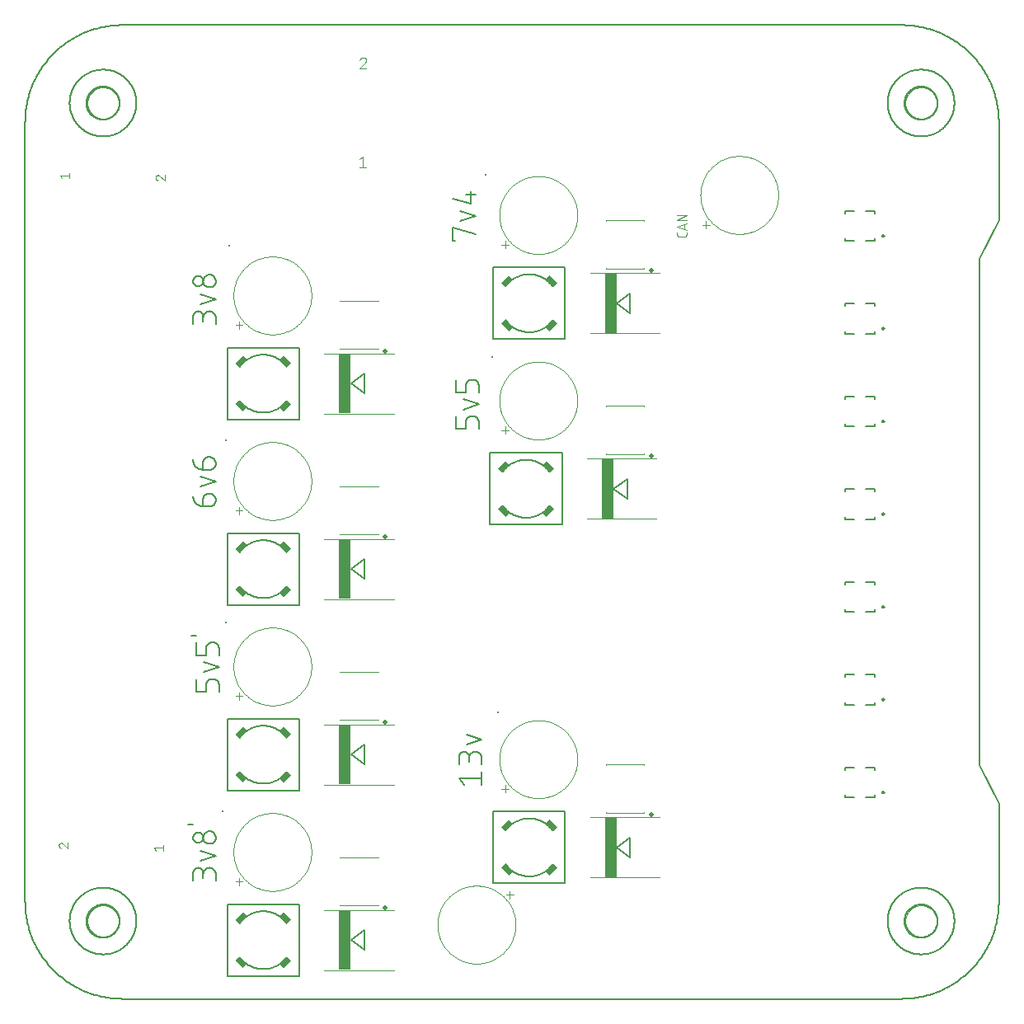
<source format=gto>
G75*
%MOIN*%
%OFA0B0*%
%FSLAX25Y25*%
%IPPOS*%
%LPD*%
%AMOC8*
5,1,8,0,0,1.08239X$1,22.5*
%
%ADD10C,0.00600*%
%ADD11C,0.00300*%
%ADD12C,0.00800*%
%ADD13C,0.00000*%
%ADD14C,0.00400*%
%ADD15C,0.01969*%
%ADD16C,0.00472*%
%ADD17R,0.04921X0.24409*%
%ADD18R,0.04331X0.02264*%
%ADD19C,0.00500*%
%ADD20C,0.00787*%
%ADD21R,0.00984X0.00984*%
D10*
X0116800Y0058370D02*
X0116800Y0373331D01*
X0134796Y0381205D02*
X0134800Y0381536D01*
X0134812Y0381867D01*
X0134833Y0382198D01*
X0134861Y0382528D01*
X0134898Y0382858D01*
X0134942Y0383186D01*
X0134995Y0383513D01*
X0135055Y0383839D01*
X0135124Y0384163D01*
X0135201Y0384485D01*
X0135285Y0384806D01*
X0135377Y0385124D01*
X0135477Y0385440D01*
X0135585Y0385753D01*
X0135701Y0386064D01*
X0135824Y0386371D01*
X0135954Y0386676D01*
X0136092Y0386977D01*
X0136237Y0387275D01*
X0136390Y0387569D01*
X0136550Y0387859D01*
X0136717Y0388145D01*
X0136890Y0388427D01*
X0137071Y0388705D01*
X0137259Y0388978D01*
X0137453Y0389247D01*
X0137653Y0389511D01*
X0137860Y0389769D01*
X0138074Y0390023D01*
X0138293Y0390271D01*
X0138519Y0390514D01*
X0138750Y0390751D01*
X0138987Y0390982D01*
X0139230Y0391208D01*
X0139478Y0391427D01*
X0139732Y0391641D01*
X0139990Y0391848D01*
X0140254Y0392048D01*
X0140523Y0392242D01*
X0140796Y0392430D01*
X0141074Y0392611D01*
X0141356Y0392784D01*
X0141642Y0392951D01*
X0141932Y0393111D01*
X0142226Y0393264D01*
X0142524Y0393409D01*
X0142825Y0393547D01*
X0143130Y0393677D01*
X0143437Y0393800D01*
X0143748Y0393916D01*
X0144061Y0394024D01*
X0144377Y0394124D01*
X0144695Y0394216D01*
X0145016Y0394300D01*
X0145338Y0394377D01*
X0145662Y0394446D01*
X0145988Y0394506D01*
X0146315Y0394559D01*
X0146643Y0394603D01*
X0146973Y0394640D01*
X0147303Y0394668D01*
X0147634Y0394689D01*
X0147965Y0394701D01*
X0148296Y0394705D01*
X0148627Y0394701D01*
X0148958Y0394689D01*
X0149289Y0394668D01*
X0149619Y0394640D01*
X0149949Y0394603D01*
X0150277Y0394559D01*
X0150604Y0394506D01*
X0150930Y0394446D01*
X0151254Y0394377D01*
X0151576Y0394300D01*
X0151897Y0394216D01*
X0152215Y0394124D01*
X0152531Y0394024D01*
X0152844Y0393916D01*
X0153155Y0393800D01*
X0153462Y0393677D01*
X0153767Y0393547D01*
X0154068Y0393409D01*
X0154366Y0393264D01*
X0154660Y0393111D01*
X0154950Y0392951D01*
X0155236Y0392784D01*
X0155518Y0392611D01*
X0155796Y0392430D01*
X0156069Y0392242D01*
X0156338Y0392048D01*
X0156602Y0391848D01*
X0156860Y0391641D01*
X0157114Y0391427D01*
X0157362Y0391208D01*
X0157605Y0390982D01*
X0157842Y0390751D01*
X0158073Y0390514D01*
X0158299Y0390271D01*
X0158518Y0390023D01*
X0158732Y0389769D01*
X0158939Y0389511D01*
X0159139Y0389247D01*
X0159333Y0388978D01*
X0159521Y0388705D01*
X0159702Y0388427D01*
X0159875Y0388145D01*
X0160042Y0387859D01*
X0160202Y0387569D01*
X0160355Y0387275D01*
X0160500Y0386977D01*
X0160638Y0386676D01*
X0160768Y0386371D01*
X0160891Y0386064D01*
X0161007Y0385753D01*
X0161115Y0385440D01*
X0161215Y0385124D01*
X0161307Y0384806D01*
X0161391Y0384485D01*
X0161468Y0384163D01*
X0161537Y0383839D01*
X0161597Y0383513D01*
X0161650Y0383186D01*
X0161694Y0382858D01*
X0161731Y0382528D01*
X0161759Y0382198D01*
X0161780Y0381867D01*
X0161792Y0381536D01*
X0161796Y0381205D01*
X0161792Y0380874D01*
X0161780Y0380543D01*
X0161759Y0380212D01*
X0161731Y0379882D01*
X0161694Y0379552D01*
X0161650Y0379224D01*
X0161597Y0378897D01*
X0161537Y0378571D01*
X0161468Y0378247D01*
X0161391Y0377925D01*
X0161307Y0377604D01*
X0161215Y0377286D01*
X0161115Y0376970D01*
X0161007Y0376657D01*
X0160891Y0376346D01*
X0160768Y0376039D01*
X0160638Y0375734D01*
X0160500Y0375433D01*
X0160355Y0375135D01*
X0160202Y0374841D01*
X0160042Y0374551D01*
X0159875Y0374265D01*
X0159702Y0373983D01*
X0159521Y0373705D01*
X0159333Y0373432D01*
X0159139Y0373163D01*
X0158939Y0372899D01*
X0158732Y0372641D01*
X0158518Y0372387D01*
X0158299Y0372139D01*
X0158073Y0371896D01*
X0157842Y0371659D01*
X0157605Y0371428D01*
X0157362Y0371202D01*
X0157114Y0370983D01*
X0156860Y0370769D01*
X0156602Y0370562D01*
X0156338Y0370362D01*
X0156069Y0370168D01*
X0155796Y0369980D01*
X0155518Y0369799D01*
X0155236Y0369626D01*
X0154950Y0369459D01*
X0154660Y0369299D01*
X0154366Y0369146D01*
X0154068Y0369001D01*
X0153767Y0368863D01*
X0153462Y0368733D01*
X0153155Y0368610D01*
X0152844Y0368494D01*
X0152531Y0368386D01*
X0152215Y0368286D01*
X0151897Y0368194D01*
X0151576Y0368110D01*
X0151254Y0368033D01*
X0150930Y0367964D01*
X0150604Y0367904D01*
X0150277Y0367851D01*
X0149949Y0367807D01*
X0149619Y0367770D01*
X0149289Y0367742D01*
X0148958Y0367721D01*
X0148627Y0367709D01*
X0148296Y0367705D01*
X0147965Y0367709D01*
X0147634Y0367721D01*
X0147303Y0367742D01*
X0146973Y0367770D01*
X0146643Y0367807D01*
X0146315Y0367851D01*
X0145988Y0367904D01*
X0145662Y0367964D01*
X0145338Y0368033D01*
X0145016Y0368110D01*
X0144695Y0368194D01*
X0144377Y0368286D01*
X0144061Y0368386D01*
X0143748Y0368494D01*
X0143437Y0368610D01*
X0143130Y0368733D01*
X0142825Y0368863D01*
X0142524Y0369001D01*
X0142226Y0369146D01*
X0141932Y0369299D01*
X0141642Y0369459D01*
X0141356Y0369626D01*
X0141074Y0369799D01*
X0140796Y0369980D01*
X0140523Y0370168D01*
X0140254Y0370362D01*
X0139990Y0370562D01*
X0139732Y0370769D01*
X0139478Y0370983D01*
X0139230Y0371202D01*
X0138987Y0371428D01*
X0138750Y0371659D01*
X0138519Y0371896D01*
X0138293Y0372139D01*
X0138074Y0372387D01*
X0137860Y0372641D01*
X0137653Y0372899D01*
X0137453Y0373163D01*
X0137259Y0373432D01*
X0137071Y0373705D01*
X0136890Y0373983D01*
X0136717Y0374265D01*
X0136550Y0374551D01*
X0136390Y0374841D01*
X0136237Y0375135D01*
X0136092Y0375433D01*
X0135954Y0375734D01*
X0135824Y0376039D01*
X0135701Y0376346D01*
X0135585Y0376657D01*
X0135477Y0376970D01*
X0135377Y0377286D01*
X0135285Y0377604D01*
X0135201Y0377925D01*
X0135124Y0378247D01*
X0135055Y0378571D01*
X0134995Y0378897D01*
X0134942Y0379224D01*
X0134898Y0379552D01*
X0134861Y0379882D01*
X0134833Y0380212D01*
X0134812Y0380543D01*
X0134800Y0380874D01*
X0134796Y0381205D01*
X0116800Y0373331D02*
X0116811Y0374282D01*
X0116846Y0375233D01*
X0116903Y0376183D01*
X0116984Y0377131D01*
X0117087Y0378077D01*
X0117213Y0379020D01*
X0117362Y0379959D01*
X0117533Y0380895D01*
X0117728Y0381826D01*
X0117944Y0382753D01*
X0118183Y0383674D01*
X0118444Y0384589D01*
X0118727Y0385497D01*
X0119032Y0386398D01*
X0119358Y0387292D01*
X0119707Y0388177D01*
X0120076Y0389054D01*
X0120466Y0389922D01*
X0120878Y0390779D01*
X0121310Y0391627D01*
X0121762Y0392464D01*
X0122234Y0393290D01*
X0122726Y0394104D01*
X0123238Y0394906D01*
X0123769Y0395696D01*
X0124319Y0396472D01*
X0124887Y0397235D01*
X0125474Y0397984D01*
X0126079Y0398718D01*
X0126701Y0399438D01*
X0127341Y0400143D01*
X0127997Y0400831D01*
X0128670Y0401504D01*
X0129358Y0402160D01*
X0130063Y0402800D01*
X0130783Y0403422D01*
X0131517Y0404027D01*
X0132266Y0404614D01*
X0133029Y0405182D01*
X0133805Y0405732D01*
X0134595Y0406263D01*
X0135397Y0406775D01*
X0136211Y0407267D01*
X0137037Y0407739D01*
X0137874Y0408191D01*
X0138722Y0408623D01*
X0139579Y0409035D01*
X0140447Y0409425D01*
X0141324Y0409794D01*
X0142209Y0410143D01*
X0143103Y0410469D01*
X0144004Y0410774D01*
X0144912Y0411057D01*
X0145827Y0411318D01*
X0146748Y0411557D01*
X0147675Y0411773D01*
X0148606Y0411968D01*
X0149542Y0412139D01*
X0150481Y0412288D01*
X0151424Y0412414D01*
X0152370Y0412517D01*
X0153318Y0412598D01*
X0154268Y0412655D01*
X0155219Y0412690D01*
X0156170Y0412701D01*
X0471131Y0412701D01*
X0465505Y0381205D02*
X0465509Y0381536D01*
X0465521Y0381867D01*
X0465542Y0382198D01*
X0465570Y0382528D01*
X0465607Y0382858D01*
X0465651Y0383186D01*
X0465704Y0383513D01*
X0465764Y0383839D01*
X0465833Y0384163D01*
X0465910Y0384485D01*
X0465994Y0384806D01*
X0466086Y0385124D01*
X0466186Y0385440D01*
X0466294Y0385753D01*
X0466410Y0386064D01*
X0466533Y0386371D01*
X0466663Y0386676D01*
X0466801Y0386977D01*
X0466946Y0387275D01*
X0467099Y0387569D01*
X0467259Y0387859D01*
X0467426Y0388145D01*
X0467599Y0388427D01*
X0467780Y0388705D01*
X0467968Y0388978D01*
X0468162Y0389247D01*
X0468362Y0389511D01*
X0468569Y0389769D01*
X0468783Y0390023D01*
X0469002Y0390271D01*
X0469228Y0390514D01*
X0469459Y0390751D01*
X0469696Y0390982D01*
X0469939Y0391208D01*
X0470187Y0391427D01*
X0470441Y0391641D01*
X0470699Y0391848D01*
X0470963Y0392048D01*
X0471232Y0392242D01*
X0471505Y0392430D01*
X0471783Y0392611D01*
X0472065Y0392784D01*
X0472351Y0392951D01*
X0472641Y0393111D01*
X0472935Y0393264D01*
X0473233Y0393409D01*
X0473534Y0393547D01*
X0473839Y0393677D01*
X0474146Y0393800D01*
X0474457Y0393916D01*
X0474770Y0394024D01*
X0475086Y0394124D01*
X0475404Y0394216D01*
X0475725Y0394300D01*
X0476047Y0394377D01*
X0476371Y0394446D01*
X0476697Y0394506D01*
X0477024Y0394559D01*
X0477352Y0394603D01*
X0477682Y0394640D01*
X0478012Y0394668D01*
X0478343Y0394689D01*
X0478674Y0394701D01*
X0479005Y0394705D01*
X0479336Y0394701D01*
X0479667Y0394689D01*
X0479998Y0394668D01*
X0480328Y0394640D01*
X0480658Y0394603D01*
X0480986Y0394559D01*
X0481313Y0394506D01*
X0481639Y0394446D01*
X0481963Y0394377D01*
X0482285Y0394300D01*
X0482606Y0394216D01*
X0482924Y0394124D01*
X0483240Y0394024D01*
X0483553Y0393916D01*
X0483864Y0393800D01*
X0484171Y0393677D01*
X0484476Y0393547D01*
X0484777Y0393409D01*
X0485075Y0393264D01*
X0485369Y0393111D01*
X0485659Y0392951D01*
X0485945Y0392784D01*
X0486227Y0392611D01*
X0486505Y0392430D01*
X0486778Y0392242D01*
X0487047Y0392048D01*
X0487311Y0391848D01*
X0487569Y0391641D01*
X0487823Y0391427D01*
X0488071Y0391208D01*
X0488314Y0390982D01*
X0488551Y0390751D01*
X0488782Y0390514D01*
X0489008Y0390271D01*
X0489227Y0390023D01*
X0489441Y0389769D01*
X0489648Y0389511D01*
X0489848Y0389247D01*
X0490042Y0388978D01*
X0490230Y0388705D01*
X0490411Y0388427D01*
X0490584Y0388145D01*
X0490751Y0387859D01*
X0490911Y0387569D01*
X0491064Y0387275D01*
X0491209Y0386977D01*
X0491347Y0386676D01*
X0491477Y0386371D01*
X0491600Y0386064D01*
X0491716Y0385753D01*
X0491824Y0385440D01*
X0491924Y0385124D01*
X0492016Y0384806D01*
X0492100Y0384485D01*
X0492177Y0384163D01*
X0492246Y0383839D01*
X0492306Y0383513D01*
X0492359Y0383186D01*
X0492403Y0382858D01*
X0492440Y0382528D01*
X0492468Y0382198D01*
X0492489Y0381867D01*
X0492501Y0381536D01*
X0492505Y0381205D01*
X0492501Y0380874D01*
X0492489Y0380543D01*
X0492468Y0380212D01*
X0492440Y0379882D01*
X0492403Y0379552D01*
X0492359Y0379224D01*
X0492306Y0378897D01*
X0492246Y0378571D01*
X0492177Y0378247D01*
X0492100Y0377925D01*
X0492016Y0377604D01*
X0491924Y0377286D01*
X0491824Y0376970D01*
X0491716Y0376657D01*
X0491600Y0376346D01*
X0491477Y0376039D01*
X0491347Y0375734D01*
X0491209Y0375433D01*
X0491064Y0375135D01*
X0490911Y0374841D01*
X0490751Y0374551D01*
X0490584Y0374265D01*
X0490411Y0373983D01*
X0490230Y0373705D01*
X0490042Y0373432D01*
X0489848Y0373163D01*
X0489648Y0372899D01*
X0489441Y0372641D01*
X0489227Y0372387D01*
X0489008Y0372139D01*
X0488782Y0371896D01*
X0488551Y0371659D01*
X0488314Y0371428D01*
X0488071Y0371202D01*
X0487823Y0370983D01*
X0487569Y0370769D01*
X0487311Y0370562D01*
X0487047Y0370362D01*
X0486778Y0370168D01*
X0486505Y0369980D01*
X0486227Y0369799D01*
X0485945Y0369626D01*
X0485659Y0369459D01*
X0485369Y0369299D01*
X0485075Y0369146D01*
X0484777Y0369001D01*
X0484476Y0368863D01*
X0484171Y0368733D01*
X0483864Y0368610D01*
X0483553Y0368494D01*
X0483240Y0368386D01*
X0482924Y0368286D01*
X0482606Y0368194D01*
X0482285Y0368110D01*
X0481963Y0368033D01*
X0481639Y0367964D01*
X0481313Y0367904D01*
X0480986Y0367851D01*
X0480658Y0367807D01*
X0480328Y0367770D01*
X0479998Y0367742D01*
X0479667Y0367721D01*
X0479336Y0367709D01*
X0479005Y0367705D01*
X0478674Y0367709D01*
X0478343Y0367721D01*
X0478012Y0367742D01*
X0477682Y0367770D01*
X0477352Y0367807D01*
X0477024Y0367851D01*
X0476697Y0367904D01*
X0476371Y0367964D01*
X0476047Y0368033D01*
X0475725Y0368110D01*
X0475404Y0368194D01*
X0475086Y0368286D01*
X0474770Y0368386D01*
X0474457Y0368494D01*
X0474146Y0368610D01*
X0473839Y0368733D01*
X0473534Y0368863D01*
X0473233Y0369001D01*
X0472935Y0369146D01*
X0472641Y0369299D01*
X0472351Y0369459D01*
X0472065Y0369626D01*
X0471783Y0369799D01*
X0471505Y0369980D01*
X0471232Y0370168D01*
X0470963Y0370362D01*
X0470699Y0370562D01*
X0470441Y0370769D01*
X0470187Y0370983D01*
X0469939Y0371202D01*
X0469696Y0371428D01*
X0469459Y0371659D01*
X0469228Y0371896D01*
X0469002Y0372139D01*
X0468783Y0372387D01*
X0468569Y0372641D01*
X0468362Y0372899D01*
X0468162Y0373163D01*
X0467968Y0373432D01*
X0467780Y0373705D01*
X0467599Y0373983D01*
X0467426Y0374265D01*
X0467259Y0374551D01*
X0467099Y0374841D01*
X0466946Y0375135D01*
X0466801Y0375433D01*
X0466663Y0375734D01*
X0466533Y0376039D01*
X0466410Y0376346D01*
X0466294Y0376657D01*
X0466186Y0376970D01*
X0466086Y0377286D01*
X0465994Y0377604D01*
X0465910Y0377925D01*
X0465833Y0378247D01*
X0465764Y0378571D01*
X0465704Y0378897D01*
X0465651Y0379224D01*
X0465607Y0379552D01*
X0465570Y0379882D01*
X0465542Y0380212D01*
X0465521Y0380543D01*
X0465509Y0380874D01*
X0465505Y0381205D01*
X0471131Y0412701D02*
X0472082Y0412690D01*
X0473033Y0412655D01*
X0473983Y0412598D01*
X0474931Y0412517D01*
X0475877Y0412414D01*
X0476820Y0412288D01*
X0477759Y0412139D01*
X0478695Y0411968D01*
X0479626Y0411773D01*
X0480553Y0411557D01*
X0481474Y0411318D01*
X0482389Y0411057D01*
X0483297Y0410774D01*
X0484198Y0410469D01*
X0485092Y0410143D01*
X0485977Y0409794D01*
X0486854Y0409425D01*
X0487722Y0409035D01*
X0488579Y0408623D01*
X0489427Y0408191D01*
X0490264Y0407739D01*
X0491090Y0407267D01*
X0491904Y0406775D01*
X0492706Y0406263D01*
X0493496Y0405732D01*
X0494272Y0405182D01*
X0495035Y0404614D01*
X0495784Y0404027D01*
X0496518Y0403422D01*
X0497238Y0402800D01*
X0497943Y0402160D01*
X0498631Y0401504D01*
X0499304Y0400831D01*
X0499960Y0400143D01*
X0500600Y0399438D01*
X0501222Y0398718D01*
X0501827Y0397984D01*
X0502414Y0397235D01*
X0502982Y0396472D01*
X0503532Y0395696D01*
X0504063Y0394906D01*
X0504575Y0394104D01*
X0505067Y0393290D01*
X0505539Y0392464D01*
X0505991Y0391627D01*
X0506423Y0390779D01*
X0506835Y0389922D01*
X0507225Y0389054D01*
X0507594Y0388177D01*
X0507943Y0387292D01*
X0508269Y0386398D01*
X0508574Y0385497D01*
X0508857Y0384589D01*
X0509118Y0383674D01*
X0509357Y0382753D01*
X0509573Y0381826D01*
X0509768Y0380895D01*
X0509939Y0379959D01*
X0510088Y0379020D01*
X0510214Y0378077D01*
X0510317Y0377131D01*
X0510398Y0376183D01*
X0510455Y0375233D01*
X0510490Y0374282D01*
X0510501Y0373331D01*
X0510501Y0333961D01*
X0502627Y0318213D01*
X0502627Y0113488D01*
X0510501Y0097740D01*
X0510501Y0058370D01*
X0465505Y0050496D02*
X0465509Y0050827D01*
X0465521Y0051158D01*
X0465542Y0051489D01*
X0465570Y0051819D01*
X0465607Y0052149D01*
X0465651Y0052477D01*
X0465704Y0052804D01*
X0465764Y0053130D01*
X0465833Y0053454D01*
X0465910Y0053776D01*
X0465994Y0054097D01*
X0466086Y0054415D01*
X0466186Y0054731D01*
X0466294Y0055044D01*
X0466410Y0055355D01*
X0466533Y0055662D01*
X0466663Y0055967D01*
X0466801Y0056268D01*
X0466946Y0056566D01*
X0467099Y0056860D01*
X0467259Y0057150D01*
X0467426Y0057436D01*
X0467599Y0057718D01*
X0467780Y0057996D01*
X0467968Y0058269D01*
X0468162Y0058538D01*
X0468362Y0058802D01*
X0468569Y0059060D01*
X0468783Y0059314D01*
X0469002Y0059562D01*
X0469228Y0059805D01*
X0469459Y0060042D01*
X0469696Y0060273D01*
X0469939Y0060499D01*
X0470187Y0060718D01*
X0470441Y0060932D01*
X0470699Y0061139D01*
X0470963Y0061339D01*
X0471232Y0061533D01*
X0471505Y0061721D01*
X0471783Y0061902D01*
X0472065Y0062075D01*
X0472351Y0062242D01*
X0472641Y0062402D01*
X0472935Y0062555D01*
X0473233Y0062700D01*
X0473534Y0062838D01*
X0473839Y0062968D01*
X0474146Y0063091D01*
X0474457Y0063207D01*
X0474770Y0063315D01*
X0475086Y0063415D01*
X0475404Y0063507D01*
X0475725Y0063591D01*
X0476047Y0063668D01*
X0476371Y0063737D01*
X0476697Y0063797D01*
X0477024Y0063850D01*
X0477352Y0063894D01*
X0477682Y0063931D01*
X0478012Y0063959D01*
X0478343Y0063980D01*
X0478674Y0063992D01*
X0479005Y0063996D01*
X0479336Y0063992D01*
X0479667Y0063980D01*
X0479998Y0063959D01*
X0480328Y0063931D01*
X0480658Y0063894D01*
X0480986Y0063850D01*
X0481313Y0063797D01*
X0481639Y0063737D01*
X0481963Y0063668D01*
X0482285Y0063591D01*
X0482606Y0063507D01*
X0482924Y0063415D01*
X0483240Y0063315D01*
X0483553Y0063207D01*
X0483864Y0063091D01*
X0484171Y0062968D01*
X0484476Y0062838D01*
X0484777Y0062700D01*
X0485075Y0062555D01*
X0485369Y0062402D01*
X0485659Y0062242D01*
X0485945Y0062075D01*
X0486227Y0061902D01*
X0486505Y0061721D01*
X0486778Y0061533D01*
X0487047Y0061339D01*
X0487311Y0061139D01*
X0487569Y0060932D01*
X0487823Y0060718D01*
X0488071Y0060499D01*
X0488314Y0060273D01*
X0488551Y0060042D01*
X0488782Y0059805D01*
X0489008Y0059562D01*
X0489227Y0059314D01*
X0489441Y0059060D01*
X0489648Y0058802D01*
X0489848Y0058538D01*
X0490042Y0058269D01*
X0490230Y0057996D01*
X0490411Y0057718D01*
X0490584Y0057436D01*
X0490751Y0057150D01*
X0490911Y0056860D01*
X0491064Y0056566D01*
X0491209Y0056268D01*
X0491347Y0055967D01*
X0491477Y0055662D01*
X0491600Y0055355D01*
X0491716Y0055044D01*
X0491824Y0054731D01*
X0491924Y0054415D01*
X0492016Y0054097D01*
X0492100Y0053776D01*
X0492177Y0053454D01*
X0492246Y0053130D01*
X0492306Y0052804D01*
X0492359Y0052477D01*
X0492403Y0052149D01*
X0492440Y0051819D01*
X0492468Y0051489D01*
X0492489Y0051158D01*
X0492501Y0050827D01*
X0492505Y0050496D01*
X0492501Y0050165D01*
X0492489Y0049834D01*
X0492468Y0049503D01*
X0492440Y0049173D01*
X0492403Y0048843D01*
X0492359Y0048515D01*
X0492306Y0048188D01*
X0492246Y0047862D01*
X0492177Y0047538D01*
X0492100Y0047216D01*
X0492016Y0046895D01*
X0491924Y0046577D01*
X0491824Y0046261D01*
X0491716Y0045948D01*
X0491600Y0045637D01*
X0491477Y0045330D01*
X0491347Y0045025D01*
X0491209Y0044724D01*
X0491064Y0044426D01*
X0490911Y0044132D01*
X0490751Y0043842D01*
X0490584Y0043556D01*
X0490411Y0043274D01*
X0490230Y0042996D01*
X0490042Y0042723D01*
X0489848Y0042454D01*
X0489648Y0042190D01*
X0489441Y0041932D01*
X0489227Y0041678D01*
X0489008Y0041430D01*
X0488782Y0041187D01*
X0488551Y0040950D01*
X0488314Y0040719D01*
X0488071Y0040493D01*
X0487823Y0040274D01*
X0487569Y0040060D01*
X0487311Y0039853D01*
X0487047Y0039653D01*
X0486778Y0039459D01*
X0486505Y0039271D01*
X0486227Y0039090D01*
X0485945Y0038917D01*
X0485659Y0038750D01*
X0485369Y0038590D01*
X0485075Y0038437D01*
X0484777Y0038292D01*
X0484476Y0038154D01*
X0484171Y0038024D01*
X0483864Y0037901D01*
X0483553Y0037785D01*
X0483240Y0037677D01*
X0482924Y0037577D01*
X0482606Y0037485D01*
X0482285Y0037401D01*
X0481963Y0037324D01*
X0481639Y0037255D01*
X0481313Y0037195D01*
X0480986Y0037142D01*
X0480658Y0037098D01*
X0480328Y0037061D01*
X0479998Y0037033D01*
X0479667Y0037012D01*
X0479336Y0037000D01*
X0479005Y0036996D01*
X0478674Y0037000D01*
X0478343Y0037012D01*
X0478012Y0037033D01*
X0477682Y0037061D01*
X0477352Y0037098D01*
X0477024Y0037142D01*
X0476697Y0037195D01*
X0476371Y0037255D01*
X0476047Y0037324D01*
X0475725Y0037401D01*
X0475404Y0037485D01*
X0475086Y0037577D01*
X0474770Y0037677D01*
X0474457Y0037785D01*
X0474146Y0037901D01*
X0473839Y0038024D01*
X0473534Y0038154D01*
X0473233Y0038292D01*
X0472935Y0038437D01*
X0472641Y0038590D01*
X0472351Y0038750D01*
X0472065Y0038917D01*
X0471783Y0039090D01*
X0471505Y0039271D01*
X0471232Y0039459D01*
X0470963Y0039653D01*
X0470699Y0039853D01*
X0470441Y0040060D01*
X0470187Y0040274D01*
X0469939Y0040493D01*
X0469696Y0040719D01*
X0469459Y0040950D01*
X0469228Y0041187D01*
X0469002Y0041430D01*
X0468783Y0041678D01*
X0468569Y0041932D01*
X0468362Y0042190D01*
X0468162Y0042454D01*
X0467968Y0042723D01*
X0467780Y0042996D01*
X0467599Y0043274D01*
X0467426Y0043556D01*
X0467259Y0043842D01*
X0467099Y0044132D01*
X0466946Y0044426D01*
X0466801Y0044724D01*
X0466663Y0045025D01*
X0466533Y0045330D01*
X0466410Y0045637D01*
X0466294Y0045948D01*
X0466186Y0046261D01*
X0466086Y0046577D01*
X0465994Y0046895D01*
X0465910Y0047216D01*
X0465833Y0047538D01*
X0465764Y0047862D01*
X0465704Y0048188D01*
X0465651Y0048515D01*
X0465607Y0048843D01*
X0465570Y0049173D01*
X0465542Y0049503D01*
X0465521Y0049834D01*
X0465509Y0050165D01*
X0465505Y0050496D01*
X0471131Y0019000D02*
X0472082Y0019011D01*
X0473033Y0019046D01*
X0473983Y0019103D01*
X0474931Y0019184D01*
X0475877Y0019287D01*
X0476820Y0019413D01*
X0477759Y0019562D01*
X0478695Y0019733D01*
X0479626Y0019928D01*
X0480553Y0020144D01*
X0481474Y0020383D01*
X0482389Y0020644D01*
X0483297Y0020927D01*
X0484198Y0021232D01*
X0485092Y0021558D01*
X0485977Y0021907D01*
X0486854Y0022276D01*
X0487722Y0022666D01*
X0488579Y0023078D01*
X0489427Y0023510D01*
X0490264Y0023962D01*
X0491090Y0024434D01*
X0491904Y0024926D01*
X0492706Y0025438D01*
X0493496Y0025969D01*
X0494272Y0026519D01*
X0495035Y0027087D01*
X0495784Y0027674D01*
X0496518Y0028279D01*
X0497238Y0028901D01*
X0497943Y0029541D01*
X0498631Y0030197D01*
X0499304Y0030870D01*
X0499960Y0031558D01*
X0500600Y0032263D01*
X0501222Y0032983D01*
X0501827Y0033717D01*
X0502414Y0034466D01*
X0502982Y0035229D01*
X0503532Y0036005D01*
X0504063Y0036795D01*
X0504575Y0037597D01*
X0505067Y0038411D01*
X0505539Y0039237D01*
X0505991Y0040074D01*
X0506423Y0040922D01*
X0506835Y0041779D01*
X0507225Y0042647D01*
X0507594Y0043524D01*
X0507943Y0044409D01*
X0508269Y0045303D01*
X0508574Y0046204D01*
X0508857Y0047112D01*
X0509118Y0048027D01*
X0509357Y0048948D01*
X0509573Y0049875D01*
X0509768Y0050806D01*
X0509939Y0051742D01*
X0510088Y0052681D01*
X0510214Y0053624D01*
X0510317Y0054570D01*
X0510398Y0055518D01*
X0510455Y0056468D01*
X0510490Y0057419D01*
X0510501Y0058370D01*
X0471131Y0019000D02*
X0156170Y0019000D01*
X0134796Y0050496D02*
X0134800Y0050827D01*
X0134812Y0051158D01*
X0134833Y0051489D01*
X0134861Y0051819D01*
X0134898Y0052149D01*
X0134942Y0052477D01*
X0134995Y0052804D01*
X0135055Y0053130D01*
X0135124Y0053454D01*
X0135201Y0053776D01*
X0135285Y0054097D01*
X0135377Y0054415D01*
X0135477Y0054731D01*
X0135585Y0055044D01*
X0135701Y0055355D01*
X0135824Y0055662D01*
X0135954Y0055967D01*
X0136092Y0056268D01*
X0136237Y0056566D01*
X0136390Y0056860D01*
X0136550Y0057150D01*
X0136717Y0057436D01*
X0136890Y0057718D01*
X0137071Y0057996D01*
X0137259Y0058269D01*
X0137453Y0058538D01*
X0137653Y0058802D01*
X0137860Y0059060D01*
X0138074Y0059314D01*
X0138293Y0059562D01*
X0138519Y0059805D01*
X0138750Y0060042D01*
X0138987Y0060273D01*
X0139230Y0060499D01*
X0139478Y0060718D01*
X0139732Y0060932D01*
X0139990Y0061139D01*
X0140254Y0061339D01*
X0140523Y0061533D01*
X0140796Y0061721D01*
X0141074Y0061902D01*
X0141356Y0062075D01*
X0141642Y0062242D01*
X0141932Y0062402D01*
X0142226Y0062555D01*
X0142524Y0062700D01*
X0142825Y0062838D01*
X0143130Y0062968D01*
X0143437Y0063091D01*
X0143748Y0063207D01*
X0144061Y0063315D01*
X0144377Y0063415D01*
X0144695Y0063507D01*
X0145016Y0063591D01*
X0145338Y0063668D01*
X0145662Y0063737D01*
X0145988Y0063797D01*
X0146315Y0063850D01*
X0146643Y0063894D01*
X0146973Y0063931D01*
X0147303Y0063959D01*
X0147634Y0063980D01*
X0147965Y0063992D01*
X0148296Y0063996D01*
X0148627Y0063992D01*
X0148958Y0063980D01*
X0149289Y0063959D01*
X0149619Y0063931D01*
X0149949Y0063894D01*
X0150277Y0063850D01*
X0150604Y0063797D01*
X0150930Y0063737D01*
X0151254Y0063668D01*
X0151576Y0063591D01*
X0151897Y0063507D01*
X0152215Y0063415D01*
X0152531Y0063315D01*
X0152844Y0063207D01*
X0153155Y0063091D01*
X0153462Y0062968D01*
X0153767Y0062838D01*
X0154068Y0062700D01*
X0154366Y0062555D01*
X0154660Y0062402D01*
X0154950Y0062242D01*
X0155236Y0062075D01*
X0155518Y0061902D01*
X0155796Y0061721D01*
X0156069Y0061533D01*
X0156338Y0061339D01*
X0156602Y0061139D01*
X0156860Y0060932D01*
X0157114Y0060718D01*
X0157362Y0060499D01*
X0157605Y0060273D01*
X0157842Y0060042D01*
X0158073Y0059805D01*
X0158299Y0059562D01*
X0158518Y0059314D01*
X0158732Y0059060D01*
X0158939Y0058802D01*
X0159139Y0058538D01*
X0159333Y0058269D01*
X0159521Y0057996D01*
X0159702Y0057718D01*
X0159875Y0057436D01*
X0160042Y0057150D01*
X0160202Y0056860D01*
X0160355Y0056566D01*
X0160500Y0056268D01*
X0160638Y0055967D01*
X0160768Y0055662D01*
X0160891Y0055355D01*
X0161007Y0055044D01*
X0161115Y0054731D01*
X0161215Y0054415D01*
X0161307Y0054097D01*
X0161391Y0053776D01*
X0161468Y0053454D01*
X0161537Y0053130D01*
X0161597Y0052804D01*
X0161650Y0052477D01*
X0161694Y0052149D01*
X0161731Y0051819D01*
X0161759Y0051489D01*
X0161780Y0051158D01*
X0161792Y0050827D01*
X0161796Y0050496D01*
X0161792Y0050165D01*
X0161780Y0049834D01*
X0161759Y0049503D01*
X0161731Y0049173D01*
X0161694Y0048843D01*
X0161650Y0048515D01*
X0161597Y0048188D01*
X0161537Y0047862D01*
X0161468Y0047538D01*
X0161391Y0047216D01*
X0161307Y0046895D01*
X0161215Y0046577D01*
X0161115Y0046261D01*
X0161007Y0045948D01*
X0160891Y0045637D01*
X0160768Y0045330D01*
X0160638Y0045025D01*
X0160500Y0044724D01*
X0160355Y0044426D01*
X0160202Y0044132D01*
X0160042Y0043842D01*
X0159875Y0043556D01*
X0159702Y0043274D01*
X0159521Y0042996D01*
X0159333Y0042723D01*
X0159139Y0042454D01*
X0158939Y0042190D01*
X0158732Y0041932D01*
X0158518Y0041678D01*
X0158299Y0041430D01*
X0158073Y0041187D01*
X0157842Y0040950D01*
X0157605Y0040719D01*
X0157362Y0040493D01*
X0157114Y0040274D01*
X0156860Y0040060D01*
X0156602Y0039853D01*
X0156338Y0039653D01*
X0156069Y0039459D01*
X0155796Y0039271D01*
X0155518Y0039090D01*
X0155236Y0038917D01*
X0154950Y0038750D01*
X0154660Y0038590D01*
X0154366Y0038437D01*
X0154068Y0038292D01*
X0153767Y0038154D01*
X0153462Y0038024D01*
X0153155Y0037901D01*
X0152844Y0037785D01*
X0152531Y0037677D01*
X0152215Y0037577D01*
X0151897Y0037485D01*
X0151576Y0037401D01*
X0151254Y0037324D01*
X0150930Y0037255D01*
X0150604Y0037195D01*
X0150277Y0037142D01*
X0149949Y0037098D01*
X0149619Y0037061D01*
X0149289Y0037033D01*
X0148958Y0037012D01*
X0148627Y0037000D01*
X0148296Y0036996D01*
X0147965Y0037000D01*
X0147634Y0037012D01*
X0147303Y0037033D01*
X0146973Y0037061D01*
X0146643Y0037098D01*
X0146315Y0037142D01*
X0145988Y0037195D01*
X0145662Y0037255D01*
X0145338Y0037324D01*
X0145016Y0037401D01*
X0144695Y0037485D01*
X0144377Y0037577D01*
X0144061Y0037677D01*
X0143748Y0037785D01*
X0143437Y0037901D01*
X0143130Y0038024D01*
X0142825Y0038154D01*
X0142524Y0038292D01*
X0142226Y0038437D01*
X0141932Y0038590D01*
X0141642Y0038750D01*
X0141356Y0038917D01*
X0141074Y0039090D01*
X0140796Y0039271D01*
X0140523Y0039459D01*
X0140254Y0039653D01*
X0139990Y0039853D01*
X0139732Y0040060D01*
X0139478Y0040274D01*
X0139230Y0040493D01*
X0138987Y0040719D01*
X0138750Y0040950D01*
X0138519Y0041187D01*
X0138293Y0041430D01*
X0138074Y0041678D01*
X0137860Y0041932D01*
X0137653Y0042190D01*
X0137453Y0042454D01*
X0137259Y0042723D01*
X0137071Y0042996D01*
X0136890Y0043274D01*
X0136717Y0043556D01*
X0136550Y0043842D01*
X0136390Y0044132D01*
X0136237Y0044426D01*
X0136092Y0044724D01*
X0135954Y0045025D01*
X0135824Y0045330D01*
X0135701Y0045637D01*
X0135585Y0045948D01*
X0135477Y0046261D01*
X0135377Y0046577D01*
X0135285Y0046895D01*
X0135201Y0047216D01*
X0135124Y0047538D01*
X0135055Y0047862D01*
X0134995Y0048188D01*
X0134942Y0048515D01*
X0134898Y0048843D01*
X0134861Y0049173D01*
X0134833Y0049503D01*
X0134812Y0049834D01*
X0134800Y0050165D01*
X0134796Y0050496D01*
X0116800Y0058370D02*
X0116811Y0057419D01*
X0116846Y0056468D01*
X0116903Y0055518D01*
X0116984Y0054570D01*
X0117087Y0053624D01*
X0117213Y0052681D01*
X0117362Y0051742D01*
X0117533Y0050806D01*
X0117728Y0049875D01*
X0117944Y0048948D01*
X0118183Y0048027D01*
X0118444Y0047112D01*
X0118727Y0046204D01*
X0119032Y0045303D01*
X0119358Y0044409D01*
X0119707Y0043524D01*
X0120076Y0042647D01*
X0120466Y0041779D01*
X0120878Y0040922D01*
X0121310Y0040074D01*
X0121762Y0039237D01*
X0122234Y0038411D01*
X0122726Y0037597D01*
X0123238Y0036795D01*
X0123769Y0036005D01*
X0124319Y0035229D01*
X0124887Y0034466D01*
X0125474Y0033717D01*
X0126079Y0032983D01*
X0126701Y0032263D01*
X0127341Y0031558D01*
X0127997Y0030870D01*
X0128670Y0030197D01*
X0129358Y0029541D01*
X0130063Y0028901D01*
X0130783Y0028279D01*
X0131517Y0027674D01*
X0132266Y0027087D01*
X0133029Y0026519D01*
X0133805Y0025969D01*
X0134595Y0025438D01*
X0135397Y0024926D01*
X0136211Y0024434D01*
X0137037Y0023962D01*
X0137874Y0023510D01*
X0138722Y0023078D01*
X0139579Y0022666D01*
X0140447Y0022276D01*
X0141324Y0021907D01*
X0142209Y0021558D01*
X0143103Y0021232D01*
X0144004Y0020927D01*
X0144912Y0020644D01*
X0145827Y0020383D01*
X0146748Y0020144D01*
X0147675Y0019928D01*
X0148606Y0019733D01*
X0149542Y0019562D01*
X0150481Y0019413D01*
X0151424Y0019287D01*
X0152370Y0019184D01*
X0153318Y0019103D01*
X0154268Y0019046D01*
X0155219Y0019011D01*
X0156170Y0019000D01*
D11*
X0169786Y0079005D02*
X0168963Y0080033D01*
X0172666Y0080033D01*
X0172666Y0079005D02*
X0172666Y0081062D01*
X0134123Y0082028D02*
X0134123Y0079969D01*
X0132064Y0081719D01*
X0130417Y0081101D02*
X0130419Y0081033D01*
X0130425Y0080965D01*
X0130434Y0080898D01*
X0130448Y0080831D01*
X0130465Y0080765D01*
X0130486Y0080701D01*
X0130511Y0080637D01*
X0130539Y0080576D01*
X0130571Y0080515D01*
X0130606Y0080457D01*
X0130645Y0080401D01*
X0130686Y0080347D01*
X0130731Y0080296D01*
X0130778Y0080247D01*
X0130828Y0080201D01*
X0130881Y0080158D01*
X0130936Y0080118D01*
X0130993Y0080081D01*
X0131053Y0080048D01*
X0131114Y0080018D01*
X0131176Y0079992D01*
X0131240Y0079969D01*
X0132064Y0081719D02*
X0132019Y0081763D01*
X0131973Y0081803D01*
X0131923Y0081841D01*
X0131872Y0081876D01*
X0131819Y0081907D01*
X0131763Y0081935D01*
X0131706Y0081959D01*
X0131648Y0081980D01*
X0131588Y0081997D01*
X0131528Y0082011D01*
X0131467Y0082020D01*
X0131405Y0082026D01*
X0131343Y0082028D01*
X0131285Y0082026D01*
X0131227Y0082021D01*
X0131169Y0082012D01*
X0131112Y0081999D01*
X0131057Y0081983D01*
X0131002Y0081963D01*
X0130948Y0081940D01*
X0130896Y0081913D01*
X0130846Y0081884D01*
X0130798Y0081851D01*
X0130752Y0081815D01*
X0130708Y0081777D01*
X0130667Y0081736D01*
X0130629Y0081692D01*
X0130593Y0081646D01*
X0130560Y0081598D01*
X0130531Y0081548D01*
X0130504Y0081496D01*
X0130481Y0081442D01*
X0130461Y0081387D01*
X0130445Y0081332D01*
X0130432Y0081275D01*
X0130423Y0081217D01*
X0130418Y0081159D01*
X0130416Y0081101D01*
X0380450Y0327972D02*
X0380450Y0328794D01*
X0380450Y0327972D02*
X0380452Y0327916D01*
X0380458Y0327860D01*
X0380467Y0327805D01*
X0380480Y0327750D01*
X0380497Y0327697D01*
X0380518Y0327644D01*
X0380542Y0327594D01*
X0380570Y0327545D01*
X0380600Y0327498D01*
X0380634Y0327453D01*
X0380671Y0327411D01*
X0380711Y0327371D01*
X0380753Y0327334D01*
X0380798Y0327300D01*
X0380845Y0327270D01*
X0380894Y0327242D01*
X0380945Y0327218D01*
X0380997Y0327197D01*
X0381050Y0327180D01*
X0381105Y0327167D01*
X0381160Y0327158D01*
X0381216Y0327152D01*
X0381272Y0327150D01*
X0383328Y0327150D01*
X0383384Y0327152D01*
X0383440Y0327158D01*
X0383495Y0327167D01*
X0383550Y0327180D01*
X0383603Y0327197D01*
X0383655Y0327218D01*
X0383706Y0327242D01*
X0383755Y0327270D01*
X0383802Y0327300D01*
X0383847Y0327334D01*
X0383889Y0327371D01*
X0383929Y0327411D01*
X0383966Y0327453D01*
X0384000Y0327498D01*
X0384030Y0327545D01*
X0384058Y0327594D01*
X0384082Y0327645D01*
X0384103Y0327697D01*
X0384120Y0327750D01*
X0384133Y0327805D01*
X0384142Y0327860D01*
X0384148Y0327916D01*
X0384150Y0327972D01*
X0384150Y0328794D01*
X0384150Y0329955D02*
X0380450Y0331188D01*
X0384150Y0332421D01*
X0383225Y0332113D02*
X0383225Y0330263D01*
X0384150Y0333880D02*
X0380450Y0333880D01*
X0384150Y0335936D01*
X0380450Y0335936D01*
X0173183Y0349964D02*
X0173183Y0352023D01*
X0173183Y0349964D02*
X0171124Y0351714D01*
X0169477Y0351097D02*
X0169479Y0351029D01*
X0169485Y0350961D01*
X0169494Y0350894D01*
X0169508Y0350827D01*
X0169525Y0350761D01*
X0169546Y0350697D01*
X0169571Y0350633D01*
X0169599Y0350572D01*
X0169631Y0350511D01*
X0169666Y0350453D01*
X0169705Y0350397D01*
X0169746Y0350343D01*
X0169791Y0350292D01*
X0169838Y0350243D01*
X0169888Y0350197D01*
X0169941Y0350154D01*
X0169996Y0350114D01*
X0170053Y0350077D01*
X0170113Y0350044D01*
X0170174Y0350014D01*
X0170236Y0349988D01*
X0170300Y0349965D01*
X0171125Y0351714D02*
X0171080Y0351758D01*
X0171034Y0351798D01*
X0170984Y0351836D01*
X0170933Y0351871D01*
X0170880Y0351902D01*
X0170824Y0351930D01*
X0170767Y0351954D01*
X0170709Y0351975D01*
X0170649Y0351992D01*
X0170589Y0352006D01*
X0170528Y0352015D01*
X0170466Y0352021D01*
X0170404Y0352023D01*
X0170404Y0352024D02*
X0170346Y0352022D01*
X0170288Y0352017D01*
X0170230Y0352008D01*
X0170173Y0351995D01*
X0170118Y0351979D01*
X0170063Y0351959D01*
X0170009Y0351936D01*
X0169957Y0351909D01*
X0169907Y0351880D01*
X0169859Y0351847D01*
X0169813Y0351811D01*
X0169769Y0351773D01*
X0169728Y0351732D01*
X0169690Y0351688D01*
X0169654Y0351642D01*
X0169621Y0351594D01*
X0169592Y0351544D01*
X0169565Y0351492D01*
X0169542Y0351438D01*
X0169522Y0351383D01*
X0169506Y0351328D01*
X0169493Y0351271D01*
X0169484Y0351213D01*
X0169479Y0351155D01*
X0169477Y0351097D01*
X0134637Y0350930D02*
X0134637Y0352987D01*
X0134637Y0351959D02*
X0130934Y0351959D01*
X0131757Y0350930D01*
D12*
X0141603Y0381205D02*
X0141605Y0381369D01*
X0141611Y0381533D01*
X0141621Y0381697D01*
X0141635Y0381861D01*
X0141653Y0382024D01*
X0141675Y0382187D01*
X0141702Y0382349D01*
X0141732Y0382511D01*
X0141766Y0382671D01*
X0141804Y0382831D01*
X0141845Y0382990D01*
X0141891Y0383148D01*
X0141941Y0383304D01*
X0141994Y0383460D01*
X0142051Y0383614D01*
X0142112Y0383766D01*
X0142177Y0383917D01*
X0142246Y0384067D01*
X0142318Y0384214D01*
X0142393Y0384360D01*
X0142473Y0384504D01*
X0142555Y0384646D01*
X0142641Y0384786D01*
X0142731Y0384923D01*
X0142824Y0385059D01*
X0142920Y0385192D01*
X0143020Y0385323D01*
X0143122Y0385451D01*
X0143228Y0385577D01*
X0143337Y0385700D01*
X0143449Y0385820D01*
X0143563Y0385938D01*
X0143681Y0386052D01*
X0143801Y0386164D01*
X0143924Y0386273D01*
X0144050Y0386379D01*
X0144178Y0386481D01*
X0144309Y0386581D01*
X0144442Y0386677D01*
X0144578Y0386770D01*
X0144715Y0386860D01*
X0144855Y0386946D01*
X0144997Y0387028D01*
X0145141Y0387108D01*
X0145287Y0387183D01*
X0145434Y0387255D01*
X0145584Y0387324D01*
X0145735Y0387389D01*
X0145887Y0387450D01*
X0146041Y0387507D01*
X0146197Y0387560D01*
X0146353Y0387610D01*
X0146511Y0387656D01*
X0146670Y0387697D01*
X0146830Y0387735D01*
X0146990Y0387769D01*
X0147152Y0387799D01*
X0147314Y0387826D01*
X0147477Y0387848D01*
X0147640Y0387866D01*
X0147804Y0387880D01*
X0147968Y0387890D01*
X0148132Y0387896D01*
X0148296Y0387898D01*
X0148460Y0387896D01*
X0148624Y0387890D01*
X0148788Y0387880D01*
X0148952Y0387866D01*
X0149115Y0387848D01*
X0149278Y0387826D01*
X0149440Y0387799D01*
X0149602Y0387769D01*
X0149762Y0387735D01*
X0149922Y0387697D01*
X0150081Y0387656D01*
X0150239Y0387610D01*
X0150395Y0387560D01*
X0150551Y0387507D01*
X0150705Y0387450D01*
X0150857Y0387389D01*
X0151008Y0387324D01*
X0151158Y0387255D01*
X0151305Y0387183D01*
X0151451Y0387108D01*
X0151595Y0387028D01*
X0151737Y0386946D01*
X0151877Y0386860D01*
X0152014Y0386770D01*
X0152150Y0386677D01*
X0152283Y0386581D01*
X0152414Y0386481D01*
X0152542Y0386379D01*
X0152668Y0386273D01*
X0152791Y0386164D01*
X0152911Y0386052D01*
X0153029Y0385938D01*
X0153143Y0385820D01*
X0153255Y0385700D01*
X0153364Y0385577D01*
X0153470Y0385451D01*
X0153572Y0385323D01*
X0153672Y0385192D01*
X0153768Y0385059D01*
X0153861Y0384923D01*
X0153951Y0384786D01*
X0154037Y0384646D01*
X0154119Y0384504D01*
X0154199Y0384360D01*
X0154274Y0384214D01*
X0154346Y0384067D01*
X0154415Y0383917D01*
X0154480Y0383766D01*
X0154541Y0383614D01*
X0154598Y0383460D01*
X0154651Y0383304D01*
X0154701Y0383148D01*
X0154747Y0382990D01*
X0154788Y0382831D01*
X0154826Y0382671D01*
X0154860Y0382511D01*
X0154890Y0382349D01*
X0154917Y0382187D01*
X0154939Y0382024D01*
X0154957Y0381861D01*
X0154971Y0381697D01*
X0154981Y0381533D01*
X0154987Y0381369D01*
X0154989Y0381205D01*
X0154987Y0381041D01*
X0154981Y0380877D01*
X0154971Y0380713D01*
X0154957Y0380549D01*
X0154939Y0380386D01*
X0154917Y0380223D01*
X0154890Y0380061D01*
X0154860Y0379899D01*
X0154826Y0379739D01*
X0154788Y0379579D01*
X0154747Y0379420D01*
X0154701Y0379262D01*
X0154651Y0379106D01*
X0154598Y0378950D01*
X0154541Y0378796D01*
X0154480Y0378644D01*
X0154415Y0378493D01*
X0154346Y0378343D01*
X0154274Y0378196D01*
X0154199Y0378050D01*
X0154119Y0377906D01*
X0154037Y0377764D01*
X0153951Y0377624D01*
X0153861Y0377487D01*
X0153768Y0377351D01*
X0153672Y0377218D01*
X0153572Y0377087D01*
X0153470Y0376959D01*
X0153364Y0376833D01*
X0153255Y0376710D01*
X0153143Y0376590D01*
X0153029Y0376472D01*
X0152911Y0376358D01*
X0152791Y0376246D01*
X0152668Y0376137D01*
X0152542Y0376031D01*
X0152414Y0375929D01*
X0152283Y0375829D01*
X0152150Y0375733D01*
X0152014Y0375640D01*
X0151877Y0375550D01*
X0151737Y0375464D01*
X0151595Y0375382D01*
X0151451Y0375302D01*
X0151305Y0375227D01*
X0151158Y0375155D01*
X0151008Y0375086D01*
X0150857Y0375021D01*
X0150705Y0374960D01*
X0150551Y0374903D01*
X0150395Y0374850D01*
X0150239Y0374800D01*
X0150081Y0374754D01*
X0149922Y0374713D01*
X0149762Y0374675D01*
X0149602Y0374641D01*
X0149440Y0374611D01*
X0149278Y0374584D01*
X0149115Y0374562D01*
X0148952Y0374544D01*
X0148788Y0374530D01*
X0148624Y0374520D01*
X0148460Y0374514D01*
X0148296Y0374512D01*
X0148132Y0374514D01*
X0147968Y0374520D01*
X0147804Y0374530D01*
X0147640Y0374544D01*
X0147477Y0374562D01*
X0147314Y0374584D01*
X0147152Y0374611D01*
X0146990Y0374641D01*
X0146830Y0374675D01*
X0146670Y0374713D01*
X0146511Y0374754D01*
X0146353Y0374800D01*
X0146197Y0374850D01*
X0146041Y0374903D01*
X0145887Y0374960D01*
X0145735Y0375021D01*
X0145584Y0375086D01*
X0145434Y0375155D01*
X0145287Y0375227D01*
X0145141Y0375302D01*
X0144997Y0375382D01*
X0144855Y0375464D01*
X0144715Y0375550D01*
X0144578Y0375640D01*
X0144442Y0375733D01*
X0144309Y0375829D01*
X0144178Y0375929D01*
X0144050Y0376031D01*
X0143924Y0376137D01*
X0143801Y0376246D01*
X0143681Y0376358D01*
X0143563Y0376472D01*
X0143449Y0376590D01*
X0143337Y0376710D01*
X0143228Y0376833D01*
X0143122Y0376959D01*
X0143020Y0377087D01*
X0142920Y0377218D01*
X0142824Y0377351D01*
X0142731Y0377487D01*
X0142641Y0377624D01*
X0142555Y0377764D01*
X0142473Y0377906D01*
X0142393Y0378050D01*
X0142318Y0378196D01*
X0142246Y0378343D01*
X0142177Y0378493D01*
X0142112Y0378644D01*
X0142051Y0378796D01*
X0141994Y0378950D01*
X0141941Y0379106D01*
X0141891Y0379262D01*
X0141845Y0379420D01*
X0141804Y0379579D01*
X0141766Y0379739D01*
X0141732Y0379899D01*
X0141702Y0380061D01*
X0141675Y0380223D01*
X0141653Y0380386D01*
X0141635Y0380549D01*
X0141621Y0380713D01*
X0141611Y0380877D01*
X0141605Y0381041D01*
X0141603Y0381205D01*
X0186744Y0311296D02*
X0186833Y0311294D01*
X0186922Y0311288D01*
X0187011Y0311279D01*
X0187099Y0311265D01*
X0187186Y0311248D01*
X0187273Y0311226D01*
X0187359Y0311201D01*
X0187443Y0311173D01*
X0187526Y0311140D01*
X0187608Y0311104D01*
X0187688Y0311065D01*
X0187766Y0311022D01*
X0187842Y0310976D01*
X0187916Y0310926D01*
X0187988Y0310874D01*
X0188058Y0310818D01*
X0188125Y0310759D01*
X0188189Y0310697D01*
X0188251Y0310633D01*
X0188310Y0310566D01*
X0188366Y0310496D01*
X0188418Y0310424D01*
X0188468Y0310350D01*
X0188514Y0310274D01*
X0188557Y0310196D01*
X0188596Y0310116D01*
X0188632Y0310034D01*
X0188665Y0309951D01*
X0188693Y0309867D01*
X0188718Y0309781D01*
X0188740Y0309694D01*
X0188757Y0309607D01*
X0188771Y0309519D01*
X0188780Y0309430D01*
X0188786Y0309341D01*
X0188788Y0309252D01*
X0188786Y0309163D01*
X0188780Y0309074D01*
X0188771Y0308985D01*
X0188757Y0308897D01*
X0188740Y0308810D01*
X0188718Y0308723D01*
X0188693Y0308637D01*
X0188665Y0308553D01*
X0188632Y0308470D01*
X0188596Y0308388D01*
X0188557Y0308308D01*
X0188514Y0308230D01*
X0188468Y0308154D01*
X0188418Y0308080D01*
X0188366Y0308008D01*
X0188310Y0307938D01*
X0188251Y0307871D01*
X0188189Y0307807D01*
X0188125Y0307745D01*
X0188058Y0307686D01*
X0187988Y0307630D01*
X0187916Y0307578D01*
X0187842Y0307528D01*
X0187766Y0307482D01*
X0187688Y0307439D01*
X0187608Y0307400D01*
X0187526Y0307364D01*
X0187443Y0307331D01*
X0187359Y0307303D01*
X0187273Y0307278D01*
X0187186Y0307256D01*
X0187099Y0307239D01*
X0187011Y0307225D01*
X0186922Y0307216D01*
X0186833Y0307210D01*
X0186744Y0307208D01*
X0186655Y0307210D01*
X0186566Y0307216D01*
X0186477Y0307225D01*
X0186389Y0307239D01*
X0186302Y0307256D01*
X0186215Y0307278D01*
X0186129Y0307303D01*
X0186045Y0307331D01*
X0185962Y0307364D01*
X0185880Y0307400D01*
X0185800Y0307439D01*
X0185722Y0307482D01*
X0185646Y0307528D01*
X0185572Y0307578D01*
X0185500Y0307630D01*
X0185430Y0307686D01*
X0185363Y0307745D01*
X0185299Y0307807D01*
X0185237Y0307871D01*
X0185178Y0307938D01*
X0185122Y0308008D01*
X0185070Y0308080D01*
X0185020Y0308154D01*
X0184974Y0308230D01*
X0184931Y0308308D01*
X0184892Y0308388D01*
X0184856Y0308470D01*
X0184823Y0308553D01*
X0184795Y0308637D01*
X0184770Y0308723D01*
X0184748Y0308810D01*
X0184731Y0308897D01*
X0184717Y0308985D01*
X0184708Y0309074D01*
X0184702Y0309163D01*
X0184700Y0309252D01*
X0184702Y0309341D01*
X0184708Y0309430D01*
X0184717Y0309519D01*
X0184731Y0309607D01*
X0184748Y0309694D01*
X0184770Y0309781D01*
X0184795Y0309867D01*
X0184823Y0309951D01*
X0184856Y0310034D01*
X0184892Y0310116D01*
X0184931Y0310196D01*
X0184974Y0310274D01*
X0185020Y0310350D01*
X0185070Y0310424D01*
X0185122Y0310496D01*
X0185178Y0310566D01*
X0185237Y0310633D01*
X0185299Y0310697D01*
X0185363Y0310759D01*
X0185430Y0310818D01*
X0185500Y0310874D01*
X0185572Y0310926D01*
X0185646Y0310976D01*
X0185722Y0311022D01*
X0185800Y0311065D01*
X0185880Y0311104D01*
X0185962Y0311140D01*
X0186045Y0311173D01*
X0186129Y0311201D01*
X0186215Y0311226D01*
X0186302Y0311248D01*
X0186389Y0311265D01*
X0186477Y0311279D01*
X0186566Y0311288D01*
X0186655Y0311294D01*
X0186744Y0311296D01*
X0191344Y0311808D02*
X0191444Y0311806D01*
X0191545Y0311800D01*
X0191644Y0311790D01*
X0191744Y0311777D01*
X0191843Y0311759D01*
X0191941Y0311737D01*
X0192038Y0311712D01*
X0192134Y0311683D01*
X0192229Y0311650D01*
X0192322Y0311613D01*
X0192414Y0311573D01*
X0192504Y0311529D01*
X0192593Y0311482D01*
X0192680Y0311431D01*
X0192764Y0311377D01*
X0192846Y0311320D01*
X0192926Y0311259D01*
X0193004Y0311196D01*
X0193079Y0311129D01*
X0193151Y0311059D01*
X0193221Y0310987D01*
X0193288Y0310912D01*
X0193351Y0310834D01*
X0193412Y0310754D01*
X0193469Y0310672D01*
X0193523Y0310588D01*
X0193574Y0310501D01*
X0193621Y0310412D01*
X0193665Y0310322D01*
X0193705Y0310230D01*
X0193742Y0310137D01*
X0193775Y0310042D01*
X0193804Y0309946D01*
X0193829Y0309849D01*
X0193851Y0309751D01*
X0193869Y0309652D01*
X0193882Y0309552D01*
X0193892Y0309453D01*
X0193898Y0309352D01*
X0193900Y0309252D01*
X0193898Y0309152D01*
X0193892Y0309051D01*
X0193882Y0308952D01*
X0193869Y0308852D01*
X0193851Y0308753D01*
X0193829Y0308655D01*
X0193804Y0308558D01*
X0193775Y0308462D01*
X0193742Y0308367D01*
X0193705Y0308274D01*
X0193665Y0308182D01*
X0193621Y0308092D01*
X0193574Y0308003D01*
X0193523Y0307916D01*
X0193469Y0307832D01*
X0193412Y0307750D01*
X0193351Y0307670D01*
X0193288Y0307592D01*
X0193221Y0307517D01*
X0193151Y0307445D01*
X0193079Y0307375D01*
X0193004Y0307308D01*
X0192926Y0307245D01*
X0192846Y0307184D01*
X0192764Y0307127D01*
X0192680Y0307073D01*
X0192593Y0307022D01*
X0192504Y0306975D01*
X0192414Y0306931D01*
X0192322Y0306891D01*
X0192229Y0306854D01*
X0192134Y0306821D01*
X0192038Y0306792D01*
X0191941Y0306767D01*
X0191843Y0306745D01*
X0191744Y0306727D01*
X0191644Y0306714D01*
X0191545Y0306704D01*
X0191444Y0306698D01*
X0191344Y0306696D01*
X0191244Y0306698D01*
X0191143Y0306704D01*
X0191044Y0306714D01*
X0190944Y0306727D01*
X0190845Y0306745D01*
X0190747Y0306767D01*
X0190650Y0306792D01*
X0190554Y0306821D01*
X0190459Y0306854D01*
X0190366Y0306891D01*
X0190274Y0306931D01*
X0190184Y0306975D01*
X0190095Y0307022D01*
X0190008Y0307073D01*
X0189924Y0307127D01*
X0189842Y0307184D01*
X0189762Y0307245D01*
X0189684Y0307308D01*
X0189609Y0307375D01*
X0189537Y0307445D01*
X0189467Y0307517D01*
X0189400Y0307592D01*
X0189337Y0307670D01*
X0189276Y0307750D01*
X0189219Y0307832D01*
X0189165Y0307916D01*
X0189114Y0308003D01*
X0189067Y0308092D01*
X0189023Y0308182D01*
X0188983Y0308274D01*
X0188946Y0308367D01*
X0188913Y0308462D01*
X0188884Y0308558D01*
X0188859Y0308655D01*
X0188837Y0308753D01*
X0188819Y0308852D01*
X0188806Y0308952D01*
X0188796Y0309051D01*
X0188790Y0309152D01*
X0188788Y0309252D01*
X0188790Y0309352D01*
X0188796Y0309453D01*
X0188806Y0309552D01*
X0188819Y0309652D01*
X0188837Y0309751D01*
X0188859Y0309849D01*
X0188884Y0309946D01*
X0188913Y0310042D01*
X0188946Y0310137D01*
X0188983Y0310230D01*
X0189023Y0310322D01*
X0189067Y0310412D01*
X0189114Y0310501D01*
X0189165Y0310588D01*
X0189219Y0310672D01*
X0189276Y0310754D01*
X0189337Y0310834D01*
X0189400Y0310912D01*
X0189467Y0310987D01*
X0189537Y0311059D01*
X0189609Y0311129D01*
X0189684Y0311196D01*
X0189762Y0311259D01*
X0189842Y0311320D01*
X0189924Y0311377D01*
X0190008Y0311431D01*
X0190095Y0311482D01*
X0190184Y0311529D01*
X0190274Y0311573D01*
X0190366Y0311613D01*
X0190459Y0311650D01*
X0190554Y0311683D01*
X0190650Y0311712D01*
X0190747Y0311737D01*
X0190845Y0311759D01*
X0190944Y0311777D01*
X0191044Y0311790D01*
X0191143Y0311800D01*
X0191244Y0311806D01*
X0191344Y0311808D01*
X0187767Y0303898D02*
X0193900Y0301854D01*
X0187767Y0299809D01*
X0188789Y0294967D02*
X0188789Y0292922D01*
X0188788Y0294967D02*
X0188786Y0295056D01*
X0188780Y0295145D01*
X0188771Y0295234D01*
X0188757Y0295322D01*
X0188740Y0295409D01*
X0188718Y0295496D01*
X0188693Y0295582D01*
X0188665Y0295666D01*
X0188632Y0295749D01*
X0188596Y0295831D01*
X0188557Y0295911D01*
X0188514Y0295989D01*
X0188468Y0296065D01*
X0188418Y0296139D01*
X0188366Y0296211D01*
X0188310Y0296281D01*
X0188251Y0296348D01*
X0188189Y0296412D01*
X0188125Y0296474D01*
X0188058Y0296533D01*
X0187988Y0296589D01*
X0187916Y0296641D01*
X0187842Y0296691D01*
X0187766Y0296737D01*
X0187688Y0296780D01*
X0187608Y0296819D01*
X0187526Y0296855D01*
X0187443Y0296888D01*
X0187359Y0296916D01*
X0187273Y0296941D01*
X0187186Y0296963D01*
X0187099Y0296980D01*
X0187011Y0296994D01*
X0186922Y0297003D01*
X0186833Y0297009D01*
X0186744Y0297011D01*
X0186655Y0297009D01*
X0186566Y0297003D01*
X0186477Y0296994D01*
X0186389Y0296980D01*
X0186302Y0296963D01*
X0186215Y0296941D01*
X0186129Y0296916D01*
X0186045Y0296888D01*
X0185962Y0296855D01*
X0185880Y0296819D01*
X0185800Y0296780D01*
X0185722Y0296737D01*
X0185646Y0296691D01*
X0185572Y0296641D01*
X0185500Y0296589D01*
X0185430Y0296533D01*
X0185363Y0296474D01*
X0185299Y0296412D01*
X0185237Y0296348D01*
X0185178Y0296281D01*
X0185122Y0296211D01*
X0185070Y0296139D01*
X0185020Y0296065D01*
X0184974Y0295989D01*
X0184931Y0295911D01*
X0184892Y0295831D01*
X0184856Y0295749D01*
X0184823Y0295666D01*
X0184795Y0295582D01*
X0184770Y0295496D01*
X0184748Y0295409D01*
X0184731Y0295322D01*
X0184717Y0295234D01*
X0184708Y0295145D01*
X0184702Y0295056D01*
X0184700Y0294967D01*
X0184700Y0291900D01*
X0188788Y0294456D02*
X0188790Y0294556D01*
X0188796Y0294657D01*
X0188806Y0294756D01*
X0188819Y0294856D01*
X0188837Y0294955D01*
X0188859Y0295053D01*
X0188884Y0295150D01*
X0188913Y0295246D01*
X0188946Y0295341D01*
X0188983Y0295434D01*
X0189023Y0295526D01*
X0189067Y0295616D01*
X0189114Y0295705D01*
X0189165Y0295792D01*
X0189219Y0295876D01*
X0189276Y0295958D01*
X0189337Y0296038D01*
X0189400Y0296116D01*
X0189467Y0296191D01*
X0189537Y0296263D01*
X0189609Y0296333D01*
X0189684Y0296400D01*
X0189762Y0296463D01*
X0189842Y0296524D01*
X0189924Y0296581D01*
X0190008Y0296635D01*
X0190095Y0296686D01*
X0190184Y0296733D01*
X0190274Y0296777D01*
X0190366Y0296817D01*
X0190459Y0296854D01*
X0190554Y0296887D01*
X0190650Y0296916D01*
X0190747Y0296941D01*
X0190845Y0296963D01*
X0190944Y0296981D01*
X0191044Y0296994D01*
X0191143Y0297004D01*
X0191244Y0297010D01*
X0191344Y0297012D01*
X0191444Y0297010D01*
X0191545Y0297004D01*
X0191644Y0296994D01*
X0191744Y0296981D01*
X0191843Y0296963D01*
X0191941Y0296941D01*
X0192038Y0296916D01*
X0192134Y0296887D01*
X0192229Y0296854D01*
X0192322Y0296817D01*
X0192414Y0296777D01*
X0192504Y0296733D01*
X0192593Y0296686D01*
X0192680Y0296635D01*
X0192764Y0296581D01*
X0192846Y0296524D01*
X0192926Y0296463D01*
X0193004Y0296400D01*
X0193079Y0296333D01*
X0193151Y0296263D01*
X0193221Y0296191D01*
X0193288Y0296116D01*
X0193351Y0296038D01*
X0193412Y0295958D01*
X0193469Y0295876D01*
X0193523Y0295792D01*
X0193574Y0295705D01*
X0193621Y0295616D01*
X0193665Y0295526D01*
X0193705Y0295434D01*
X0193742Y0295341D01*
X0193775Y0295246D01*
X0193804Y0295150D01*
X0193829Y0295053D01*
X0193851Y0294955D01*
X0193869Y0294856D01*
X0193882Y0294756D01*
X0193892Y0294657D01*
X0193898Y0294556D01*
X0193900Y0294456D01*
X0193900Y0291900D01*
X0198483Y0282317D02*
X0227617Y0282317D01*
X0227617Y0253183D01*
X0198483Y0253183D01*
X0198483Y0282317D01*
X0213050Y0279463D02*
X0213332Y0279459D01*
X0213614Y0279448D01*
X0213896Y0279431D01*
X0214177Y0279406D01*
X0214458Y0279375D01*
X0214738Y0279337D01*
X0215016Y0279293D01*
X0215294Y0279242D01*
X0215570Y0279184D01*
X0215845Y0279119D01*
X0216118Y0279048D01*
X0216390Y0278970D01*
X0216659Y0278886D01*
X0216926Y0278795D01*
X0217191Y0278698D01*
X0217454Y0278594D01*
X0217714Y0278484D01*
X0217971Y0278368D01*
X0218226Y0278246D01*
X0218477Y0278118D01*
X0218726Y0277983D01*
X0218971Y0277843D01*
X0219212Y0277697D01*
X0219450Y0277545D01*
X0219684Y0277387D01*
X0219914Y0277224D01*
X0220141Y0277055D01*
X0220363Y0276881D01*
X0220581Y0276702D01*
X0220794Y0276517D01*
X0221003Y0276327D01*
X0221208Y0276133D01*
X0221407Y0275933D01*
X0221602Y0275729D01*
X0221792Y0275520D01*
X0221977Y0275306D01*
X0222156Y0275088D01*
X0222330Y0274866D01*
X0222499Y0274640D01*
X0213050Y0279463D02*
X0212768Y0279459D01*
X0212486Y0279448D01*
X0212204Y0279431D01*
X0211923Y0279406D01*
X0211642Y0279375D01*
X0211362Y0279337D01*
X0211084Y0279293D01*
X0210806Y0279242D01*
X0210530Y0279184D01*
X0210255Y0279119D01*
X0209982Y0279048D01*
X0209710Y0278970D01*
X0209441Y0278886D01*
X0209174Y0278795D01*
X0208909Y0278698D01*
X0208646Y0278594D01*
X0208386Y0278484D01*
X0208129Y0278368D01*
X0207874Y0278246D01*
X0207623Y0278118D01*
X0207374Y0277983D01*
X0207129Y0277843D01*
X0206888Y0277697D01*
X0206650Y0277545D01*
X0206416Y0277387D01*
X0206186Y0277224D01*
X0205959Y0277055D01*
X0205737Y0276881D01*
X0205519Y0276702D01*
X0205306Y0276517D01*
X0205097Y0276327D01*
X0204892Y0276133D01*
X0204693Y0275933D01*
X0204498Y0275729D01*
X0204308Y0275520D01*
X0204123Y0275306D01*
X0203944Y0275088D01*
X0203770Y0274866D01*
X0203601Y0274640D01*
X0213050Y0256037D02*
X0213332Y0256041D01*
X0213614Y0256052D01*
X0213896Y0256069D01*
X0214177Y0256094D01*
X0214458Y0256125D01*
X0214738Y0256163D01*
X0215016Y0256207D01*
X0215294Y0256258D01*
X0215570Y0256316D01*
X0215845Y0256381D01*
X0216118Y0256452D01*
X0216390Y0256530D01*
X0216659Y0256614D01*
X0216926Y0256705D01*
X0217191Y0256802D01*
X0217454Y0256906D01*
X0217714Y0257016D01*
X0217971Y0257132D01*
X0218226Y0257254D01*
X0218477Y0257382D01*
X0218726Y0257517D01*
X0218971Y0257657D01*
X0219212Y0257803D01*
X0219450Y0257955D01*
X0219684Y0258113D01*
X0219914Y0258276D01*
X0220141Y0258445D01*
X0220363Y0258619D01*
X0220581Y0258798D01*
X0220794Y0258983D01*
X0221003Y0259173D01*
X0221208Y0259367D01*
X0221407Y0259567D01*
X0221602Y0259771D01*
X0221792Y0259980D01*
X0221977Y0260194D01*
X0222156Y0260412D01*
X0222330Y0260634D01*
X0222499Y0260860D01*
X0213050Y0256037D02*
X0212768Y0256041D01*
X0212486Y0256052D01*
X0212204Y0256069D01*
X0211923Y0256094D01*
X0211642Y0256125D01*
X0211362Y0256163D01*
X0211084Y0256207D01*
X0210806Y0256258D01*
X0210530Y0256316D01*
X0210255Y0256381D01*
X0209982Y0256452D01*
X0209710Y0256530D01*
X0209441Y0256614D01*
X0209174Y0256705D01*
X0208909Y0256802D01*
X0208646Y0256906D01*
X0208386Y0257016D01*
X0208129Y0257132D01*
X0207874Y0257254D01*
X0207623Y0257382D01*
X0207374Y0257517D01*
X0207129Y0257657D01*
X0206888Y0257803D01*
X0206650Y0257955D01*
X0206416Y0258113D01*
X0206186Y0258276D01*
X0205959Y0258445D01*
X0205737Y0258619D01*
X0205519Y0258798D01*
X0205306Y0258983D01*
X0205097Y0259173D01*
X0204892Y0259367D01*
X0204693Y0259567D01*
X0204498Y0259771D01*
X0204308Y0259980D01*
X0204123Y0260194D01*
X0203944Y0260412D01*
X0203770Y0260634D01*
X0203601Y0260860D01*
X0191344Y0238057D02*
X0190833Y0238057D01*
X0190744Y0238055D01*
X0190655Y0238049D01*
X0190566Y0238040D01*
X0190478Y0238026D01*
X0190391Y0238009D01*
X0190304Y0237987D01*
X0190218Y0237962D01*
X0190134Y0237934D01*
X0190051Y0237901D01*
X0189969Y0237865D01*
X0189889Y0237826D01*
X0189811Y0237783D01*
X0189735Y0237737D01*
X0189661Y0237687D01*
X0189589Y0237635D01*
X0189519Y0237579D01*
X0189452Y0237520D01*
X0189388Y0237458D01*
X0189326Y0237394D01*
X0189267Y0237327D01*
X0189211Y0237257D01*
X0189159Y0237185D01*
X0189109Y0237111D01*
X0189063Y0237035D01*
X0189020Y0236957D01*
X0188981Y0236877D01*
X0188945Y0236795D01*
X0188912Y0236712D01*
X0188884Y0236628D01*
X0188859Y0236542D01*
X0188837Y0236455D01*
X0188820Y0236368D01*
X0188806Y0236280D01*
X0188797Y0236191D01*
X0188791Y0236102D01*
X0188789Y0236013D01*
X0188789Y0232946D01*
X0191344Y0232946D01*
X0191444Y0232948D01*
X0191545Y0232954D01*
X0191644Y0232964D01*
X0191744Y0232977D01*
X0191843Y0232995D01*
X0191941Y0233017D01*
X0192038Y0233042D01*
X0192134Y0233071D01*
X0192229Y0233104D01*
X0192322Y0233141D01*
X0192414Y0233181D01*
X0192504Y0233225D01*
X0192593Y0233272D01*
X0192680Y0233323D01*
X0192764Y0233377D01*
X0192846Y0233434D01*
X0192926Y0233495D01*
X0193004Y0233558D01*
X0193079Y0233625D01*
X0193151Y0233695D01*
X0193221Y0233767D01*
X0193288Y0233842D01*
X0193351Y0233920D01*
X0193412Y0234000D01*
X0193469Y0234082D01*
X0193523Y0234166D01*
X0193574Y0234253D01*
X0193621Y0234342D01*
X0193665Y0234432D01*
X0193705Y0234524D01*
X0193742Y0234617D01*
X0193775Y0234712D01*
X0193804Y0234808D01*
X0193829Y0234905D01*
X0193851Y0235003D01*
X0193869Y0235102D01*
X0193882Y0235202D01*
X0193892Y0235301D01*
X0193898Y0235402D01*
X0193900Y0235502D01*
X0193898Y0235602D01*
X0193892Y0235703D01*
X0193882Y0235802D01*
X0193869Y0235902D01*
X0193851Y0236001D01*
X0193829Y0236099D01*
X0193804Y0236196D01*
X0193775Y0236292D01*
X0193742Y0236387D01*
X0193705Y0236480D01*
X0193665Y0236572D01*
X0193621Y0236662D01*
X0193574Y0236751D01*
X0193523Y0236838D01*
X0193469Y0236922D01*
X0193412Y0237004D01*
X0193351Y0237084D01*
X0193288Y0237162D01*
X0193221Y0237237D01*
X0193151Y0237309D01*
X0193079Y0237379D01*
X0193004Y0237446D01*
X0192926Y0237509D01*
X0192846Y0237570D01*
X0192764Y0237627D01*
X0192680Y0237681D01*
X0192593Y0237732D01*
X0192504Y0237779D01*
X0192414Y0237823D01*
X0192322Y0237863D01*
X0192229Y0237900D01*
X0192134Y0237933D01*
X0192038Y0237962D01*
X0191941Y0237987D01*
X0191843Y0238009D01*
X0191744Y0238027D01*
X0191644Y0238040D01*
X0191545Y0238050D01*
X0191444Y0238056D01*
X0191344Y0238058D01*
X0188789Y0232946D02*
X0188663Y0232948D01*
X0188537Y0232954D01*
X0188412Y0232963D01*
X0188287Y0232977D01*
X0188162Y0232994D01*
X0188038Y0233016D01*
X0187914Y0233041D01*
X0187792Y0233069D01*
X0187670Y0233102D01*
X0187549Y0233138D01*
X0187430Y0233178D01*
X0187312Y0233222D01*
X0187195Y0233269D01*
X0187080Y0233320D01*
X0186966Y0233375D01*
X0186855Y0233433D01*
X0186745Y0233494D01*
X0186636Y0233558D01*
X0186530Y0233626D01*
X0186426Y0233698D01*
X0186325Y0233772D01*
X0186226Y0233849D01*
X0186129Y0233930D01*
X0186034Y0234013D01*
X0185943Y0234099D01*
X0185853Y0234188D01*
X0185767Y0234280D01*
X0185684Y0234375D01*
X0185603Y0234471D01*
X0185526Y0234571D01*
X0185452Y0234672D01*
X0185380Y0234776D01*
X0185312Y0234882D01*
X0185248Y0234990D01*
X0185187Y0235101D01*
X0185129Y0235212D01*
X0185074Y0235326D01*
X0185023Y0235441D01*
X0184976Y0235558D01*
X0184932Y0235676D01*
X0184892Y0235795D01*
X0184856Y0235916D01*
X0184824Y0236038D01*
X0184795Y0236160D01*
X0184770Y0236284D01*
X0184748Y0236408D01*
X0184731Y0236532D01*
X0184717Y0236658D01*
X0184708Y0236783D01*
X0184702Y0236909D01*
X0184700Y0237035D01*
X0187767Y0230148D02*
X0193900Y0228104D01*
X0187767Y0226059D01*
X0184700Y0222239D02*
X0184702Y0222113D01*
X0184708Y0221987D01*
X0184717Y0221862D01*
X0184731Y0221736D01*
X0184748Y0221612D01*
X0184770Y0221488D01*
X0184795Y0221364D01*
X0184824Y0221242D01*
X0184856Y0221120D01*
X0184892Y0220999D01*
X0184932Y0220880D01*
X0184976Y0220762D01*
X0185023Y0220645D01*
X0185074Y0220530D01*
X0185129Y0220416D01*
X0185187Y0220305D01*
X0185248Y0220194D01*
X0185312Y0220086D01*
X0185380Y0219980D01*
X0185452Y0219876D01*
X0185526Y0219775D01*
X0185603Y0219675D01*
X0185684Y0219579D01*
X0185767Y0219484D01*
X0185853Y0219392D01*
X0185943Y0219303D01*
X0186034Y0219217D01*
X0186129Y0219134D01*
X0186226Y0219053D01*
X0186325Y0218976D01*
X0186426Y0218902D01*
X0186530Y0218830D01*
X0186636Y0218762D01*
X0186745Y0218698D01*
X0186855Y0218637D01*
X0186966Y0218579D01*
X0187080Y0218524D01*
X0187195Y0218473D01*
X0187312Y0218426D01*
X0187430Y0218382D01*
X0187549Y0218342D01*
X0187670Y0218306D01*
X0187792Y0218273D01*
X0187914Y0218245D01*
X0188038Y0218220D01*
X0188162Y0218198D01*
X0188287Y0218181D01*
X0188412Y0218167D01*
X0188537Y0218158D01*
X0188663Y0218152D01*
X0188789Y0218150D01*
X0191344Y0218150D01*
X0188789Y0218150D02*
X0188789Y0221217D01*
X0188791Y0221306D01*
X0188797Y0221395D01*
X0188806Y0221484D01*
X0188820Y0221572D01*
X0188837Y0221659D01*
X0188859Y0221746D01*
X0188884Y0221832D01*
X0188912Y0221916D01*
X0188945Y0221999D01*
X0188981Y0222081D01*
X0189020Y0222161D01*
X0189063Y0222239D01*
X0189109Y0222315D01*
X0189159Y0222389D01*
X0189211Y0222461D01*
X0189267Y0222531D01*
X0189326Y0222598D01*
X0189388Y0222662D01*
X0189452Y0222724D01*
X0189519Y0222783D01*
X0189589Y0222839D01*
X0189661Y0222891D01*
X0189735Y0222941D01*
X0189811Y0222987D01*
X0189889Y0223030D01*
X0189969Y0223069D01*
X0190051Y0223105D01*
X0190134Y0223138D01*
X0190218Y0223166D01*
X0190304Y0223191D01*
X0190391Y0223213D01*
X0190478Y0223230D01*
X0190566Y0223244D01*
X0190655Y0223253D01*
X0190744Y0223259D01*
X0190833Y0223261D01*
X0191344Y0223261D01*
X0191344Y0223262D02*
X0191444Y0223260D01*
X0191545Y0223254D01*
X0191644Y0223244D01*
X0191744Y0223231D01*
X0191843Y0223213D01*
X0191941Y0223191D01*
X0192038Y0223166D01*
X0192134Y0223137D01*
X0192229Y0223104D01*
X0192322Y0223067D01*
X0192414Y0223027D01*
X0192504Y0222983D01*
X0192593Y0222936D01*
X0192680Y0222885D01*
X0192764Y0222831D01*
X0192846Y0222774D01*
X0192926Y0222713D01*
X0193004Y0222650D01*
X0193079Y0222583D01*
X0193151Y0222513D01*
X0193221Y0222441D01*
X0193288Y0222366D01*
X0193351Y0222288D01*
X0193412Y0222208D01*
X0193469Y0222126D01*
X0193523Y0222042D01*
X0193574Y0221955D01*
X0193621Y0221866D01*
X0193665Y0221776D01*
X0193705Y0221684D01*
X0193742Y0221591D01*
X0193775Y0221496D01*
X0193804Y0221400D01*
X0193829Y0221303D01*
X0193851Y0221205D01*
X0193869Y0221106D01*
X0193882Y0221006D01*
X0193892Y0220907D01*
X0193898Y0220806D01*
X0193900Y0220706D01*
X0193898Y0220606D01*
X0193892Y0220505D01*
X0193882Y0220406D01*
X0193869Y0220306D01*
X0193851Y0220207D01*
X0193829Y0220109D01*
X0193804Y0220012D01*
X0193775Y0219916D01*
X0193742Y0219821D01*
X0193705Y0219728D01*
X0193665Y0219636D01*
X0193621Y0219546D01*
X0193574Y0219457D01*
X0193523Y0219370D01*
X0193469Y0219286D01*
X0193412Y0219204D01*
X0193351Y0219124D01*
X0193288Y0219046D01*
X0193221Y0218971D01*
X0193151Y0218899D01*
X0193079Y0218829D01*
X0193004Y0218762D01*
X0192926Y0218699D01*
X0192846Y0218638D01*
X0192764Y0218581D01*
X0192680Y0218527D01*
X0192593Y0218476D01*
X0192504Y0218429D01*
X0192414Y0218385D01*
X0192322Y0218345D01*
X0192229Y0218308D01*
X0192134Y0218275D01*
X0192038Y0218246D01*
X0191941Y0218221D01*
X0191843Y0218199D01*
X0191744Y0218181D01*
X0191644Y0218168D01*
X0191545Y0218158D01*
X0191444Y0218152D01*
X0191344Y0218150D01*
X0198483Y0207317D02*
X0227617Y0207317D01*
X0227617Y0178183D01*
X0198483Y0178183D01*
X0198483Y0207317D01*
X0213050Y0204463D02*
X0213332Y0204459D01*
X0213614Y0204448D01*
X0213896Y0204431D01*
X0214177Y0204406D01*
X0214458Y0204375D01*
X0214738Y0204337D01*
X0215016Y0204293D01*
X0215294Y0204242D01*
X0215570Y0204184D01*
X0215845Y0204119D01*
X0216118Y0204048D01*
X0216390Y0203970D01*
X0216659Y0203886D01*
X0216926Y0203795D01*
X0217191Y0203698D01*
X0217454Y0203594D01*
X0217714Y0203484D01*
X0217971Y0203368D01*
X0218226Y0203246D01*
X0218477Y0203118D01*
X0218726Y0202983D01*
X0218971Y0202843D01*
X0219212Y0202697D01*
X0219450Y0202545D01*
X0219684Y0202387D01*
X0219914Y0202224D01*
X0220141Y0202055D01*
X0220363Y0201881D01*
X0220581Y0201702D01*
X0220794Y0201517D01*
X0221003Y0201327D01*
X0221208Y0201133D01*
X0221407Y0200933D01*
X0221602Y0200729D01*
X0221792Y0200520D01*
X0221977Y0200306D01*
X0222156Y0200088D01*
X0222330Y0199866D01*
X0222499Y0199640D01*
X0213050Y0204463D02*
X0212768Y0204459D01*
X0212486Y0204448D01*
X0212204Y0204431D01*
X0211923Y0204406D01*
X0211642Y0204375D01*
X0211362Y0204337D01*
X0211084Y0204293D01*
X0210806Y0204242D01*
X0210530Y0204184D01*
X0210255Y0204119D01*
X0209982Y0204048D01*
X0209710Y0203970D01*
X0209441Y0203886D01*
X0209174Y0203795D01*
X0208909Y0203698D01*
X0208646Y0203594D01*
X0208386Y0203484D01*
X0208129Y0203368D01*
X0207874Y0203246D01*
X0207623Y0203118D01*
X0207374Y0202983D01*
X0207129Y0202843D01*
X0206888Y0202697D01*
X0206650Y0202545D01*
X0206416Y0202387D01*
X0206186Y0202224D01*
X0205959Y0202055D01*
X0205737Y0201881D01*
X0205519Y0201702D01*
X0205306Y0201517D01*
X0205097Y0201327D01*
X0204892Y0201133D01*
X0204693Y0200933D01*
X0204498Y0200729D01*
X0204308Y0200520D01*
X0204123Y0200306D01*
X0203944Y0200088D01*
X0203770Y0199866D01*
X0203601Y0199640D01*
X0213050Y0181037D02*
X0213332Y0181041D01*
X0213614Y0181052D01*
X0213896Y0181069D01*
X0214177Y0181094D01*
X0214458Y0181125D01*
X0214738Y0181163D01*
X0215016Y0181207D01*
X0215294Y0181258D01*
X0215570Y0181316D01*
X0215845Y0181381D01*
X0216118Y0181452D01*
X0216390Y0181530D01*
X0216659Y0181614D01*
X0216926Y0181705D01*
X0217191Y0181802D01*
X0217454Y0181906D01*
X0217714Y0182016D01*
X0217971Y0182132D01*
X0218226Y0182254D01*
X0218477Y0182382D01*
X0218726Y0182517D01*
X0218971Y0182657D01*
X0219212Y0182803D01*
X0219450Y0182955D01*
X0219684Y0183113D01*
X0219914Y0183276D01*
X0220141Y0183445D01*
X0220363Y0183619D01*
X0220581Y0183798D01*
X0220794Y0183983D01*
X0221003Y0184173D01*
X0221208Y0184367D01*
X0221407Y0184567D01*
X0221602Y0184771D01*
X0221792Y0184980D01*
X0221977Y0185194D01*
X0222156Y0185412D01*
X0222330Y0185634D01*
X0222499Y0185860D01*
X0213050Y0181037D02*
X0212768Y0181041D01*
X0212486Y0181052D01*
X0212204Y0181069D01*
X0211923Y0181094D01*
X0211642Y0181125D01*
X0211362Y0181163D01*
X0211084Y0181207D01*
X0210806Y0181258D01*
X0210530Y0181316D01*
X0210255Y0181381D01*
X0209982Y0181452D01*
X0209710Y0181530D01*
X0209441Y0181614D01*
X0209174Y0181705D01*
X0208909Y0181802D01*
X0208646Y0181906D01*
X0208386Y0182016D01*
X0208129Y0182132D01*
X0207874Y0182254D01*
X0207623Y0182382D01*
X0207374Y0182517D01*
X0207129Y0182657D01*
X0206888Y0182803D01*
X0206650Y0182955D01*
X0206416Y0183113D01*
X0206186Y0183276D01*
X0205959Y0183445D01*
X0205737Y0183619D01*
X0205519Y0183798D01*
X0205306Y0183983D01*
X0205097Y0184173D01*
X0204892Y0184367D01*
X0204693Y0184567D01*
X0204498Y0184771D01*
X0204308Y0184980D01*
X0204123Y0185194D01*
X0203944Y0185412D01*
X0203770Y0185634D01*
X0203601Y0185860D01*
X0185950Y0165708D02*
X0183906Y0165708D01*
X0185950Y0163057D02*
X0185950Y0157946D01*
X0190039Y0157946D01*
X0190039Y0161013D01*
X0190041Y0161102D01*
X0190047Y0161191D01*
X0190056Y0161280D01*
X0190070Y0161368D01*
X0190087Y0161455D01*
X0190109Y0161542D01*
X0190134Y0161628D01*
X0190162Y0161712D01*
X0190195Y0161795D01*
X0190231Y0161877D01*
X0190270Y0161957D01*
X0190313Y0162035D01*
X0190359Y0162111D01*
X0190409Y0162185D01*
X0190461Y0162257D01*
X0190517Y0162327D01*
X0190576Y0162394D01*
X0190638Y0162458D01*
X0190702Y0162520D01*
X0190769Y0162579D01*
X0190839Y0162635D01*
X0190911Y0162687D01*
X0190985Y0162737D01*
X0191061Y0162783D01*
X0191139Y0162826D01*
X0191219Y0162865D01*
X0191301Y0162901D01*
X0191384Y0162934D01*
X0191468Y0162962D01*
X0191554Y0162987D01*
X0191641Y0163009D01*
X0191728Y0163026D01*
X0191816Y0163040D01*
X0191905Y0163049D01*
X0191994Y0163055D01*
X0192083Y0163057D01*
X0193106Y0163057D01*
X0193195Y0163055D01*
X0193284Y0163049D01*
X0193373Y0163040D01*
X0193461Y0163026D01*
X0193548Y0163009D01*
X0193635Y0162987D01*
X0193721Y0162962D01*
X0193805Y0162934D01*
X0193888Y0162901D01*
X0193970Y0162865D01*
X0194050Y0162826D01*
X0194128Y0162783D01*
X0194204Y0162737D01*
X0194278Y0162687D01*
X0194350Y0162635D01*
X0194420Y0162579D01*
X0194487Y0162520D01*
X0194551Y0162458D01*
X0194613Y0162394D01*
X0194672Y0162327D01*
X0194728Y0162257D01*
X0194780Y0162185D01*
X0194830Y0162111D01*
X0194876Y0162035D01*
X0194919Y0161957D01*
X0194958Y0161877D01*
X0194994Y0161795D01*
X0195027Y0161712D01*
X0195055Y0161628D01*
X0195080Y0161542D01*
X0195102Y0161455D01*
X0195119Y0161368D01*
X0195133Y0161280D01*
X0195142Y0161191D01*
X0195148Y0161102D01*
X0195150Y0161013D01*
X0195150Y0157946D01*
X0195150Y0153104D02*
X0189017Y0151059D01*
X0189017Y0155148D02*
X0195150Y0153104D01*
X0193106Y0148261D02*
X0192083Y0148261D01*
X0191994Y0148259D01*
X0191905Y0148253D01*
X0191816Y0148244D01*
X0191728Y0148230D01*
X0191641Y0148213D01*
X0191554Y0148191D01*
X0191468Y0148166D01*
X0191384Y0148138D01*
X0191301Y0148105D01*
X0191219Y0148069D01*
X0191139Y0148030D01*
X0191061Y0147987D01*
X0190985Y0147941D01*
X0190911Y0147891D01*
X0190839Y0147839D01*
X0190769Y0147783D01*
X0190702Y0147724D01*
X0190638Y0147662D01*
X0190576Y0147598D01*
X0190517Y0147531D01*
X0190461Y0147461D01*
X0190409Y0147389D01*
X0190359Y0147315D01*
X0190313Y0147239D01*
X0190270Y0147161D01*
X0190231Y0147081D01*
X0190195Y0146999D01*
X0190162Y0146916D01*
X0190134Y0146832D01*
X0190109Y0146746D01*
X0190087Y0146659D01*
X0190070Y0146572D01*
X0190056Y0146484D01*
X0190047Y0146395D01*
X0190041Y0146306D01*
X0190039Y0146217D01*
X0190039Y0143150D01*
X0185950Y0143150D01*
X0185950Y0148261D01*
X0193106Y0148261D02*
X0193195Y0148259D01*
X0193284Y0148253D01*
X0193373Y0148244D01*
X0193461Y0148230D01*
X0193548Y0148213D01*
X0193635Y0148191D01*
X0193721Y0148166D01*
X0193805Y0148138D01*
X0193888Y0148105D01*
X0193970Y0148069D01*
X0194050Y0148030D01*
X0194128Y0147987D01*
X0194204Y0147941D01*
X0194278Y0147891D01*
X0194350Y0147839D01*
X0194420Y0147783D01*
X0194487Y0147724D01*
X0194551Y0147662D01*
X0194613Y0147598D01*
X0194672Y0147531D01*
X0194728Y0147461D01*
X0194780Y0147389D01*
X0194830Y0147315D01*
X0194876Y0147239D01*
X0194919Y0147161D01*
X0194958Y0147081D01*
X0194994Y0146999D01*
X0195027Y0146916D01*
X0195055Y0146832D01*
X0195080Y0146746D01*
X0195102Y0146659D01*
X0195119Y0146572D01*
X0195133Y0146484D01*
X0195142Y0146395D01*
X0195148Y0146306D01*
X0195150Y0146217D01*
X0195150Y0143150D01*
X0198483Y0132317D02*
X0227617Y0132317D01*
X0227617Y0103183D01*
X0198483Y0103183D01*
X0198483Y0132317D01*
X0213050Y0129463D02*
X0213332Y0129459D01*
X0213614Y0129448D01*
X0213896Y0129431D01*
X0214177Y0129406D01*
X0214458Y0129375D01*
X0214738Y0129337D01*
X0215016Y0129293D01*
X0215294Y0129242D01*
X0215570Y0129184D01*
X0215845Y0129119D01*
X0216118Y0129048D01*
X0216390Y0128970D01*
X0216659Y0128886D01*
X0216926Y0128795D01*
X0217191Y0128698D01*
X0217454Y0128594D01*
X0217714Y0128484D01*
X0217971Y0128368D01*
X0218226Y0128246D01*
X0218477Y0128118D01*
X0218726Y0127983D01*
X0218971Y0127843D01*
X0219212Y0127697D01*
X0219450Y0127545D01*
X0219684Y0127387D01*
X0219914Y0127224D01*
X0220141Y0127055D01*
X0220363Y0126881D01*
X0220581Y0126702D01*
X0220794Y0126517D01*
X0221003Y0126327D01*
X0221208Y0126133D01*
X0221407Y0125933D01*
X0221602Y0125729D01*
X0221792Y0125520D01*
X0221977Y0125306D01*
X0222156Y0125088D01*
X0222330Y0124866D01*
X0222499Y0124640D01*
X0213050Y0129463D02*
X0212768Y0129459D01*
X0212486Y0129448D01*
X0212204Y0129431D01*
X0211923Y0129406D01*
X0211642Y0129375D01*
X0211362Y0129337D01*
X0211084Y0129293D01*
X0210806Y0129242D01*
X0210530Y0129184D01*
X0210255Y0129119D01*
X0209982Y0129048D01*
X0209710Y0128970D01*
X0209441Y0128886D01*
X0209174Y0128795D01*
X0208909Y0128698D01*
X0208646Y0128594D01*
X0208386Y0128484D01*
X0208129Y0128368D01*
X0207874Y0128246D01*
X0207623Y0128118D01*
X0207374Y0127983D01*
X0207129Y0127843D01*
X0206888Y0127697D01*
X0206650Y0127545D01*
X0206416Y0127387D01*
X0206186Y0127224D01*
X0205959Y0127055D01*
X0205737Y0126881D01*
X0205519Y0126702D01*
X0205306Y0126517D01*
X0205097Y0126327D01*
X0204892Y0126133D01*
X0204693Y0125933D01*
X0204498Y0125729D01*
X0204308Y0125520D01*
X0204123Y0125306D01*
X0203944Y0125088D01*
X0203770Y0124866D01*
X0203601Y0124640D01*
X0213050Y0106037D02*
X0213332Y0106041D01*
X0213614Y0106052D01*
X0213896Y0106069D01*
X0214177Y0106094D01*
X0214458Y0106125D01*
X0214738Y0106163D01*
X0215016Y0106207D01*
X0215294Y0106258D01*
X0215570Y0106316D01*
X0215845Y0106381D01*
X0216118Y0106452D01*
X0216390Y0106530D01*
X0216659Y0106614D01*
X0216926Y0106705D01*
X0217191Y0106802D01*
X0217454Y0106906D01*
X0217714Y0107016D01*
X0217971Y0107132D01*
X0218226Y0107254D01*
X0218477Y0107382D01*
X0218726Y0107517D01*
X0218971Y0107657D01*
X0219212Y0107803D01*
X0219450Y0107955D01*
X0219684Y0108113D01*
X0219914Y0108276D01*
X0220141Y0108445D01*
X0220363Y0108619D01*
X0220581Y0108798D01*
X0220794Y0108983D01*
X0221003Y0109173D01*
X0221208Y0109367D01*
X0221407Y0109567D01*
X0221602Y0109771D01*
X0221792Y0109980D01*
X0221977Y0110194D01*
X0222156Y0110412D01*
X0222330Y0110634D01*
X0222499Y0110860D01*
X0213050Y0106037D02*
X0212768Y0106041D01*
X0212486Y0106052D01*
X0212204Y0106069D01*
X0211923Y0106094D01*
X0211642Y0106125D01*
X0211362Y0106163D01*
X0211084Y0106207D01*
X0210806Y0106258D01*
X0210530Y0106316D01*
X0210255Y0106381D01*
X0209982Y0106452D01*
X0209710Y0106530D01*
X0209441Y0106614D01*
X0209174Y0106705D01*
X0208909Y0106802D01*
X0208646Y0106906D01*
X0208386Y0107016D01*
X0208129Y0107132D01*
X0207874Y0107254D01*
X0207623Y0107382D01*
X0207374Y0107517D01*
X0207129Y0107657D01*
X0206888Y0107803D01*
X0206650Y0107955D01*
X0206416Y0108113D01*
X0206186Y0108276D01*
X0205959Y0108445D01*
X0205737Y0108619D01*
X0205519Y0108798D01*
X0205306Y0108983D01*
X0205097Y0109173D01*
X0204892Y0109367D01*
X0204693Y0109567D01*
X0204498Y0109771D01*
X0204308Y0109980D01*
X0204123Y0110194D01*
X0203944Y0110412D01*
X0203770Y0110634D01*
X0203601Y0110860D01*
X0184700Y0089458D02*
X0182656Y0089458D01*
X0186744Y0086296D02*
X0186833Y0086294D01*
X0186922Y0086288D01*
X0187011Y0086279D01*
X0187099Y0086265D01*
X0187186Y0086248D01*
X0187273Y0086226D01*
X0187359Y0086201D01*
X0187443Y0086173D01*
X0187526Y0086140D01*
X0187608Y0086104D01*
X0187688Y0086065D01*
X0187766Y0086022D01*
X0187842Y0085976D01*
X0187916Y0085926D01*
X0187988Y0085874D01*
X0188058Y0085818D01*
X0188125Y0085759D01*
X0188189Y0085697D01*
X0188251Y0085633D01*
X0188310Y0085566D01*
X0188366Y0085496D01*
X0188418Y0085424D01*
X0188468Y0085350D01*
X0188514Y0085274D01*
X0188557Y0085196D01*
X0188596Y0085116D01*
X0188632Y0085034D01*
X0188665Y0084951D01*
X0188693Y0084867D01*
X0188718Y0084781D01*
X0188740Y0084694D01*
X0188757Y0084607D01*
X0188771Y0084519D01*
X0188780Y0084430D01*
X0188786Y0084341D01*
X0188788Y0084252D01*
X0188786Y0084163D01*
X0188780Y0084074D01*
X0188771Y0083985D01*
X0188757Y0083897D01*
X0188740Y0083810D01*
X0188718Y0083723D01*
X0188693Y0083637D01*
X0188665Y0083553D01*
X0188632Y0083470D01*
X0188596Y0083388D01*
X0188557Y0083308D01*
X0188514Y0083230D01*
X0188468Y0083154D01*
X0188418Y0083080D01*
X0188366Y0083008D01*
X0188310Y0082938D01*
X0188251Y0082871D01*
X0188189Y0082807D01*
X0188125Y0082745D01*
X0188058Y0082686D01*
X0187988Y0082630D01*
X0187916Y0082578D01*
X0187842Y0082528D01*
X0187766Y0082482D01*
X0187688Y0082439D01*
X0187608Y0082400D01*
X0187526Y0082364D01*
X0187443Y0082331D01*
X0187359Y0082303D01*
X0187273Y0082278D01*
X0187186Y0082256D01*
X0187099Y0082239D01*
X0187011Y0082225D01*
X0186922Y0082216D01*
X0186833Y0082210D01*
X0186744Y0082208D01*
X0186655Y0082210D01*
X0186566Y0082216D01*
X0186477Y0082225D01*
X0186389Y0082239D01*
X0186302Y0082256D01*
X0186215Y0082278D01*
X0186129Y0082303D01*
X0186045Y0082331D01*
X0185962Y0082364D01*
X0185880Y0082400D01*
X0185800Y0082439D01*
X0185722Y0082482D01*
X0185646Y0082528D01*
X0185572Y0082578D01*
X0185500Y0082630D01*
X0185430Y0082686D01*
X0185363Y0082745D01*
X0185299Y0082807D01*
X0185237Y0082871D01*
X0185178Y0082938D01*
X0185122Y0083008D01*
X0185070Y0083080D01*
X0185020Y0083154D01*
X0184974Y0083230D01*
X0184931Y0083308D01*
X0184892Y0083388D01*
X0184856Y0083470D01*
X0184823Y0083553D01*
X0184795Y0083637D01*
X0184770Y0083723D01*
X0184748Y0083810D01*
X0184731Y0083897D01*
X0184717Y0083985D01*
X0184708Y0084074D01*
X0184702Y0084163D01*
X0184700Y0084252D01*
X0184702Y0084341D01*
X0184708Y0084430D01*
X0184717Y0084519D01*
X0184731Y0084607D01*
X0184748Y0084694D01*
X0184770Y0084781D01*
X0184795Y0084867D01*
X0184823Y0084951D01*
X0184856Y0085034D01*
X0184892Y0085116D01*
X0184931Y0085196D01*
X0184974Y0085274D01*
X0185020Y0085350D01*
X0185070Y0085424D01*
X0185122Y0085496D01*
X0185178Y0085566D01*
X0185237Y0085633D01*
X0185299Y0085697D01*
X0185363Y0085759D01*
X0185430Y0085818D01*
X0185500Y0085874D01*
X0185572Y0085926D01*
X0185646Y0085976D01*
X0185722Y0086022D01*
X0185800Y0086065D01*
X0185880Y0086104D01*
X0185962Y0086140D01*
X0186045Y0086173D01*
X0186129Y0086201D01*
X0186215Y0086226D01*
X0186302Y0086248D01*
X0186389Y0086265D01*
X0186477Y0086279D01*
X0186566Y0086288D01*
X0186655Y0086294D01*
X0186744Y0086296D01*
X0191344Y0086808D02*
X0191444Y0086806D01*
X0191545Y0086800D01*
X0191644Y0086790D01*
X0191744Y0086777D01*
X0191843Y0086759D01*
X0191941Y0086737D01*
X0192038Y0086712D01*
X0192134Y0086683D01*
X0192229Y0086650D01*
X0192322Y0086613D01*
X0192414Y0086573D01*
X0192504Y0086529D01*
X0192593Y0086482D01*
X0192680Y0086431D01*
X0192764Y0086377D01*
X0192846Y0086320D01*
X0192926Y0086259D01*
X0193004Y0086196D01*
X0193079Y0086129D01*
X0193151Y0086059D01*
X0193221Y0085987D01*
X0193288Y0085912D01*
X0193351Y0085834D01*
X0193412Y0085754D01*
X0193469Y0085672D01*
X0193523Y0085588D01*
X0193574Y0085501D01*
X0193621Y0085412D01*
X0193665Y0085322D01*
X0193705Y0085230D01*
X0193742Y0085137D01*
X0193775Y0085042D01*
X0193804Y0084946D01*
X0193829Y0084849D01*
X0193851Y0084751D01*
X0193869Y0084652D01*
X0193882Y0084552D01*
X0193892Y0084453D01*
X0193898Y0084352D01*
X0193900Y0084252D01*
X0193898Y0084152D01*
X0193892Y0084051D01*
X0193882Y0083952D01*
X0193869Y0083852D01*
X0193851Y0083753D01*
X0193829Y0083655D01*
X0193804Y0083558D01*
X0193775Y0083462D01*
X0193742Y0083367D01*
X0193705Y0083274D01*
X0193665Y0083182D01*
X0193621Y0083092D01*
X0193574Y0083003D01*
X0193523Y0082916D01*
X0193469Y0082832D01*
X0193412Y0082750D01*
X0193351Y0082670D01*
X0193288Y0082592D01*
X0193221Y0082517D01*
X0193151Y0082445D01*
X0193079Y0082375D01*
X0193004Y0082308D01*
X0192926Y0082245D01*
X0192846Y0082184D01*
X0192764Y0082127D01*
X0192680Y0082073D01*
X0192593Y0082022D01*
X0192504Y0081975D01*
X0192414Y0081931D01*
X0192322Y0081891D01*
X0192229Y0081854D01*
X0192134Y0081821D01*
X0192038Y0081792D01*
X0191941Y0081767D01*
X0191843Y0081745D01*
X0191744Y0081727D01*
X0191644Y0081714D01*
X0191545Y0081704D01*
X0191444Y0081698D01*
X0191344Y0081696D01*
X0191244Y0081698D01*
X0191143Y0081704D01*
X0191044Y0081714D01*
X0190944Y0081727D01*
X0190845Y0081745D01*
X0190747Y0081767D01*
X0190650Y0081792D01*
X0190554Y0081821D01*
X0190459Y0081854D01*
X0190366Y0081891D01*
X0190274Y0081931D01*
X0190184Y0081975D01*
X0190095Y0082022D01*
X0190008Y0082073D01*
X0189924Y0082127D01*
X0189842Y0082184D01*
X0189762Y0082245D01*
X0189684Y0082308D01*
X0189609Y0082375D01*
X0189537Y0082445D01*
X0189467Y0082517D01*
X0189400Y0082592D01*
X0189337Y0082670D01*
X0189276Y0082750D01*
X0189219Y0082832D01*
X0189165Y0082916D01*
X0189114Y0083003D01*
X0189067Y0083092D01*
X0189023Y0083182D01*
X0188983Y0083274D01*
X0188946Y0083367D01*
X0188913Y0083462D01*
X0188884Y0083558D01*
X0188859Y0083655D01*
X0188837Y0083753D01*
X0188819Y0083852D01*
X0188806Y0083952D01*
X0188796Y0084051D01*
X0188790Y0084152D01*
X0188788Y0084252D01*
X0188790Y0084352D01*
X0188796Y0084453D01*
X0188806Y0084552D01*
X0188819Y0084652D01*
X0188837Y0084751D01*
X0188859Y0084849D01*
X0188884Y0084946D01*
X0188913Y0085042D01*
X0188946Y0085137D01*
X0188983Y0085230D01*
X0189023Y0085322D01*
X0189067Y0085412D01*
X0189114Y0085501D01*
X0189165Y0085588D01*
X0189219Y0085672D01*
X0189276Y0085754D01*
X0189337Y0085834D01*
X0189400Y0085912D01*
X0189467Y0085987D01*
X0189537Y0086059D01*
X0189609Y0086129D01*
X0189684Y0086196D01*
X0189762Y0086259D01*
X0189842Y0086320D01*
X0189924Y0086377D01*
X0190008Y0086431D01*
X0190095Y0086482D01*
X0190184Y0086529D01*
X0190274Y0086573D01*
X0190366Y0086613D01*
X0190459Y0086650D01*
X0190554Y0086683D01*
X0190650Y0086712D01*
X0190747Y0086737D01*
X0190845Y0086759D01*
X0190944Y0086777D01*
X0191044Y0086790D01*
X0191143Y0086800D01*
X0191244Y0086806D01*
X0191344Y0086808D01*
X0187767Y0078898D02*
X0193900Y0076854D01*
X0187767Y0074809D01*
X0188789Y0069967D02*
X0188789Y0067922D01*
X0188788Y0069967D02*
X0188786Y0070056D01*
X0188780Y0070145D01*
X0188771Y0070234D01*
X0188757Y0070322D01*
X0188740Y0070409D01*
X0188718Y0070496D01*
X0188693Y0070582D01*
X0188665Y0070666D01*
X0188632Y0070749D01*
X0188596Y0070831D01*
X0188557Y0070911D01*
X0188514Y0070989D01*
X0188468Y0071065D01*
X0188418Y0071139D01*
X0188366Y0071211D01*
X0188310Y0071281D01*
X0188251Y0071348D01*
X0188189Y0071412D01*
X0188125Y0071474D01*
X0188058Y0071533D01*
X0187988Y0071589D01*
X0187916Y0071641D01*
X0187842Y0071691D01*
X0187766Y0071737D01*
X0187688Y0071780D01*
X0187608Y0071819D01*
X0187526Y0071855D01*
X0187443Y0071888D01*
X0187359Y0071916D01*
X0187273Y0071941D01*
X0187186Y0071963D01*
X0187099Y0071980D01*
X0187011Y0071994D01*
X0186922Y0072003D01*
X0186833Y0072009D01*
X0186744Y0072011D01*
X0186655Y0072009D01*
X0186566Y0072003D01*
X0186477Y0071994D01*
X0186389Y0071980D01*
X0186302Y0071963D01*
X0186215Y0071941D01*
X0186129Y0071916D01*
X0186045Y0071888D01*
X0185962Y0071855D01*
X0185880Y0071819D01*
X0185800Y0071780D01*
X0185722Y0071737D01*
X0185646Y0071691D01*
X0185572Y0071641D01*
X0185500Y0071589D01*
X0185430Y0071533D01*
X0185363Y0071474D01*
X0185299Y0071412D01*
X0185237Y0071348D01*
X0185178Y0071281D01*
X0185122Y0071211D01*
X0185070Y0071139D01*
X0185020Y0071065D01*
X0184974Y0070989D01*
X0184931Y0070911D01*
X0184892Y0070831D01*
X0184856Y0070749D01*
X0184823Y0070666D01*
X0184795Y0070582D01*
X0184770Y0070496D01*
X0184748Y0070409D01*
X0184731Y0070322D01*
X0184717Y0070234D01*
X0184708Y0070145D01*
X0184702Y0070056D01*
X0184700Y0069967D01*
X0184700Y0066900D01*
X0188788Y0069456D02*
X0188790Y0069556D01*
X0188796Y0069657D01*
X0188806Y0069756D01*
X0188819Y0069856D01*
X0188837Y0069955D01*
X0188859Y0070053D01*
X0188884Y0070150D01*
X0188913Y0070246D01*
X0188946Y0070341D01*
X0188983Y0070434D01*
X0189023Y0070526D01*
X0189067Y0070616D01*
X0189114Y0070705D01*
X0189165Y0070792D01*
X0189219Y0070876D01*
X0189276Y0070958D01*
X0189337Y0071038D01*
X0189400Y0071116D01*
X0189467Y0071191D01*
X0189537Y0071263D01*
X0189609Y0071333D01*
X0189684Y0071400D01*
X0189762Y0071463D01*
X0189842Y0071524D01*
X0189924Y0071581D01*
X0190008Y0071635D01*
X0190095Y0071686D01*
X0190184Y0071733D01*
X0190274Y0071777D01*
X0190366Y0071817D01*
X0190459Y0071854D01*
X0190554Y0071887D01*
X0190650Y0071916D01*
X0190747Y0071941D01*
X0190845Y0071963D01*
X0190944Y0071981D01*
X0191044Y0071994D01*
X0191143Y0072004D01*
X0191244Y0072010D01*
X0191344Y0072012D01*
X0191444Y0072010D01*
X0191545Y0072004D01*
X0191644Y0071994D01*
X0191744Y0071981D01*
X0191843Y0071963D01*
X0191941Y0071941D01*
X0192038Y0071916D01*
X0192134Y0071887D01*
X0192229Y0071854D01*
X0192322Y0071817D01*
X0192414Y0071777D01*
X0192504Y0071733D01*
X0192593Y0071686D01*
X0192680Y0071635D01*
X0192764Y0071581D01*
X0192846Y0071524D01*
X0192926Y0071463D01*
X0193004Y0071400D01*
X0193079Y0071333D01*
X0193151Y0071263D01*
X0193221Y0071191D01*
X0193288Y0071116D01*
X0193351Y0071038D01*
X0193412Y0070958D01*
X0193469Y0070876D01*
X0193523Y0070792D01*
X0193574Y0070705D01*
X0193621Y0070616D01*
X0193665Y0070526D01*
X0193705Y0070434D01*
X0193742Y0070341D01*
X0193775Y0070246D01*
X0193804Y0070150D01*
X0193829Y0070053D01*
X0193851Y0069955D01*
X0193869Y0069856D01*
X0193882Y0069756D01*
X0193892Y0069657D01*
X0193898Y0069556D01*
X0193900Y0069456D01*
X0193900Y0066900D01*
X0198483Y0057317D02*
X0227617Y0057317D01*
X0227617Y0028183D01*
X0198483Y0028183D01*
X0198483Y0057317D01*
X0213050Y0054463D02*
X0213332Y0054459D01*
X0213614Y0054448D01*
X0213896Y0054431D01*
X0214177Y0054406D01*
X0214458Y0054375D01*
X0214738Y0054337D01*
X0215016Y0054293D01*
X0215294Y0054242D01*
X0215570Y0054184D01*
X0215845Y0054119D01*
X0216118Y0054048D01*
X0216390Y0053970D01*
X0216659Y0053886D01*
X0216926Y0053795D01*
X0217191Y0053698D01*
X0217454Y0053594D01*
X0217714Y0053484D01*
X0217971Y0053368D01*
X0218226Y0053246D01*
X0218477Y0053118D01*
X0218726Y0052983D01*
X0218971Y0052843D01*
X0219212Y0052697D01*
X0219450Y0052545D01*
X0219684Y0052387D01*
X0219914Y0052224D01*
X0220141Y0052055D01*
X0220363Y0051881D01*
X0220581Y0051702D01*
X0220794Y0051517D01*
X0221003Y0051327D01*
X0221208Y0051133D01*
X0221407Y0050933D01*
X0221602Y0050729D01*
X0221792Y0050520D01*
X0221977Y0050306D01*
X0222156Y0050088D01*
X0222330Y0049866D01*
X0222499Y0049640D01*
X0213050Y0054463D02*
X0212768Y0054459D01*
X0212486Y0054448D01*
X0212204Y0054431D01*
X0211923Y0054406D01*
X0211642Y0054375D01*
X0211362Y0054337D01*
X0211084Y0054293D01*
X0210806Y0054242D01*
X0210530Y0054184D01*
X0210255Y0054119D01*
X0209982Y0054048D01*
X0209710Y0053970D01*
X0209441Y0053886D01*
X0209174Y0053795D01*
X0208909Y0053698D01*
X0208646Y0053594D01*
X0208386Y0053484D01*
X0208129Y0053368D01*
X0207874Y0053246D01*
X0207623Y0053118D01*
X0207374Y0052983D01*
X0207129Y0052843D01*
X0206888Y0052697D01*
X0206650Y0052545D01*
X0206416Y0052387D01*
X0206186Y0052224D01*
X0205959Y0052055D01*
X0205737Y0051881D01*
X0205519Y0051702D01*
X0205306Y0051517D01*
X0205097Y0051327D01*
X0204892Y0051133D01*
X0204693Y0050933D01*
X0204498Y0050729D01*
X0204308Y0050520D01*
X0204123Y0050306D01*
X0203944Y0050088D01*
X0203770Y0049866D01*
X0203601Y0049640D01*
X0213050Y0031037D02*
X0213332Y0031041D01*
X0213614Y0031052D01*
X0213896Y0031069D01*
X0214177Y0031094D01*
X0214458Y0031125D01*
X0214738Y0031163D01*
X0215016Y0031207D01*
X0215294Y0031258D01*
X0215570Y0031316D01*
X0215845Y0031381D01*
X0216118Y0031452D01*
X0216390Y0031530D01*
X0216659Y0031614D01*
X0216926Y0031705D01*
X0217191Y0031802D01*
X0217454Y0031906D01*
X0217714Y0032016D01*
X0217971Y0032132D01*
X0218226Y0032254D01*
X0218477Y0032382D01*
X0218726Y0032517D01*
X0218971Y0032657D01*
X0219212Y0032803D01*
X0219450Y0032955D01*
X0219684Y0033113D01*
X0219914Y0033276D01*
X0220141Y0033445D01*
X0220363Y0033619D01*
X0220581Y0033798D01*
X0220794Y0033983D01*
X0221003Y0034173D01*
X0221208Y0034367D01*
X0221407Y0034567D01*
X0221602Y0034771D01*
X0221792Y0034980D01*
X0221977Y0035194D01*
X0222156Y0035412D01*
X0222330Y0035634D01*
X0222499Y0035860D01*
X0213050Y0031037D02*
X0212768Y0031041D01*
X0212486Y0031052D01*
X0212204Y0031069D01*
X0211923Y0031094D01*
X0211642Y0031125D01*
X0211362Y0031163D01*
X0211084Y0031207D01*
X0210806Y0031258D01*
X0210530Y0031316D01*
X0210255Y0031381D01*
X0209982Y0031452D01*
X0209710Y0031530D01*
X0209441Y0031614D01*
X0209174Y0031705D01*
X0208909Y0031802D01*
X0208646Y0031906D01*
X0208386Y0032016D01*
X0208129Y0032132D01*
X0207874Y0032254D01*
X0207623Y0032382D01*
X0207374Y0032517D01*
X0207129Y0032657D01*
X0206888Y0032803D01*
X0206650Y0032955D01*
X0206416Y0033113D01*
X0206186Y0033276D01*
X0205959Y0033445D01*
X0205737Y0033619D01*
X0205519Y0033798D01*
X0205306Y0033983D01*
X0205097Y0034173D01*
X0204892Y0034367D01*
X0204693Y0034567D01*
X0204498Y0034771D01*
X0204308Y0034980D01*
X0204123Y0035194D01*
X0203944Y0035412D01*
X0203770Y0035634D01*
X0203601Y0035860D01*
X0248532Y0042750D02*
X0253938Y0038813D01*
X0253938Y0046687D01*
X0248532Y0042750D01*
X0305983Y0065683D02*
X0305983Y0094817D01*
X0335117Y0094817D01*
X0335117Y0065683D01*
X0305983Y0065683D01*
X0320550Y0068537D02*
X0320832Y0068541D01*
X0321114Y0068552D01*
X0321396Y0068569D01*
X0321677Y0068594D01*
X0321958Y0068625D01*
X0322238Y0068663D01*
X0322516Y0068707D01*
X0322794Y0068758D01*
X0323070Y0068816D01*
X0323345Y0068881D01*
X0323618Y0068952D01*
X0323890Y0069030D01*
X0324159Y0069114D01*
X0324426Y0069205D01*
X0324691Y0069302D01*
X0324954Y0069406D01*
X0325214Y0069516D01*
X0325471Y0069632D01*
X0325726Y0069754D01*
X0325977Y0069882D01*
X0326226Y0070017D01*
X0326471Y0070157D01*
X0326712Y0070303D01*
X0326950Y0070455D01*
X0327184Y0070613D01*
X0327414Y0070776D01*
X0327641Y0070945D01*
X0327863Y0071119D01*
X0328081Y0071298D01*
X0328294Y0071483D01*
X0328503Y0071673D01*
X0328708Y0071867D01*
X0328907Y0072067D01*
X0329102Y0072271D01*
X0329292Y0072480D01*
X0329477Y0072694D01*
X0329656Y0072912D01*
X0329830Y0073134D01*
X0329999Y0073360D01*
X0320550Y0091963D02*
X0320268Y0091959D01*
X0319986Y0091948D01*
X0319704Y0091931D01*
X0319423Y0091906D01*
X0319142Y0091875D01*
X0318862Y0091837D01*
X0318584Y0091793D01*
X0318306Y0091742D01*
X0318030Y0091684D01*
X0317755Y0091619D01*
X0317482Y0091548D01*
X0317210Y0091470D01*
X0316941Y0091386D01*
X0316674Y0091295D01*
X0316409Y0091198D01*
X0316146Y0091094D01*
X0315886Y0090984D01*
X0315629Y0090868D01*
X0315374Y0090746D01*
X0315123Y0090618D01*
X0314874Y0090483D01*
X0314629Y0090343D01*
X0314388Y0090197D01*
X0314150Y0090045D01*
X0313916Y0089887D01*
X0313686Y0089724D01*
X0313459Y0089555D01*
X0313237Y0089381D01*
X0313019Y0089202D01*
X0312806Y0089017D01*
X0312597Y0088827D01*
X0312392Y0088633D01*
X0312193Y0088433D01*
X0311998Y0088229D01*
X0311808Y0088020D01*
X0311623Y0087806D01*
X0311444Y0087588D01*
X0311270Y0087366D01*
X0311101Y0087140D01*
X0320550Y0091963D02*
X0320832Y0091959D01*
X0321114Y0091948D01*
X0321396Y0091931D01*
X0321677Y0091906D01*
X0321958Y0091875D01*
X0322238Y0091837D01*
X0322516Y0091793D01*
X0322794Y0091742D01*
X0323070Y0091684D01*
X0323345Y0091619D01*
X0323618Y0091548D01*
X0323890Y0091470D01*
X0324159Y0091386D01*
X0324426Y0091295D01*
X0324691Y0091198D01*
X0324954Y0091094D01*
X0325214Y0090984D01*
X0325471Y0090868D01*
X0325726Y0090746D01*
X0325977Y0090618D01*
X0326226Y0090483D01*
X0326471Y0090343D01*
X0326712Y0090197D01*
X0326950Y0090045D01*
X0327184Y0089887D01*
X0327414Y0089724D01*
X0327641Y0089555D01*
X0327863Y0089381D01*
X0328081Y0089202D01*
X0328294Y0089017D01*
X0328503Y0088827D01*
X0328708Y0088633D01*
X0328907Y0088433D01*
X0329102Y0088229D01*
X0329292Y0088020D01*
X0329477Y0087806D01*
X0329656Y0087588D01*
X0329830Y0087366D01*
X0329999Y0087140D01*
X0320550Y0068537D02*
X0320268Y0068541D01*
X0319986Y0068552D01*
X0319704Y0068569D01*
X0319423Y0068594D01*
X0319142Y0068625D01*
X0318862Y0068663D01*
X0318584Y0068707D01*
X0318306Y0068758D01*
X0318030Y0068816D01*
X0317755Y0068881D01*
X0317482Y0068952D01*
X0317210Y0069030D01*
X0316941Y0069114D01*
X0316674Y0069205D01*
X0316409Y0069302D01*
X0316146Y0069406D01*
X0315886Y0069516D01*
X0315629Y0069632D01*
X0315374Y0069754D01*
X0315123Y0069882D01*
X0314874Y0070017D01*
X0314629Y0070157D01*
X0314388Y0070303D01*
X0314150Y0070455D01*
X0313916Y0070613D01*
X0313686Y0070776D01*
X0313459Y0070945D01*
X0313237Y0071119D01*
X0313019Y0071298D01*
X0312806Y0071483D01*
X0312597Y0071673D01*
X0312392Y0071867D01*
X0312193Y0072067D01*
X0311998Y0072271D01*
X0311808Y0072480D01*
X0311623Y0072694D01*
X0311444Y0072912D01*
X0311270Y0073134D01*
X0311101Y0073360D01*
X0301400Y0105650D02*
X0301400Y0110761D01*
X0301400Y0108206D02*
X0292200Y0108206D01*
X0294244Y0105650D01*
X0292200Y0113870D02*
X0292200Y0116937D01*
X0292202Y0117026D01*
X0292208Y0117115D01*
X0292217Y0117204D01*
X0292231Y0117292D01*
X0292248Y0117379D01*
X0292270Y0117466D01*
X0292295Y0117552D01*
X0292323Y0117636D01*
X0292356Y0117719D01*
X0292392Y0117801D01*
X0292431Y0117881D01*
X0292474Y0117959D01*
X0292520Y0118035D01*
X0292570Y0118109D01*
X0292622Y0118181D01*
X0292678Y0118251D01*
X0292737Y0118318D01*
X0292799Y0118382D01*
X0292863Y0118444D01*
X0292930Y0118503D01*
X0293000Y0118559D01*
X0293072Y0118611D01*
X0293146Y0118661D01*
X0293222Y0118707D01*
X0293300Y0118750D01*
X0293380Y0118789D01*
X0293462Y0118825D01*
X0293545Y0118858D01*
X0293629Y0118886D01*
X0293715Y0118911D01*
X0293802Y0118933D01*
X0293889Y0118950D01*
X0293977Y0118964D01*
X0294066Y0118973D01*
X0294155Y0118979D01*
X0294244Y0118981D01*
X0294333Y0118979D01*
X0294422Y0118973D01*
X0294511Y0118964D01*
X0294599Y0118950D01*
X0294686Y0118933D01*
X0294773Y0118911D01*
X0294859Y0118886D01*
X0294943Y0118858D01*
X0295026Y0118825D01*
X0295108Y0118789D01*
X0295188Y0118750D01*
X0295266Y0118707D01*
X0295342Y0118661D01*
X0295416Y0118611D01*
X0295488Y0118559D01*
X0295558Y0118503D01*
X0295625Y0118444D01*
X0295689Y0118382D01*
X0295751Y0118318D01*
X0295810Y0118251D01*
X0295866Y0118181D01*
X0295918Y0118109D01*
X0295968Y0118035D01*
X0296014Y0117959D01*
X0296057Y0117881D01*
X0296096Y0117801D01*
X0296132Y0117719D01*
X0296165Y0117636D01*
X0296193Y0117552D01*
X0296218Y0117466D01*
X0296240Y0117379D01*
X0296257Y0117292D01*
X0296271Y0117204D01*
X0296280Y0117115D01*
X0296286Y0117026D01*
X0296288Y0116937D01*
X0296289Y0116937D02*
X0296289Y0114892D01*
X0296288Y0116426D02*
X0296290Y0116526D01*
X0296296Y0116627D01*
X0296306Y0116726D01*
X0296319Y0116826D01*
X0296337Y0116925D01*
X0296359Y0117023D01*
X0296384Y0117120D01*
X0296413Y0117216D01*
X0296446Y0117311D01*
X0296483Y0117404D01*
X0296523Y0117496D01*
X0296567Y0117586D01*
X0296614Y0117675D01*
X0296665Y0117762D01*
X0296719Y0117846D01*
X0296776Y0117928D01*
X0296837Y0118008D01*
X0296900Y0118086D01*
X0296967Y0118161D01*
X0297037Y0118233D01*
X0297109Y0118303D01*
X0297184Y0118370D01*
X0297262Y0118433D01*
X0297342Y0118494D01*
X0297424Y0118551D01*
X0297508Y0118605D01*
X0297595Y0118656D01*
X0297684Y0118703D01*
X0297774Y0118747D01*
X0297866Y0118787D01*
X0297959Y0118824D01*
X0298054Y0118857D01*
X0298150Y0118886D01*
X0298247Y0118911D01*
X0298345Y0118933D01*
X0298444Y0118951D01*
X0298544Y0118964D01*
X0298643Y0118974D01*
X0298744Y0118980D01*
X0298844Y0118982D01*
X0298944Y0118980D01*
X0299045Y0118974D01*
X0299144Y0118964D01*
X0299244Y0118951D01*
X0299343Y0118933D01*
X0299441Y0118911D01*
X0299538Y0118886D01*
X0299634Y0118857D01*
X0299729Y0118824D01*
X0299822Y0118787D01*
X0299914Y0118747D01*
X0300004Y0118703D01*
X0300093Y0118656D01*
X0300180Y0118605D01*
X0300264Y0118551D01*
X0300346Y0118494D01*
X0300426Y0118433D01*
X0300504Y0118370D01*
X0300579Y0118303D01*
X0300651Y0118233D01*
X0300721Y0118161D01*
X0300788Y0118086D01*
X0300851Y0118008D01*
X0300912Y0117928D01*
X0300969Y0117846D01*
X0301023Y0117762D01*
X0301074Y0117675D01*
X0301121Y0117586D01*
X0301165Y0117496D01*
X0301205Y0117404D01*
X0301242Y0117311D01*
X0301275Y0117216D01*
X0301304Y0117120D01*
X0301329Y0117023D01*
X0301351Y0116925D01*
X0301369Y0116826D01*
X0301382Y0116726D01*
X0301392Y0116627D01*
X0301398Y0116526D01*
X0301400Y0116426D01*
X0301400Y0113870D01*
X0301400Y0123824D02*
X0295267Y0121779D01*
X0295267Y0125868D02*
X0301400Y0123824D01*
X0253938Y0121687D02*
X0253938Y0113813D01*
X0248532Y0117750D01*
X0253938Y0121687D01*
X0253938Y0188813D02*
X0253938Y0196687D01*
X0248532Y0192750D01*
X0253938Y0188813D01*
X0304733Y0210683D02*
X0304733Y0239817D01*
X0333867Y0239817D01*
X0333867Y0210683D01*
X0304733Y0210683D01*
X0319300Y0213537D02*
X0319582Y0213541D01*
X0319864Y0213552D01*
X0320146Y0213569D01*
X0320427Y0213594D01*
X0320708Y0213625D01*
X0320988Y0213663D01*
X0321266Y0213707D01*
X0321544Y0213758D01*
X0321820Y0213816D01*
X0322095Y0213881D01*
X0322368Y0213952D01*
X0322640Y0214030D01*
X0322909Y0214114D01*
X0323176Y0214205D01*
X0323441Y0214302D01*
X0323704Y0214406D01*
X0323964Y0214516D01*
X0324221Y0214632D01*
X0324476Y0214754D01*
X0324727Y0214882D01*
X0324976Y0215017D01*
X0325221Y0215157D01*
X0325462Y0215303D01*
X0325700Y0215455D01*
X0325934Y0215613D01*
X0326164Y0215776D01*
X0326391Y0215945D01*
X0326613Y0216119D01*
X0326831Y0216298D01*
X0327044Y0216483D01*
X0327253Y0216673D01*
X0327458Y0216867D01*
X0327657Y0217067D01*
X0327852Y0217271D01*
X0328042Y0217480D01*
X0328227Y0217694D01*
X0328406Y0217912D01*
X0328580Y0218134D01*
X0328749Y0218360D01*
X0319300Y0236963D02*
X0319018Y0236959D01*
X0318736Y0236948D01*
X0318454Y0236931D01*
X0318173Y0236906D01*
X0317892Y0236875D01*
X0317612Y0236837D01*
X0317334Y0236793D01*
X0317056Y0236742D01*
X0316780Y0236684D01*
X0316505Y0236619D01*
X0316232Y0236548D01*
X0315960Y0236470D01*
X0315691Y0236386D01*
X0315424Y0236295D01*
X0315159Y0236198D01*
X0314896Y0236094D01*
X0314636Y0235984D01*
X0314379Y0235868D01*
X0314124Y0235746D01*
X0313873Y0235618D01*
X0313624Y0235483D01*
X0313379Y0235343D01*
X0313138Y0235197D01*
X0312900Y0235045D01*
X0312666Y0234887D01*
X0312436Y0234724D01*
X0312209Y0234555D01*
X0311987Y0234381D01*
X0311769Y0234202D01*
X0311556Y0234017D01*
X0311347Y0233827D01*
X0311142Y0233633D01*
X0310943Y0233433D01*
X0310748Y0233229D01*
X0310558Y0233020D01*
X0310373Y0232806D01*
X0310194Y0232588D01*
X0310020Y0232366D01*
X0309851Y0232140D01*
X0319300Y0236963D02*
X0319582Y0236959D01*
X0319864Y0236948D01*
X0320146Y0236931D01*
X0320427Y0236906D01*
X0320708Y0236875D01*
X0320988Y0236837D01*
X0321266Y0236793D01*
X0321544Y0236742D01*
X0321820Y0236684D01*
X0322095Y0236619D01*
X0322368Y0236548D01*
X0322640Y0236470D01*
X0322909Y0236386D01*
X0323176Y0236295D01*
X0323441Y0236198D01*
X0323704Y0236094D01*
X0323964Y0235984D01*
X0324221Y0235868D01*
X0324476Y0235746D01*
X0324727Y0235618D01*
X0324976Y0235483D01*
X0325221Y0235343D01*
X0325462Y0235197D01*
X0325700Y0235045D01*
X0325934Y0234887D01*
X0326164Y0234724D01*
X0326391Y0234555D01*
X0326613Y0234381D01*
X0326831Y0234202D01*
X0327044Y0234017D01*
X0327253Y0233827D01*
X0327458Y0233633D01*
X0327657Y0233433D01*
X0327852Y0233229D01*
X0328042Y0233020D01*
X0328227Y0232806D01*
X0328406Y0232588D01*
X0328580Y0232366D01*
X0328749Y0232140D01*
X0319300Y0213537D02*
X0319018Y0213541D01*
X0318736Y0213552D01*
X0318454Y0213569D01*
X0318173Y0213594D01*
X0317892Y0213625D01*
X0317612Y0213663D01*
X0317334Y0213707D01*
X0317056Y0213758D01*
X0316780Y0213816D01*
X0316505Y0213881D01*
X0316232Y0213952D01*
X0315960Y0214030D01*
X0315691Y0214114D01*
X0315424Y0214205D01*
X0315159Y0214302D01*
X0314896Y0214406D01*
X0314636Y0214516D01*
X0314379Y0214632D01*
X0314124Y0214754D01*
X0313873Y0214882D01*
X0313624Y0215017D01*
X0313379Y0215157D01*
X0313138Y0215303D01*
X0312900Y0215455D01*
X0312666Y0215613D01*
X0312436Y0215776D01*
X0312209Y0215945D01*
X0311987Y0216119D01*
X0311769Y0216298D01*
X0311556Y0216483D01*
X0311347Y0216673D01*
X0311142Y0216867D01*
X0310943Y0217067D01*
X0310748Y0217271D01*
X0310558Y0217480D01*
X0310373Y0217694D01*
X0310194Y0217912D01*
X0310020Y0218134D01*
X0309851Y0218360D01*
X0300150Y0249400D02*
X0300150Y0252467D01*
X0300148Y0252556D01*
X0300142Y0252645D01*
X0300133Y0252734D01*
X0300119Y0252822D01*
X0300102Y0252909D01*
X0300080Y0252996D01*
X0300055Y0253082D01*
X0300027Y0253166D01*
X0299994Y0253249D01*
X0299958Y0253331D01*
X0299919Y0253411D01*
X0299876Y0253489D01*
X0299830Y0253565D01*
X0299780Y0253639D01*
X0299728Y0253711D01*
X0299672Y0253781D01*
X0299613Y0253848D01*
X0299551Y0253912D01*
X0299487Y0253974D01*
X0299420Y0254033D01*
X0299350Y0254089D01*
X0299278Y0254141D01*
X0299204Y0254191D01*
X0299128Y0254237D01*
X0299050Y0254280D01*
X0298970Y0254319D01*
X0298888Y0254355D01*
X0298805Y0254388D01*
X0298721Y0254416D01*
X0298635Y0254441D01*
X0298548Y0254463D01*
X0298461Y0254480D01*
X0298373Y0254494D01*
X0298284Y0254503D01*
X0298195Y0254509D01*
X0298106Y0254511D01*
X0297083Y0254511D01*
X0296994Y0254509D01*
X0296905Y0254503D01*
X0296816Y0254494D01*
X0296728Y0254480D01*
X0296641Y0254463D01*
X0296554Y0254441D01*
X0296468Y0254416D01*
X0296384Y0254388D01*
X0296301Y0254355D01*
X0296219Y0254319D01*
X0296139Y0254280D01*
X0296061Y0254237D01*
X0295985Y0254191D01*
X0295911Y0254141D01*
X0295839Y0254089D01*
X0295769Y0254033D01*
X0295702Y0253974D01*
X0295638Y0253912D01*
X0295576Y0253848D01*
X0295517Y0253781D01*
X0295461Y0253711D01*
X0295409Y0253639D01*
X0295359Y0253565D01*
X0295313Y0253489D01*
X0295270Y0253411D01*
X0295231Y0253331D01*
X0295195Y0253249D01*
X0295162Y0253166D01*
X0295134Y0253082D01*
X0295109Y0252996D01*
X0295087Y0252909D01*
X0295070Y0252822D01*
X0295056Y0252734D01*
X0295047Y0252645D01*
X0295041Y0252556D01*
X0295039Y0252467D01*
X0295039Y0249400D01*
X0290950Y0249400D01*
X0290950Y0254511D01*
X0294017Y0257309D02*
X0300150Y0259354D01*
X0294017Y0261398D01*
X0295039Y0264196D02*
X0290950Y0264196D01*
X0290950Y0269307D01*
X0295039Y0267263D02*
X0295039Y0264196D01*
X0295039Y0267263D02*
X0295041Y0267352D01*
X0295047Y0267441D01*
X0295056Y0267530D01*
X0295070Y0267618D01*
X0295087Y0267705D01*
X0295109Y0267792D01*
X0295134Y0267878D01*
X0295162Y0267962D01*
X0295195Y0268045D01*
X0295231Y0268127D01*
X0295270Y0268207D01*
X0295313Y0268285D01*
X0295359Y0268361D01*
X0295409Y0268435D01*
X0295461Y0268507D01*
X0295517Y0268577D01*
X0295576Y0268644D01*
X0295638Y0268708D01*
X0295702Y0268770D01*
X0295769Y0268829D01*
X0295839Y0268885D01*
X0295911Y0268937D01*
X0295985Y0268987D01*
X0296061Y0269033D01*
X0296139Y0269076D01*
X0296219Y0269115D01*
X0296301Y0269151D01*
X0296384Y0269184D01*
X0296468Y0269212D01*
X0296554Y0269237D01*
X0296641Y0269259D01*
X0296728Y0269276D01*
X0296816Y0269290D01*
X0296905Y0269299D01*
X0296994Y0269305D01*
X0297083Y0269307D01*
X0298106Y0269307D01*
X0298195Y0269305D01*
X0298284Y0269299D01*
X0298373Y0269290D01*
X0298461Y0269276D01*
X0298548Y0269259D01*
X0298635Y0269237D01*
X0298721Y0269212D01*
X0298805Y0269184D01*
X0298888Y0269151D01*
X0298970Y0269115D01*
X0299050Y0269076D01*
X0299128Y0269033D01*
X0299204Y0268987D01*
X0299278Y0268937D01*
X0299350Y0268885D01*
X0299420Y0268829D01*
X0299487Y0268770D01*
X0299551Y0268708D01*
X0299613Y0268644D01*
X0299672Y0268577D01*
X0299728Y0268507D01*
X0299780Y0268435D01*
X0299830Y0268361D01*
X0299876Y0268285D01*
X0299919Y0268207D01*
X0299958Y0268127D01*
X0299994Y0268045D01*
X0300027Y0267962D01*
X0300055Y0267878D01*
X0300080Y0267792D01*
X0300102Y0267705D01*
X0300119Y0267618D01*
X0300133Y0267530D01*
X0300142Y0267441D01*
X0300148Y0267352D01*
X0300150Y0267263D01*
X0300150Y0264196D01*
X0305983Y0285683D02*
X0305983Y0314817D01*
X0335117Y0314817D01*
X0335117Y0285683D01*
X0305983Y0285683D01*
X0320550Y0288537D02*
X0320832Y0288541D01*
X0321114Y0288552D01*
X0321396Y0288569D01*
X0321677Y0288594D01*
X0321958Y0288625D01*
X0322238Y0288663D01*
X0322516Y0288707D01*
X0322794Y0288758D01*
X0323070Y0288816D01*
X0323345Y0288881D01*
X0323618Y0288952D01*
X0323890Y0289030D01*
X0324159Y0289114D01*
X0324426Y0289205D01*
X0324691Y0289302D01*
X0324954Y0289406D01*
X0325214Y0289516D01*
X0325471Y0289632D01*
X0325726Y0289754D01*
X0325977Y0289882D01*
X0326226Y0290017D01*
X0326471Y0290157D01*
X0326712Y0290303D01*
X0326950Y0290455D01*
X0327184Y0290613D01*
X0327414Y0290776D01*
X0327641Y0290945D01*
X0327863Y0291119D01*
X0328081Y0291298D01*
X0328294Y0291483D01*
X0328503Y0291673D01*
X0328708Y0291867D01*
X0328907Y0292067D01*
X0329102Y0292271D01*
X0329292Y0292480D01*
X0329477Y0292694D01*
X0329656Y0292912D01*
X0329830Y0293134D01*
X0329999Y0293360D01*
X0320550Y0311963D02*
X0320268Y0311959D01*
X0319986Y0311948D01*
X0319704Y0311931D01*
X0319423Y0311906D01*
X0319142Y0311875D01*
X0318862Y0311837D01*
X0318584Y0311793D01*
X0318306Y0311742D01*
X0318030Y0311684D01*
X0317755Y0311619D01*
X0317482Y0311548D01*
X0317210Y0311470D01*
X0316941Y0311386D01*
X0316674Y0311295D01*
X0316409Y0311198D01*
X0316146Y0311094D01*
X0315886Y0310984D01*
X0315629Y0310868D01*
X0315374Y0310746D01*
X0315123Y0310618D01*
X0314874Y0310483D01*
X0314629Y0310343D01*
X0314388Y0310197D01*
X0314150Y0310045D01*
X0313916Y0309887D01*
X0313686Y0309724D01*
X0313459Y0309555D01*
X0313237Y0309381D01*
X0313019Y0309202D01*
X0312806Y0309017D01*
X0312597Y0308827D01*
X0312392Y0308633D01*
X0312193Y0308433D01*
X0311998Y0308229D01*
X0311808Y0308020D01*
X0311623Y0307806D01*
X0311444Y0307588D01*
X0311270Y0307366D01*
X0311101Y0307140D01*
X0320550Y0311963D02*
X0320832Y0311959D01*
X0321114Y0311948D01*
X0321396Y0311931D01*
X0321677Y0311906D01*
X0321958Y0311875D01*
X0322238Y0311837D01*
X0322516Y0311793D01*
X0322794Y0311742D01*
X0323070Y0311684D01*
X0323345Y0311619D01*
X0323618Y0311548D01*
X0323890Y0311470D01*
X0324159Y0311386D01*
X0324426Y0311295D01*
X0324691Y0311198D01*
X0324954Y0311094D01*
X0325214Y0310984D01*
X0325471Y0310868D01*
X0325726Y0310746D01*
X0325977Y0310618D01*
X0326226Y0310483D01*
X0326471Y0310343D01*
X0326712Y0310197D01*
X0326950Y0310045D01*
X0327184Y0309887D01*
X0327414Y0309724D01*
X0327641Y0309555D01*
X0327863Y0309381D01*
X0328081Y0309202D01*
X0328294Y0309017D01*
X0328503Y0308827D01*
X0328708Y0308633D01*
X0328907Y0308433D01*
X0329102Y0308229D01*
X0329292Y0308020D01*
X0329477Y0307806D01*
X0329656Y0307588D01*
X0329830Y0307366D01*
X0329999Y0307140D01*
X0320550Y0288537D02*
X0320268Y0288541D01*
X0319986Y0288552D01*
X0319704Y0288569D01*
X0319423Y0288594D01*
X0319142Y0288625D01*
X0318862Y0288663D01*
X0318584Y0288707D01*
X0318306Y0288758D01*
X0318030Y0288816D01*
X0317755Y0288881D01*
X0317482Y0288952D01*
X0317210Y0289030D01*
X0316941Y0289114D01*
X0316674Y0289205D01*
X0316409Y0289302D01*
X0316146Y0289406D01*
X0315886Y0289516D01*
X0315629Y0289632D01*
X0315374Y0289754D01*
X0315123Y0289882D01*
X0314874Y0290017D01*
X0314629Y0290157D01*
X0314388Y0290303D01*
X0314150Y0290455D01*
X0313916Y0290613D01*
X0313686Y0290776D01*
X0313459Y0290945D01*
X0313237Y0291119D01*
X0313019Y0291298D01*
X0312806Y0291483D01*
X0312597Y0291673D01*
X0312392Y0291867D01*
X0312193Y0292067D01*
X0311998Y0292271D01*
X0311808Y0292480D01*
X0311623Y0292694D01*
X0311444Y0292912D01*
X0311270Y0293134D01*
X0311101Y0293360D01*
X0290722Y0325650D02*
X0289700Y0325650D01*
X0289700Y0330761D01*
X0298900Y0328206D01*
X0298900Y0335604D02*
X0292767Y0333559D01*
X0292767Y0337648D02*
X0298900Y0335604D01*
X0296856Y0340446D02*
X0296856Y0345557D01*
X0294811Y0344024D02*
X0298900Y0344024D01*
X0296856Y0340446D02*
X0289700Y0342490D01*
X0356032Y0300250D02*
X0361438Y0296313D01*
X0361438Y0304187D01*
X0356032Y0300250D01*
X0360188Y0229187D02*
X0360188Y0221313D01*
X0354782Y0225250D01*
X0360188Y0229187D01*
X0253938Y0263813D02*
X0253938Y0271687D01*
X0248532Y0267750D01*
X0253938Y0263813D01*
X0472312Y0381205D02*
X0472314Y0381369D01*
X0472320Y0381533D01*
X0472330Y0381697D01*
X0472344Y0381861D01*
X0472362Y0382024D01*
X0472384Y0382187D01*
X0472411Y0382349D01*
X0472441Y0382511D01*
X0472475Y0382671D01*
X0472513Y0382831D01*
X0472554Y0382990D01*
X0472600Y0383148D01*
X0472650Y0383304D01*
X0472703Y0383460D01*
X0472760Y0383614D01*
X0472821Y0383766D01*
X0472886Y0383917D01*
X0472955Y0384067D01*
X0473027Y0384214D01*
X0473102Y0384360D01*
X0473182Y0384504D01*
X0473264Y0384646D01*
X0473350Y0384786D01*
X0473440Y0384923D01*
X0473533Y0385059D01*
X0473629Y0385192D01*
X0473729Y0385323D01*
X0473831Y0385451D01*
X0473937Y0385577D01*
X0474046Y0385700D01*
X0474158Y0385820D01*
X0474272Y0385938D01*
X0474390Y0386052D01*
X0474510Y0386164D01*
X0474633Y0386273D01*
X0474759Y0386379D01*
X0474887Y0386481D01*
X0475018Y0386581D01*
X0475151Y0386677D01*
X0475287Y0386770D01*
X0475424Y0386860D01*
X0475564Y0386946D01*
X0475706Y0387028D01*
X0475850Y0387108D01*
X0475996Y0387183D01*
X0476143Y0387255D01*
X0476293Y0387324D01*
X0476444Y0387389D01*
X0476596Y0387450D01*
X0476750Y0387507D01*
X0476906Y0387560D01*
X0477062Y0387610D01*
X0477220Y0387656D01*
X0477379Y0387697D01*
X0477539Y0387735D01*
X0477699Y0387769D01*
X0477861Y0387799D01*
X0478023Y0387826D01*
X0478186Y0387848D01*
X0478349Y0387866D01*
X0478513Y0387880D01*
X0478677Y0387890D01*
X0478841Y0387896D01*
X0479005Y0387898D01*
X0479169Y0387896D01*
X0479333Y0387890D01*
X0479497Y0387880D01*
X0479661Y0387866D01*
X0479824Y0387848D01*
X0479987Y0387826D01*
X0480149Y0387799D01*
X0480311Y0387769D01*
X0480471Y0387735D01*
X0480631Y0387697D01*
X0480790Y0387656D01*
X0480948Y0387610D01*
X0481104Y0387560D01*
X0481260Y0387507D01*
X0481414Y0387450D01*
X0481566Y0387389D01*
X0481717Y0387324D01*
X0481867Y0387255D01*
X0482014Y0387183D01*
X0482160Y0387108D01*
X0482304Y0387028D01*
X0482446Y0386946D01*
X0482586Y0386860D01*
X0482723Y0386770D01*
X0482859Y0386677D01*
X0482992Y0386581D01*
X0483123Y0386481D01*
X0483251Y0386379D01*
X0483377Y0386273D01*
X0483500Y0386164D01*
X0483620Y0386052D01*
X0483738Y0385938D01*
X0483852Y0385820D01*
X0483964Y0385700D01*
X0484073Y0385577D01*
X0484179Y0385451D01*
X0484281Y0385323D01*
X0484381Y0385192D01*
X0484477Y0385059D01*
X0484570Y0384923D01*
X0484660Y0384786D01*
X0484746Y0384646D01*
X0484828Y0384504D01*
X0484908Y0384360D01*
X0484983Y0384214D01*
X0485055Y0384067D01*
X0485124Y0383917D01*
X0485189Y0383766D01*
X0485250Y0383614D01*
X0485307Y0383460D01*
X0485360Y0383304D01*
X0485410Y0383148D01*
X0485456Y0382990D01*
X0485497Y0382831D01*
X0485535Y0382671D01*
X0485569Y0382511D01*
X0485599Y0382349D01*
X0485626Y0382187D01*
X0485648Y0382024D01*
X0485666Y0381861D01*
X0485680Y0381697D01*
X0485690Y0381533D01*
X0485696Y0381369D01*
X0485698Y0381205D01*
X0485696Y0381041D01*
X0485690Y0380877D01*
X0485680Y0380713D01*
X0485666Y0380549D01*
X0485648Y0380386D01*
X0485626Y0380223D01*
X0485599Y0380061D01*
X0485569Y0379899D01*
X0485535Y0379739D01*
X0485497Y0379579D01*
X0485456Y0379420D01*
X0485410Y0379262D01*
X0485360Y0379106D01*
X0485307Y0378950D01*
X0485250Y0378796D01*
X0485189Y0378644D01*
X0485124Y0378493D01*
X0485055Y0378343D01*
X0484983Y0378196D01*
X0484908Y0378050D01*
X0484828Y0377906D01*
X0484746Y0377764D01*
X0484660Y0377624D01*
X0484570Y0377487D01*
X0484477Y0377351D01*
X0484381Y0377218D01*
X0484281Y0377087D01*
X0484179Y0376959D01*
X0484073Y0376833D01*
X0483964Y0376710D01*
X0483852Y0376590D01*
X0483738Y0376472D01*
X0483620Y0376358D01*
X0483500Y0376246D01*
X0483377Y0376137D01*
X0483251Y0376031D01*
X0483123Y0375929D01*
X0482992Y0375829D01*
X0482859Y0375733D01*
X0482723Y0375640D01*
X0482586Y0375550D01*
X0482446Y0375464D01*
X0482304Y0375382D01*
X0482160Y0375302D01*
X0482014Y0375227D01*
X0481867Y0375155D01*
X0481717Y0375086D01*
X0481566Y0375021D01*
X0481414Y0374960D01*
X0481260Y0374903D01*
X0481104Y0374850D01*
X0480948Y0374800D01*
X0480790Y0374754D01*
X0480631Y0374713D01*
X0480471Y0374675D01*
X0480311Y0374641D01*
X0480149Y0374611D01*
X0479987Y0374584D01*
X0479824Y0374562D01*
X0479661Y0374544D01*
X0479497Y0374530D01*
X0479333Y0374520D01*
X0479169Y0374514D01*
X0479005Y0374512D01*
X0478841Y0374514D01*
X0478677Y0374520D01*
X0478513Y0374530D01*
X0478349Y0374544D01*
X0478186Y0374562D01*
X0478023Y0374584D01*
X0477861Y0374611D01*
X0477699Y0374641D01*
X0477539Y0374675D01*
X0477379Y0374713D01*
X0477220Y0374754D01*
X0477062Y0374800D01*
X0476906Y0374850D01*
X0476750Y0374903D01*
X0476596Y0374960D01*
X0476444Y0375021D01*
X0476293Y0375086D01*
X0476143Y0375155D01*
X0475996Y0375227D01*
X0475850Y0375302D01*
X0475706Y0375382D01*
X0475564Y0375464D01*
X0475424Y0375550D01*
X0475287Y0375640D01*
X0475151Y0375733D01*
X0475018Y0375829D01*
X0474887Y0375929D01*
X0474759Y0376031D01*
X0474633Y0376137D01*
X0474510Y0376246D01*
X0474390Y0376358D01*
X0474272Y0376472D01*
X0474158Y0376590D01*
X0474046Y0376710D01*
X0473937Y0376833D01*
X0473831Y0376959D01*
X0473729Y0377087D01*
X0473629Y0377218D01*
X0473533Y0377351D01*
X0473440Y0377487D01*
X0473350Y0377624D01*
X0473264Y0377764D01*
X0473182Y0377906D01*
X0473102Y0378050D01*
X0473027Y0378196D01*
X0472955Y0378343D01*
X0472886Y0378493D01*
X0472821Y0378644D01*
X0472760Y0378796D01*
X0472703Y0378950D01*
X0472650Y0379106D01*
X0472600Y0379262D01*
X0472554Y0379420D01*
X0472513Y0379579D01*
X0472475Y0379739D01*
X0472441Y0379899D01*
X0472411Y0380061D01*
X0472384Y0380223D01*
X0472362Y0380386D01*
X0472344Y0380549D01*
X0472330Y0380713D01*
X0472320Y0380877D01*
X0472314Y0381041D01*
X0472312Y0381205D01*
X0361438Y0084187D02*
X0361438Y0076313D01*
X0356032Y0080250D01*
X0361438Y0084187D01*
X0472312Y0050496D02*
X0472314Y0050660D01*
X0472320Y0050824D01*
X0472330Y0050988D01*
X0472344Y0051152D01*
X0472362Y0051315D01*
X0472384Y0051478D01*
X0472411Y0051640D01*
X0472441Y0051802D01*
X0472475Y0051962D01*
X0472513Y0052122D01*
X0472554Y0052281D01*
X0472600Y0052439D01*
X0472650Y0052595D01*
X0472703Y0052751D01*
X0472760Y0052905D01*
X0472821Y0053057D01*
X0472886Y0053208D01*
X0472955Y0053358D01*
X0473027Y0053505D01*
X0473102Y0053651D01*
X0473182Y0053795D01*
X0473264Y0053937D01*
X0473350Y0054077D01*
X0473440Y0054214D01*
X0473533Y0054350D01*
X0473629Y0054483D01*
X0473729Y0054614D01*
X0473831Y0054742D01*
X0473937Y0054868D01*
X0474046Y0054991D01*
X0474158Y0055111D01*
X0474272Y0055229D01*
X0474390Y0055343D01*
X0474510Y0055455D01*
X0474633Y0055564D01*
X0474759Y0055670D01*
X0474887Y0055772D01*
X0475018Y0055872D01*
X0475151Y0055968D01*
X0475287Y0056061D01*
X0475424Y0056151D01*
X0475564Y0056237D01*
X0475706Y0056319D01*
X0475850Y0056399D01*
X0475996Y0056474D01*
X0476143Y0056546D01*
X0476293Y0056615D01*
X0476444Y0056680D01*
X0476596Y0056741D01*
X0476750Y0056798D01*
X0476906Y0056851D01*
X0477062Y0056901D01*
X0477220Y0056947D01*
X0477379Y0056988D01*
X0477539Y0057026D01*
X0477699Y0057060D01*
X0477861Y0057090D01*
X0478023Y0057117D01*
X0478186Y0057139D01*
X0478349Y0057157D01*
X0478513Y0057171D01*
X0478677Y0057181D01*
X0478841Y0057187D01*
X0479005Y0057189D01*
X0479169Y0057187D01*
X0479333Y0057181D01*
X0479497Y0057171D01*
X0479661Y0057157D01*
X0479824Y0057139D01*
X0479987Y0057117D01*
X0480149Y0057090D01*
X0480311Y0057060D01*
X0480471Y0057026D01*
X0480631Y0056988D01*
X0480790Y0056947D01*
X0480948Y0056901D01*
X0481104Y0056851D01*
X0481260Y0056798D01*
X0481414Y0056741D01*
X0481566Y0056680D01*
X0481717Y0056615D01*
X0481867Y0056546D01*
X0482014Y0056474D01*
X0482160Y0056399D01*
X0482304Y0056319D01*
X0482446Y0056237D01*
X0482586Y0056151D01*
X0482723Y0056061D01*
X0482859Y0055968D01*
X0482992Y0055872D01*
X0483123Y0055772D01*
X0483251Y0055670D01*
X0483377Y0055564D01*
X0483500Y0055455D01*
X0483620Y0055343D01*
X0483738Y0055229D01*
X0483852Y0055111D01*
X0483964Y0054991D01*
X0484073Y0054868D01*
X0484179Y0054742D01*
X0484281Y0054614D01*
X0484381Y0054483D01*
X0484477Y0054350D01*
X0484570Y0054214D01*
X0484660Y0054077D01*
X0484746Y0053937D01*
X0484828Y0053795D01*
X0484908Y0053651D01*
X0484983Y0053505D01*
X0485055Y0053358D01*
X0485124Y0053208D01*
X0485189Y0053057D01*
X0485250Y0052905D01*
X0485307Y0052751D01*
X0485360Y0052595D01*
X0485410Y0052439D01*
X0485456Y0052281D01*
X0485497Y0052122D01*
X0485535Y0051962D01*
X0485569Y0051802D01*
X0485599Y0051640D01*
X0485626Y0051478D01*
X0485648Y0051315D01*
X0485666Y0051152D01*
X0485680Y0050988D01*
X0485690Y0050824D01*
X0485696Y0050660D01*
X0485698Y0050496D01*
X0485696Y0050332D01*
X0485690Y0050168D01*
X0485680Y0050004D01*
X0485666Y0049840D01*
X0485648Y0049677D01*
X0485626Y0049514D01*
X0485599Y0049352D01*
X0485569Y0049190D01*
X0485535Y0049030D01*
X0485497Y0048870D01*
X0485456Y0048711D01*
X0485410Y0048553D01*
X0485360Y0048397D01*
X0485307Y0048241D01*
X0485250Y0048087D01*
X0485189Y0047935D01*
X0485124Y0047784D01*
X0485055Y0047634D01*
X0484983Y0047487D01*
X0484908Y0047341D01*
X0484828Y0047197D01*
X0484746Y0047055D01*
X0484660Y0046915D01*
X0484570Y0046778D01*
X0484477Y0046642D01*
X0484381Y0046509D01*
X0484281Y0046378D01*
X0484179Y0046250D01*
X0484073Y0046124D01*
X0483964Y0046001D01*
X0483852Y0045881D01*
X0483738Y0045763D01*
X0483620Y0045649D01*
X0483500Y0045537D01*
X0483377Y0045428D01*
X0483251Y0045322D01*
X0483123Y0045220D01*
X0482992Y0045120D01*
X0482859Y0045024D01*
X0482723Y0044931D01*
X0482586Y0044841D01*
X0482446Y0044755D01*
X0482304Y0044673D01*
X0482160Y0044593D01*
X0482014Y0044518D01*
X0481867Y0044446D01*
X0481717Y0044377D01*
X0481566Y0044312D01*
X0481414Y0044251D01*
X0481260Y0044194D01*
X0481104Y0044141D01*
X0480948Y0044091D01*
X0480790Y0044045D01*
X0480631Y0044004D01*
X0480471Y0043966D01*
X0480311Y0043932D01*
X0480149Y0043902D01*
X0479987Y0043875D01*
X0479824Y0043853D01*
X0479661Y0043835D01*
X0479497Y0043821D01*
X0479333Y0043811D01*
X0479169Y0043805D01*
X0479005Y0043803D01*
X0478841Y0043805D01*
X0478677Y0043811D01*
X0478513Y0043821D01*
X0478349Y0043835D01*
X0478186Y0043853D01*
X0478023Y0043875D01*
X0477861Y0043902D01*
X0477699Y0043932D01*
X0477539Y0043966D01*
X0477379Y0044004D01*
X0477220Y0044045D01*
X0477062Y0044091D01*
X0476906Y0044141D01*
X0476750Y0044194D01*
X0476596Y0044251D01*
X0476444Y0044312D01*
X0476293Y0044377D01*
X0476143Y0044446D01*
X0475996Y0044518D01*
X0475850Y0044593D01*
X0475706Y0044673D01*
X0475564Y0044755D01*
X0475424Y0044841D01*
X0475287Y0044931D01*
X0475151Y0045024D01*
X0475018Y0045120D01*
X0474887Y0045220D01*
X0474759Y0045322D01*
X0474633Y0045428D01*
X0474510Y0045537D01*
X0474390Y0045649D01*
X0474272Y0045763D01*
X0474158Y0045881D01*
X0474046Y0046001D01*
X0473937Y0046124D01*
X0473831Y0046250D01*
X0473729Y0046378D01*
X0473629Y0046509D01*
X0473533Y0046642D01*
X0473440Y0046778D01*
X0473350Y0046915D01*
X0473264Y0047055D01*
X0473182Y0047197D01*
X0473102Y0047341D01*
X0473027Y0047487D01*
X0472955Y0047634D01*
X0472886Y0047784D01*
X0472821Y0047935D01*
X0472760Y0048087D01*
X0472703Y0048241D01*
X0472650Y0048397D01*
X0472600Y0048553D01*
X0472554Y0048711D01*
X0472513Y0048870D01*
X0472475Y0049030D01*
X0472441Y0049190D01*
X0472411Y0049352D01*
X0472384Y0049514D01*
X0472362Y0049677D01*
X0472344Y0049840D01*
X0472330Y0050004D01*
X0472320Y0050168D01*
X0472314Y0050332D01*
X0472312Y0050496D01*
X0141603Y0050496D02*
X0141605Y0050660D01*
X0141611Y0050824D01*
X0141621Y0050988D01*
X0141635Y0051152D01*
X0141653Y0051315D01*
X0141675Y0051478D01*
X0141702Y0051640D01*
X0141732Y0051802D01*
X0141766Y0051962D01*
X0141804Y0052122D01*
X0141845Y0052281D01*
X0141891Y0052439D01*
X0141941Y0052595D01*
X0141994Y0052751D01*
X0142051Y0052905D01*
X0142112Y0053057D01*
X0142177Y0053208D01*
X0142246Y0053358D01*
X0142318Y0053505D01*
X0142393Y0053651D01*
X0142473Y0053795D01*
X0142555Y0053937D01*
X0142641Y0054077D01*
X0142731Y0054214D01*
X0142824Y0054350D01*
X0142920Y0054483D01*
X0143020Y0054614D01*
X0143122Y0054742D01*
X0143228Y0054868D01*
X0143337Y0054991D01*
X0143449Y0055111D01*
X0143563Y0055229D01*
X0143681Y0055343D01*
X0143801Y0055455D01*
X0143924Y0055564D01*
X0144050Y0055670D01*
X0144178Y0055772D01*
X0144309Y0055872D01*
X0144442Y0055968D01*
X0144578Y0056061D01*
X0144715Y0056151D01*
X0144855Y0056237D01*
X0144997Y0056319D01*
X0145141Y0056399D01*
X0145287Y0056474D01*
X0145434Y0056546D01*
X0145584Y0056615D01*
X0145735Y0056680D01*
X0145887Y0056741D01*
X0146041Y0056798D01*
X0146197Y0056851D01*
X0146353Y0056901D01*
X0146511Y0056947D01*
X0146670Y0056988D01*
X0146830Y0057026D01*
X0146990Y0057060D01*
X0147152Y0057090D01*
X0147314Y0057117D01*
X0147477Y0057139D01*
X0147640Y0057157D01*
X0147804Y0057171D01*
X0147968Y0057181D01*
X0148132Y0057187D01*
X0148296Y0057189D01*
X0148460Y0057187D01*
X0148624Y0057181D01*
X0148788Y0057171D01*
X0148952Y0057157D01*
X0149115Y0057139D01*
X0149278Y0057117D01*
X0149440Y0057090D01*
X0149602Y0057060D01*
X0149762Y0057026D01*
X0149922Y0056988D01*
X0150081Y0056947D01*
X0150239Y0056901D01*
X0150395Y0056851D01*
X0150551Y0056798D01*
X0150705Y0056741D01*
X0150857Y0056680D01*
X0151008Y0056615D01*
X0151158Y0056546D01*
X0151305Y0056474D01*
X0151451Y0056399D01*
X0151595Y0056319D01*
X0151737Y0056237D01*
X0151877Y0056151D01*
X0152014Y0056061D01*
X0152150Y0055968D01*
X0152283Y0055872D01*
X0152414Y0055772D01*
X0152542Y0055670D01*
X0152668Y0055564D01*
X0152791Y0055455D01*
X0152911Y0055343D01*
X0153029Y0055229D01*
X0153143Y0055111D01*
X0153255Y0054991D01*
X0153364Y0054868D01*
X0153470Y0054742D01*
X0153572Y0054614D01*
X0153672Y0054483D01*
X0153768Y0054350D01*
X0153861Y0054214D01*
X0153951Y0054077D01*
X0154037Y0053937D01*
X0154119Y0053795D01*
X0154199Y0053651D01*
X0154274Y0053505D01*
X0154346Y0053358D01*
X0154415Y0053208D01*
X0154480Y0053057D01*
X0154541Y0052905D01*
X0154598Y0052751D01*
X0154651Y0052595D01*
X0154701Y0052439D01*
X0154747Y0052281D01*
X0154788Y0052122D01*
X0154826Y0051962D01*
X0154860Y0051802D01*
X0154890Y0051640D01*
X0154917Y0051478D01*
X0154939Y0051315D01*
X0154957Y0051152D01*
X0154971Y0050988D01*
X0154981Y0050824D01*
X0154987Y0050660D01*
X0154989Y0050496D01*
X0154987Y0050332D01*
X0154981Y0050168D01*
X0154971Y0050004D01*
X0154957Y0049840D01*
X0154939Y0049677D01*
X0154917Y0049514D01*
X0154890Y0049352D01*
X0154860Y0049190D01*
X0154826Y0049030D01*
X0154788Y0048870D01*
X0154747Y0048711D01*
X0154701Y0048553D01*
X0154651Y0048397D01*
X0154598Y0048241D01*
X0154541Y0048087D01*
X0154480Y0047935D01*
X0154415Y0047784D01*
X0154346Y0047634D01*
X0154274Y0047487D01*
X0154199Y0047341D01*
X0154119Y0047197D01*
X0154037Y0047055D01*
X0153951Y0046915D01*
X0153861Y0046778D01*
X0153768Y0046642D01*
X0153672Y0046509D01*
X0153572Y0046378D01*
X0153470Y0046250D01*
X0153364Y0046124D01*
X0153255Y0046001D01*
X0153143Y0045881D01*
X0153029Y0045763D01*
X0152911Y0045649D01*
X0152791Y0045537D01*
X0152668Y0045428D01*
X0152542Y0045322D01*
X0152414Y0045220D01*
X0152283Y0045120D01*
X0152150Y0045024D01*
X0152014Y0044931D01*
X0151877Y0044841D01*
X0151737Y0044755D01*
X0151595Y0044673D01*
X0151451Y0044593D01*
X0151305Y0044518D01*
X0151158Y0044446D01*
X0151008Y0044377D01*
X0150857Y0044312D01*
X0150705Y0044251D01*
X0150551Y0044194D01*
X0150395Y0044141D01*
X0150239Y0044091D01*
X0150081Y0044045D01*
X0149922Y0044004D01*
X0149762Y0043966D01*
X0149602Y0043932D01*
X0149440Y0043902D01*
X0149278Y0043875D01*
X0149115Y0043853D01*
X0148952Y0043835D01*
X0148788Y0043821D01*
X0148624Y0043811D01*
X0148460Y0043805D01*
X0148296Y0043803D01*
X0148132Y0043805D01*
X0147968Y0043811D01*
X0147804Y0043821D01*
X0147640Y0043835D01*
X0147477Y0043853D01*
X0147314Y0043875D01*
X0147152Y0043902D01*
X0146990Y0043932D01*
X0146830Y0043966D01*
X0146670Y0044004D01*
X0146511Y0044045D01*
X0146353Y0044091D01*
X0146197Y0044141D01*
X0146041Y0044194D01*
X0145887Y0044251D01*
X0145735Y0044312D01*
X0145584Y0044377D01*
X0145434Y0044446D01*
X0145287Y0044518D01*
X0145141Y0044593D01*
X0144997Y0044673D01*
X0144855Y0044755D01*
X0144715Y0044841D01*
X0144578Y0044931D01*
X0144442Y0045024D01*
X0144309Y0045120D01*
X0144178Y0045220D01*
X0144050Y0045322D01*
X0143924Y0045428D01*
X0143801Y0045537D01*
X0143681Y0045649D01*
X0143563Y0045763D01*
X0143449Y0045881D01*
X0143337Y0046001D01*
X0143228Y0046124D01*
X0143122Y0046250D01*
X0143020Y0046378D01*
X0142920Y0046509D01*
X0142824Y0046642D01*
X0142731Y0046778D01*
X0142641Y0046915D01*
X0142555Y0047055D01*
X0142473Y0047197D01*
X0142393Y0047341D01*
X0142318Y0047487D01*
X0142246Y0047634D01*
X0142177Y0047784D01*
X0142112Y0047935D01*
X0142051Y0048087D01*
X0141994Y0048241D01*
X0141941Y0048397D01*
X0141891Y0048553D01*
X0141845Y0048711D01*
X0141804Y0048870D01*
X0141766Y0049030D01*
X0141732Y0049190D01*
X0141702Y0049352D01*
X0141675Y0049514D01*
X0141653Y0049677D01*
X0141635Y0049840D01*
X0141621Y0050004D01*
X0141611Y0050168D01*
X0141605Y0050332D01*
X0141603Y0050496D01*
D13*
X0141997Y0050496D02*
X0141999Y0050654D01*
X0142005Y0050812D01*
X0142015Y0050970D01*
X0142029Y0051128D01*
X0142047Y0051285D01*
X0142068Y0051442D01*
X0142094Y0051598D01*
X0142124Y0051754D01*
X0142157Y0051909D01*
X0142195Y0052062D01*
X0142236Y0052215D01*
X0142281Y0052367D01*
X0142330Y0052518D01*
X0142383Y0052667D01*
X0142439Y0052815D01*
X0142499Y0052961D01*
X0142563Y0053106D01*
X0142631Y0053249D01*
X0142702Y0053391D01*
X0142776Y0053531D01*
X0142854Y0053668D01*
X0142936Y0053804D01*
X0143020Y0053938D01*
X0143109Y0054069D01*
X0143200Y0054198D01*
X0143295Y0054325D01*
X0143392Y0054450D01*
X0143493Y0054572D01*
X0143597Y0054691D01*
X0143704Y0054808D01*
X0143814Y0054922D01*
X0143927Y0055033D01*
X0144042Y0055142D01*
X0144160Y0055247D01*
X0144281Y0055349D01*
X0144404Y0055449D01*
X0144530Y0055545D01*
X0144658Y0055638D01*
X0144788Y0055728D01*
X0144921Y0055814D01*
X0145056Y0055898D01*
X0145192Y0055977D01*
X0145331Y0056054D01*
X0145472Y0056126D01*
X0145614Y0056196D01*
X0145758Y0056261D01*
X0145904Y0056323D01*
X0146051Y0056381D01*
X0146200Y0056436D01*
X0146350Y0056487D01*
X0146501Y0056534D01*
X0146653Y0056577D01*
X0146806Y0056616D01*
X0146961Y0056652D01*
X0147116Y0056683D01*
X0147272Y0056711D01*
X0147428Y0056735D01*
X0147585Y0056755D01*
X0147743Y0056771D01*
X0147900Y0056783D01*
X0148059Y0056791D01*
X0148217Y0056795D01*
X0148375Y0056795D01*
X0148533Y0056791D01*
X0148692Y0056783D01*
X0148849Y0056771D01*
X0149007Y0056755D01*
X0149164Y0056735D01*
X0149320Y0056711D01*
X0149476Y0056683D01*
X0149631Y0056652D01*
X0149786Y0056616D01*
X0149939Y0056577D01*
X0150091Y0056534D01*
X0150242Y0056487D01*
X0150392Y0056436D01*
X0150541Y0056381D01*
X0150688Y0056323D01*
X0150834Y0056261D01*
X0150978Y0056196D01*
X0151120Y0056126D01*
X0151261Y0056054D01*
X0151400Y0055977D01*
X0151536Y0055898D01*
X0151671Y0055814D01*
X0151804Y0055728D01*
X0151934Y0055638D01*
X0152062Y0055545D01*
X0152188Y0055449D01*
X0152311Y0055349D01*
X0152432Y0055247D01*
X0152550Y0055142D01*
X0152665Y0055033D01*
X0152778Y0054922D01*
X0152888Y0054808D01*
X0152995Y0054691D01*
X0153099Y0054572D01*
X0153200Y0054450D01*
X0153297Y0054325D01*
X0153392Y0054198D01*
X0153483Y0054069D01*
X0153572Y0053938D01*
X0153656Y0053804D01*
X0153738Y0053668D01*
X0153816Y0053531D01*
X0153890Y0053391D01*
X0153961Y0053249D01*
X0154029Y0053106D01*
X0154093Y0052961D01*
X0154153Y0052815D01*
X0154209Y0052667D01*
X0154262Y0052518D01*
X0154311Y0052367D01*
X0154356Y0052215D01*
X0154397Y0052062D01*
X0154435Y0051909D01*
X0154468Y0051754D01*
X0154498Y0051598D01*
X0154524Y0051442D01*
X0154545Y0051285D01*
X0154563Y0051128D01*
X0154577Y0050970D01*
X0154587Y0050812D01*
X0154593Y0050654D01*
X0154595Y0050496D01*
X0154593Y0050338D01*
X0154587Y0050180D01*
X0154577Y0050022D01*
X0154563Y0049864D01*
X0154545Y0049707D01*
X0154524Y0049550D01*
X0154498Y0049394D01*
X0154468Y0049238D01*
X0154435Y0049083D01*
X0154397Y0048930D01*
X0154356Y0048777D01*
X0154311Y0048625D01*
X0154262Y0048474D01*
X0154209Y0048325D01*
X0154153Y0048177D01*
X0154093Y0048031D01*
X0154029Y0047886D01*
X0153961Y0047743D01*
X0153890Y0047601D01*
X0153816Y0047461D01*
X0153738Y0047324D01*
X0153656Y0047188D01*
X0153572Y0047054D01*
X0153483Y0046923D01*
X0153392Y0046794D01*
X0153297Y0046667D01*
X0153200Y0046542D01*
X0153099Y0046420D01*
X0152995Y0046301D01*
X0152888Y0046184D01*
X0152778Y0046070D01*
X0152665Y0045959D01*
X0152550Y0045850D01*
X0152432Y0045745D01*
X0152311Y0045643D01*
X0152188Y0045543D01*
X0152062Y0045447D01*
X0151934Y0045354D01*
X0151804Y0045264D01*
X0151671Y0045178D01*
X0151536Y0045094D01*
X0151400Y0045015D01*
X0151261Y0044938D01*
X0151120Y0044866D01*
X0150978Y0044796D01*
X0150834Y0044731D01*
X0150688Y0044669D01*
X0150541Y0044611D01*
X0150392Y0044556D01*
X0150242Y0044505D01*
X0150091Y0044458D01*
X0149939Y0044415D01*
X0149786Y0044376D01*
X0149631Y0044340D01*
X0149476Y0044309D01*
X0149320Y0044281D01*
X0149164Y0044257D01*
X0149007Y0044237D01*
X0148849Y0044221D01*
X0148692Y0044209D01*
X0148533Y0044201D01*
X0148375Y0044197D01*
X0148217Y0044197D01*
X0148059Y0044201D01*
X0147900Y0044209D01*
X0147743Y0044221D01*
X0147585Y0044237D01*
X0147428Y0044257D01*
X0147272Y0044281D01*
X0147116Y0044309D01*
X0146961Y0044340D01*
X0146806Y0044376D01*
X0146653Y0044415D01*
X0146501Y0044458D01*
X0146350Y0044505D01*
X0146200Y0044556D01*
X0146051Y0044611D01*
X0145904Y0044669D01*
X0145758Y0044731D01*
X0145614Y0044796D01*
X0145472Y0044866D01*
X0145331Y0044938D01*
X0145192Y0045015D01*
X0145056Y0045094D01*
X0144921Y0045178D01*
X0144788Y0045264D01*
X0144658Y0045354D01*
X0144530Y0045447D01*
X0144404Y0045543D01*
X0144281Y0045643D01*
X0144160Y0045745D01*
X0144042Y0045850D01*
X0143927Y0045959D01*
X0143814Y0046070D01*
X0143704Y0046184D01*
X0143597Y0046301D01*
X0143493Y0046420D01*
X0143392Y0046542D01*
X0143295Y0046667D01*
X0143200Y0046794D01*
X0143109Y0046923D01*
X0143020Y0047054D01*
X0142936Y0047188D01*
X0142854Y0047324D01*
X0142776Y0047461D01*
X0142702Y0047601D01*
X0142631Y0047743D01*
X0142563Y0047886D01*
X0142499Y0048031D01*
X0142439Y0048177D01*
X0142383Y0048325D01*
X0142330Y0048474D01*
X0142281Y0048625D01*
X0142236Y0048777D01*
X0142195Y0048930D01*
X0142157Y0049083D01*
X0142124Y0049238D01*
X0142094Y0049394D01*
X0142068Y0049550D01*
X0142047Y0049707D01*
X0142029Y0049864D01*
X0142015Y0050022D01*
X0142005Y0050180D01*
X0141999Y0050338D01*
X0141997Y0050496D01*
X0472706Y0050496D02*
X0472708Y0050654D01*
X0472714Y0050812D01*
X0472724Y0050970D01*
X0472738Y0051128D01*
X0472756Y0051285D01*
X0472777Y0051442D01*
X0472803Y0051598D01*
X0472833Y0051754D01*
X0472866Y0051909D01*
X0472904Y0052062D01*
X0472945Y0052215D01*
X0472990Y0052367D01*
X0473039Y0052518D01*
X0473092Y0052667D01*
X0473148Y0052815D01*
X0473208Y0052961D01*
X0473272Y0053106D01*
X0473340Y0053249D01*
X0473411Y0053391D01*
X0473485Y0053531D01*
X0473563Y0053668D01*
X0473645Y0053804D01*
X0473729Y0053938D01*
X0473818Y0054069D01*
X0473909Y0054198D01*
X0474004Y0054325D01*
X0474101Y0054450D01*
X0474202Y0054572D01*
X0474306Y0054691D01*
X0474413Y0054808D01*
X0474523Y0054922D01*
X0474636Y0055033D01*
X0474751Y0055142D01*
X0474869Y0055247D01*
X0474990Y0055349D01*
X0475113Y0055449D01*
X0475239Y0055545D01*
X0475367Y0055638D01*
X0475497Y0055728D01*
X0475630Y0055814D01*
X0475765Y0055898D01*
X0475901Y0055977D01*
X0476040Y0056054D01*
X0476181Y0056126D01*
X0476323Y0056196D01*
X0476467Y0056261D01*
X0476613Y0056323D01*
X0476760Y0056381D01*
X0476909Y0056436D01*
X0477059Y0056487D01*
X0477210Y0056534D01*
X0477362Y0056577D01*
X0477515Y0056616D01*
X0477670Y0056652D01*
X0477825Y0056683D01*
X0477981Y0056711D01*
X0478137Y0056735D01*
X0478294Y0056755D01*
X0478452Y0056771D01*
X0478609Y0056783D01*
X0478768Y0056791D01*
X0478926Y0056795D01*
X0479084Y0056795D01*
X0479242Y0056791D01*
X0479401Y0056783D01*
X0479558Y0056771D01*
X0479716Y0056755D01*
X0479873Y0056735D01*
X0480029Y0056711D01*
X0480185Y0056683D01*
X0480340Y0056652D01*
X0480495Y0056616D01*
X0480648Y0056577D01*
X0480800Y0056534D01*
X0480951Y0056487D01*
X0481101Y0056436D01*
X0481250Y0056381D01*
X0481397Y0056323D01*
X0481543Y0056261D01*
X0481687Y0056196D01*
X0481829Y0056126D01*
X0481970Y0056054D01*
X0482109Y0055977D01*
X0482245Y0055898D01*
X0482380Y0055814D01*
X0482513Y0055728D01*
X0482643Y0055638D01*
X0482771Y0055545D01*
X0482897Y0055449D01*
X0483020Y0055349D01*
X0483141Y0055247D01*
X0483259Y0055142D01*
X0483374Y0055033D01*
X0483487Y0054922D01*
X0483597Y0054808D01*
X0483704Y0054691D01*
X0483808Y0054572D01*
X0483909Y0054450D01*
X0484006Y0054325D01*
X0484101Y0054198D01*
X0484192Y0054069D01*
X0484281Y0053938D01*
X0484365Y0053804D01*
X0484447Y0053668D01*
X0484525Y0053531D01*
X0484599Y0053391D01*
X0484670Y0053249D01*
X0484738Y0053106D01*
X0484802Y0052961D01*
X0484862Y0052815D01*
X0484918Y0052667D01*
X0484971Y0052518D01*
X0485020Y0052367D01*
X0485065Y0052215D01*
X0485106Y0052062D01*
X0485144Y0051909D01*
X0485177Y0051754D01*
X0485207Y0051598D01*
X0485233Y0051442D01*
X0485254Y0051285D01*
X0485272Y0051128D01*
X0485286Y0050970D01*
X0485296Y0050812D01*
X0485302Y0050654D01*
X0485304Y0050496D01*
X0485302Y0050338D01*
X0485296Y0050180D01*
X0485286Y0050022D01*
X0485272Y0049864D01*
X0485254Y0049707D01*
X0485233Y0049550D01*
X0485207Y0049394D01*
X0485177Y0049238D01*
X0485144Y0049083D01*
X0485106Y0048930D01*
X0485065Y0048777D01*
X0485020Y0048625D01*
X0484971Y0048474D01*
X0484918Y0048325D01*
X0484862Y0048177D01*
X0484802Y0048031D01*
X0484738Y0047886D01*
X0484670Y0047743D01*
X0484599Y0047601D01*
X0484525Y0047461D01*
X0484447Y0047324D01*
X0484365Y0047188D01*
X0484281Y0047054D01*
X0484192Y0046923D01*
X0484101Y0046794D01*
X0484006Y0046667D01*
X0483909Y0046542D01*
X0483808Y0046420D01*
X0483704Y0046301D01*
X0483597Y0046184D01*
X0483487Y0046070D01*
X0483374Y0045959D01*
X0483259Y0045850D01*
X0483141Y0045745D01*
X0483020Y0045643D01*
X0482897Y0045543D01*
X0482771Y0045447D01*
X0482643Y0045354D01*
X0482513Y0045264D01*
X0482380Y0045178D01*
X0482245Y0045094D01*
X0482109Y0045015D01*
X0481970Y0044938D01*
X0481829Y0044866D01*
X0481687Y0044796D01*
X0481543Y0044731D01*
X0481397Y0044669D01*
X0481250Y0044611D01*
X0481101Y0044556D01*
X0480951Y0044505D01*
X0480800Y0044458D01*
X0480648Y0044415D01*
X0480495Y0044376D01*
X0480340Y0044340D01*
X0480185Y0044309D01*
X0480029Y0044281D01*
X0479873Y0044257D01*
X0479716Y0044237D01*
X0479558Y0044221D01*
X0479401Y0044209D01*
X0479242Y0044201D01*
X0479084Y0044197D01*
X0478926Y0044197D01*
X0478768Y0044201D01*
X0478609Y0044209D01*
X0478452Y0044221D01*
X0478294Y0044237D01*
X0478137Y0044257D01*
X0477981Y0044281D01*
X0477825Y0044309D01*
X0477670Y0044340D01*
X0477515Y0044376D01*
X0477362Y0044415D01*
X0477210Y0044458D01*
X0477059Y0044505D01*
X0476909Y0044556D01*
X0476760Y0044611D01*
X0476613Y0044669D01*
X0476467Y0044731D01*
X0476323Y0044796D01*
X0476181Y0044866D01*
X0476040Y0044938D01*
X0475901Y0045015D01*
X0475765Y0045094D01*
X0475630Y0045178D01*
X0475497Y0045264D01*
X0475367Y0045354D01*
X0475239Y0045447D01*
X0475113Y0045543D01*
X0474990Y0045643D01*
X0474869Y0045745D01*
X0474751Y0045850D01*
X0474636Y0045959D01*
X0474523Y0046070D01*
X0474413Y0046184D01*
X0474306Y0046301D01*
X0474202Y0046420D01*
X0474101Y0046542D01*
X0474004Y0046667D01*
X0473909Y0046794D01*
X0473818Y0046923D01*
X0473729Y0047054D01*
X0473645Y0047188D01*
X0473563Y0047324D01*
X0473485Y0047461D01*
X0473411Y0047601D01*
X0473340Y0047743D01*
X0473272Y0047886D01*
X0473208Y0048031D01*
X0473148Y0048177D01*
X0473092Y0048325D01*
X0473039Y0048474D01*
X0472990Y0048625D01*
X0472945Y0048777D01*
X0472904Y0048930D01*
X0472866Y0049083D01*
X0472833Y0049238D01*
X0472803Y0049394D01*
X0472777Y0049550D01*
X0472756Y0049707D01*
X0472738Y0049864D01*
X0472724Y0050022D01*
X0472714Y0050180D01*
X0472708Y0050338D01*
X0472706Y0050496D01*
X0472706Y0381205D02*
X0472708Y0381363D01*
X0472714Y0381521D01*
X0472724Y0381679D01*
X0472738Y0381837D01*
X0472756Y0381994D01*
X0472777Y0382151D01*
X0472803Y0382307D01*
X0472833Y0382463D01*
X0472866Y0382618D01*
X0472904Y0382771D01*
X0472945Y0382924D01*
X0472990Y0383076D01*
X0473039Y0383227D01*
X0473092Y0383376D01*
X0473148Y0383524D01*
X0473208Y0383670D01*
X0473272Y0383815D01*
X0473340Y0383958D01*
X0473411Y0384100D01*
X0473485Y0384240D01*
X0473563Y0384377D01*
X0473645Y0384513D01*
X0473729Y0384647D01*
X0473818Y0384778D01*
X0473909Y0384907D01*
X0474004Y0385034D01*
X0474101Y0385159D01*
X0474202Y0385281D01*
X0474306Y0385400D01*
X0474413Y0385517D01*
X0474523Y0385631D01*
X0474636Y0385742D01*
X0474751Y0385851D01*
X0474869Y0385956D01*
X0474990Y0386058D01*
X0475113Y0386158D01*
X0475239Y0386254D01*
X0475367Y0386347D01*
X0475497Y0386437D01*
X0475630Y0386523D01*
X0475765Y0386607D01*
X0475901Y0386686D01*
X0476040Y0386763D01*
X0476181Y0386835D01*
X0476323Y0386905D01*
X0476467Y0386970D01*
X0476613Y0387032D01*
X0476760Y0387090D01*
X0476909Y0387145D01*
X0477059Y0387196D01*
X0477210Y0387243D01*
X0477362Y0387286D01*
X0477515Y0387325D01*
X0477670Y0387361D01*
X0477825Y0387392D01*
X0477981Y0387420D01*
X0478137Y0387444D01*
X0478294Y0387464D01*
X0478452Y0387480D01*
X0478609Y0387492D01*
X0478768Y0387500D01*
X0478926Y0387504D01*
X0479084Y0387504D01*
X0479242Y0387500D01*
X0479401Y0387492D01*
X0479558Y0387480D01*
X0479716Y0387464D01*
X0479873Y0387444D01*
X0480029Y0387420D01*
X0480185Y0387392D01*
X0480340Y0387361D01*
X0480495Y0387325D01*
X0480648Y0387286D01*
X0480800Y0387243D01*
X0480951Y0387196D01*
X0481101Y0387145D01*
X0481250Y0387090D01*
X0481397Y0387032D01*
X0481543Y0386970D01*
X0481687Y0386905D01*
X0481829Y0386835D01*
X0481970Y0386763D01*
X0482109Y0386686D01*
X0482245Y0386607D01*
X0482380Y0386523D01*
X0482513Y0386437D01*
X0482643Y0386347D01*
X0482771Y0386254D01*
X0482897Y0386158D01*
X0483020Y0386058D01*
X0483141Y0385956D01*
X0483259Y0385851D01*
X0483374Y0385742D01*
X0483487Y0385631D01*
X0483597Y0385517D01*
X0483704Y0385400D01*
X0483808Y0385281D01*
X0483909Y0385159D01*
X0484006Y0385034D01*
X0484101Y0384907D01*
X0484192Y0384778D01*
X0484281Y0384647D01*
X0484365Y0384513D01*
X0484447Y0384377D01*
X0484525Y0384240D01*
X0484599Y0384100D01*
X0484670Y0383958D01*
X0484738Y0383815D01*
X0484802Y0383670D01*
X0484862Y0383524D01*
X0484918Y0383376D01*
X0484971Y0383227D01*
X0485020Y0383076D01*
X0485065Y0382924D01*
X0485106Y0382771D01*
X0485144Y0382618D01*
X0485177Y0382463D01*
X0485207Y0382307D01*
X0485233Y0382151D01*
X0485254Y0381994D01*
X0485272Y0381837D01*
X0485286Y0381679D01*
X0485296Y0381521D01*
X0485302Y0381363D01*
X0485304Y0381205D01*
X0485302Y0381047D01*
X0485296Y0380889D01*
X0485286Y0380731D01*
X0485272Y0380573D01*
X0485254Y0380416D01*
X0485233Y0380259D01*
X0485207Y0380103D01*
X0485177Y0379947D01*
X0485144Y0379792D01*
X0485106Y0379639D01*
X0485065Y0379486D01*
X0485020Y0379334D01*
X0484971Y0379183D01*
X0484918Y0379034D01*
X0484862Y0378886D01*
X0484802Y0378740D01*
X0484738Y0378595D01*
X0484670Y0378452D01*
X0484599Y0378310D01*
X0484525Y0378170D01*
X0484447Y0378033D01*
X0484365Y0377897D01*
X0484281Y0377763D01*
X0484192Y0377632D01*
X0484101Y0377503D01*
X0484006Y0377376D01*
X0483909Y0377251D01*
X0483808Y0377129D01*
X0483704Y0377010D01*
X0483597Y0376893D01*
X0483487Y0376779D01*
X0483374Y0376668D01*
X0483259Y0376559D01*
X0483141Y0376454D01*
X0483020Y0376352D01*
X0482897Y0376252D01*
X0482771Y0376156D01*
X0482643Y0376063D01*
X0482513Y0375973D01*
X0482380Y0375887D01*
X0482245Y0375803D01*
X0482109Y0375724D01*
X0481970Y0375647D01*
X0481829Y0375575D01*
X0481687Y0375505D01*
X0481543Y0375440D01*
X0481397Y0375378D01*
X0481250Y0375320D01*
X0481101Y0375265D01*
X0480951Y0375214D01*
X0480800Y0375167D01*
X0480648Y0375124D01*
X0480495Y0375085D01*
X0480340Y0375049D01*
X0480185Y0375018D01*
X0480029Y0374990D01*
X0479873Y0374966D01*
X0479716Y0374946D01*
X0479558Y0374930D01*
X0479401Y0374918D01*
X0479242Y0374910D01*
X0479084Y0374906D01*
X0478926Y0374906D01*
X0478768Y0374910D01*
X0478609Y0374918D01*
X0478452Y0374930D01*
X0478294Y0374946D01*
X0478137Y0374966D01*
X0477981Y0374990D01*
X0477825Y0375018D01*
X0477670Y0375049D01*
X0477515Y0375085D01*
X0477362Y0375124D01*
X0477210Y0375167D01*
X0477059Y0375214D01*
X0476909Y0375265D01*
X0476760Y0375320D01*
X0476613Y0375378D01*
X0476467Y0375440D01*
X0476323Y0375505D01*
X0476181Y0375575D01*
X0476040Y0375647D01*
X0475901Y0375724D01*
X0475765Y0375803D01*
X0475630Y0375887D01*
X0475497Y0375973D01*
X0475367Y0376063D01*
X0475239Y0376156D01*
X0475113Y0376252D01*
X0474990Y0376352D01*
X0474869Y0376454D01*
X0474751Y0376559D01*
X0474636Y0376668D01*
X0474523Y0376779D01*
X0474413Y0376893D01*
X0474306Y0377010D01*
X0474202Y0377129D01*
X0474101Y0377251D01*
X0474004Y0377376D01*
X0473909Y0377503D01*
X0473818Y0377632D01*
X0473729Y0377763D01*
X0473645Y0377897D01*
X0473563Y0378033D01*
X0473485Y0378170D01*
X0473411Y0378310D01*
X0473340Y0378452D01*
X0473272Y0378595D01*
X0473208Y0378740D01*
X0473148Y0378886D01*
X0473092Y0379034D01*
X0473039Y0379183D01*
X0472990Y0379334D01*
X0472945Y0379486D01*
X0472904Y0379639D01*
X0472866Y0379792D01*
X0472833Y0379947D01*
X0472803Y0380103D01*
X0472777Y0380259D01*
X0472756Y0380416D01*
X0472738Y0380573D01*
X0472724Y0380731D01*
X0472714Y0380889D01*
X0472708Y0381047D01*
X0472706Y0381205D01*
X0141997Y0381205D02*
X0141999Y0381363D01*
X0142005Y0381521D01*
X0142015Y0381679D01*
X0142029Y0381837D01*
X0142047Y0381994D01*
X0142068Y0382151D01*
X0142094Y0382307D01*
X0142124Y0382463D01*
X0142157Y0382618D01*
X0142195Y0382771D01*
X0142236Y0382924D01*
X0142281Y0383076D01*
X0142330Y0383227D01*
X0142383Y0383376D01*
X0142439Y0383524D01*
X0142499Y0383670D01*
X0142563Y0383815D01*
X0142631Y0383958D01*
X0142702Y0384100D01*
X0142776Y0384240D01*
X0142854Y0384377D01*
X0142936Y0384513D01*
X0143020Y0384647D01*
X0143109Y0384778D01*
X0143200Y0384907D01*
X0143295Y0385034D01*
X0143392Y0385159D01*
X0143493Y0385281D01*
X0143597Y0385400D01*
X0143704Y0385517D01*
X0143814Y0385631D01*
X0143927Y0385742D01*
X0144042Y0385851D01*
X0144160Y0385956D01*
X0144281Y0386058D01*
X0144404Y0386158D01*
X0144530Y0386254D01*
X0144658Y0386347D01*
X0144788Y0386437D01*
X0144921Y0386523D01*
X0145056Y0386607D01*
X0145192Y0386686D01*
X0145331Y0386763D01*
X0145472Y0386835D01*
X0145614Y0386905D01*
X0145758Y0386970D01*
X0145904Y0387032D01*
X0146051Y0387090D01*
X0146200Y0387145D01*
X0146350Y0387196D01*
X0146501Y0387243D01*
X0146653Y0387286D01*
X0146806Y0387325D01*
X0146961Y0387361D01*
X0147116Y0387392D01*
X0147272Y0387420D01*
X0147428Y0387444D01*
X0147585Y0387464D01*
X0147743Y0387480D01*
X0147900Y0387492D01*
X0148059Y0387500D01*
X0148217Y0387504D01*
X0148375Y0387504D01*
X0148533Y0387500D01*
X0148692Y0387492D01*
X0148849Y0387480D01*
X0149007Y0387464D01*
X0149164Y0387444D01*
X0149320Y0387420D01*
X0149476Y0387392D01*
X0149631Y0387361D01*
X0149786Y0387325D01*
X0149939Y0387286D01*
X0150091Y0387243D01*
X0150242Y0387196D01*
X0150392Y0387145D01*
X0150541Y0387090D01*
X0150688Y0387032D01*
X0150834Y0386970D01*
X0150978Y0386905D01*
X0151120Y0386835D01*
X0151261Y0386763D01*
X0151400Y0386686D01*
X0151536Y0386607D01*
X0151671Y0386523D01*
X0151804Y0386437D01*
X0151934Y0386347D01*
X0152062Y0386254D01*
X0152188Y0386158D01*
X0152311Y0386058D01*
X0152432Y0385956D01*
X0152550Y0385851D01*
X0152665Y0385742D01*
X0152778Y0385631D01*
X0152888Y0385517D01*
X0152995Y0385400D01*
X0153099Y0385281D01*
X0153200Y0385159D01*
X0153297Y0385034D01*
X0153392Y0384907D01*
X0153483Y0384778D01*
X0153572Y0384647D01*
X0153656Y0384513D01*
X0153738Y0384377D01*
X0153816Y0384240D01*
X0153890Y0384100D01*
X0153961Y0383958D01*
X0154029Y0383815D01*
X0154093Y0383670D01*
X0154153Y0383524D01*
X0154209Y0383376D01*
X0154262Y0383227D01*
X0154311Y0383076D01*
X0154356Y0382924D01*
X0154397Y0382771D01*
X0154435Y0382618D01*
X0154468Y0382463D01*
X0154498Y0382307D01*
X0154524Y0382151D01*
X0154545Y0381994D01*
X0154563Y0381837D01*
X0154577Y0381679D01*
X0154587Y0381521D01*
X0154593Y0381363D01*
X0154595Y0381205D01*
X0154593Y0381047D01*
X0154587Y0380889D01*
X0154577Y0380731D01*
X0154563Y0380573D01*
X0154545Y0380416D01*
X0154524Y0380259D01*
X0154498Y0380103D01*
X0154468Y0379947D01*
X0154435Y0379792D01*
X0154397Y0379639D01*
X0154356Y0379486D01*
X0154311Y0379334D01*
X0154262Y0379183D01*
X0154209Y0379034D01*
X0154153Y0378886D01*
X0154093Y0378740D01*
X0154029Y0378595D01*
X0153961Y0378452D01*
X0153890Y0378310D01*
X0153816Y0378170D01*
X0153738Y0378033D01*
X0153656Y0377897D01*
X0153572Y0377763D01*
X0153483Y0377632D01*
X0153392Y0377503D01*
X0153297Y0377376D01*
X0153200Y0377251D01*
X0153099Y0377129D01*
X0152995Y0377010D01*
X0152888Y0376893D01*
X0152778Y0376779D01*
X0152665Y0376668D01*
X0152550Y0376559D01*
X0152432Y0376454D01*
X0152311Y0376352D01*
X0152188Y0376252D01*
X0152062Y0376156D01*
X0151934Y0376063D01*
X0151804Y0375973D01*
X0151671Y0375887D01*
X0151536Y0375803D01*
X0151400Y0375724D01*
X0151261Y0375647D01*
X0151120Y0375575D01*
X0150978Y0375505D01*
X0150834Y0375440D01*
X0150688Y0375378D01*
X0150541Y0375320D01*
X0150392Y0375265D01*
X0150242Y0375214D01*
X0150091Y0375167D01*
X0149939Y0375124D01*
X0149786Y0375085D01*
X0149631Y0375049D01*
X0149476Y0375018D01*
X0149320Y0374990D01*
X0149164Y0374966D01*
X0149007Y0374946D01*
X0148849Y0374930D01*
X0148692Y0374918D01*
X0148533Y0374910D01*
X0148375Y0374906D01*
X0148217Y0374906D01*
X0148059Y0374910D01*
X0147900Y0374918D01*
X0147743Y0374930D01*
X0147585Y0374946D01*
X0147428Y0374966D01*
X0147272Y0374990D01*
X0147116Y0375018D01*
X0146961Y0375049D01*
X0146806Y0375085D01*
X0146653Y0375124D01*
X0146501Y0375167D01*
X0146350Y0375214D01*
X0146200Y0375265D01*
X0146051Y0375320D01*
X0145904Y0375378D01*
X0145758Y0375440D01*
X0145614Y0375505D01*
X0145472Y0375575D01*
X0145331Y0375647D01*
X0145192Y0375724D01*
X0145056Y0375803D01*
X0144921Y0375887D01*
X0144788Y0375973D01*
X0144658Y0376063D01*
X0144530Y0376156D01*
X0144404Y0376252D01*
X0144281Y0376352D01*
X0144160Y0376454D01*
X0144042Y0376559D01*
X0143927Y0376668D01*
X0143814Y0376779D01*
X0143704Y0376893D01*
X0143597Y0377010D01*
X0143493Y0377129D01*
X0143392Y0377251D01*
X0143295Y0377376D01*
X0143200Y0377503D01*
X0143109Y0377632D01*
X0143020Y0377763D01*
X0142936Y0377897D01*
X0142854Y0378033D01*
X0142776Y0378170D01*
X0142702Y0378310D01*
X0142631Y0378452D01*
X0142563Y0378595D01*
X0142499Y0378740D01*
X0142439Y0378886D01*
X0142383Y0379034D01*
X0142330Y0379183D01*
X0142281Y0379334D01*
X0142236Y0379486D01*
X0142195Y0379639D01*
X0142157Y0379792D01*
X0142124Y0379947D01*
X0142094Y0380103D01*
X0142068Y0380259D01*
X0142047Y0380416D01*
X0142029Y0380573D01*
X0142015Y0380731D01*
X0142005Y0380889D01*
X0141999Y0381047D01*
X0141997Y0381205D01*
D14*
X0252134Y0395035D02*
X0254689Y0395035D01*
X0252134Y0395035D02*
X0254306Y0397590D01*
X0253539Y0399634D02*
X0253465Y0399632D01*
X0253391Y0399627D01*
X0253317Y0399617D01*
X0253244Y0399604D01*
X0253171Y0399588D01*
X0253100Y0399567D01*
X0253030Y0399543D01*
X0252961Y0399516D01*
X0252893Y0399485D01*
X0252827Y0399451D01*
X0252763Y0399414D01*
X0252701Y0399373D01*
X0252641Y0399329D01*
X0252583Y0399283D01*
X0252527Y0399233D01*
X0252474Y0399181D01*
X0252424Y0399126D01*
X0252377Y0399069D01*
X0252333Y0399009D01*
X0252291Y0398947D01*
X0252253Y0398884D01*
X0252218Y0398818D01*
X0252187Y0398751D01*
X0252159Y0398682D01*
X0252134Y0398612D01*
X0254306Y0397591D02*
X0254353Y0397638D01*
X0254397Y0397688D01*
X0254439Y0397740D01*
X0254478Y0397794D01*
X0254513Y0397850D01*
X0254546Y0397908D01*
X0254576Y0397968D01*
X0254602Y0398029D01*
X0254625Y0398092D01*
X0254644Y0398156D01*
X0254660Y0398220D01*
X0254673Y0398286D01*
X0254682Y0398352D01*
X0254687Y0398418D01*
X0254689Y0398485D01*
X0254687Y0398552D01*
X0254681Y0398619D01*
X0254672Y0398685D01*
X0254658Y0398750D01*
X0254641Y0398815D01*
X0254620Y0398878D01*
X0254595Y0398940D01*
X0254567Y0399001D01*
X0254535Y0399060D01*
X0254500Y0399117D01*
X0254461Y0399172D01*
X0254420Y0399224D01*
X0254375Y0399274D01*
X0254328Y0399321D01*
X0254278Y0399366D01*
X0254226Y0399407D01*
X0254171Y0399446D01*
X0254114Y0399481D01*
X0254055Y0399513D01*
X0253994Y0399541D01*
X0253932Y0399566D01*
X0253869Y0399587D01*
X0253804Y0399604D01*
X0253739Y0399618D01*
X0253673Y0399627D01*
X0253606Y0399633D01*
X0253539Y0399635D01*
X0253412Y0359635D02*
X0253412Y0355035D01*
X0254689Y0355035D02*
X0252134Y0355035D01*
X0252134Y0358612D02*
X0253412Y0359635D01*
X0345282Y0312474D02*
X0373318Y0312474D01*
X0373318Y0288026D02*
X0345282Y0288026D01*
X0344032Y0237474D02*
X0372068Y0237474D01*
X0372068Y0213026D02*
X0344032Y0213026D01*
X0265818Y0204974D02*
X0237782Y0204974D01*
X0237782Y0180526D02*
X0265818Y0180526D01*
X0265818Y0129974D02*
X0237782Y0129974D01*
X0237782Y0105526D02*
X0265818Y0105526D01*
X0265818Y0054974D02*
X0237782Y0054974D01*
X0237782Y0030526D02*
X0265818Y0030526D01*
X0345282Y0068026D02*
X0373318Y0068026D01*
X0373318Y0092474D02*
X0345282Y0092474D01*
X0265818Y0255526D02*
X0237782Y0255526D01*
X0237782Y0279974D02*
X0265818Y0279974D01*
D15*
X0262360Y0280856D03*
X0262360Y0205856D03*
X0262360Y0130856D03*
X0262360Y0055856D03*
X0369860Y0093356D03*
X0369860Y0238356D03*
X0369860Y0313356D03*
D16*
X0366977Y0314256D02*
X0351623Y0314256D01*
X0351623Y0314340D01*
X0366977Y0314340D02*
X0366977Y0314256D01*
X0366977Y0333660D02*
X0366977Y0333744D01*
X0351623Y0333744D01*
X0351623Y0333660D01*
X0308552Y0335875D02*
X0308557Y0336261D01*
X0308571Y0336648D01*
X0308595Y0337033D01*
X0308628Y0337419D01*
X0308670Y0337803D01*
X0308722Y0338186D01*
X0308784Y0338567D01*
X0308855Y0338947D01*
X0308935Y0339325D01*
X0309024Y0339701D01*
X0309122Y0340075D01*
X0309230Y0340446D01*
X0309347Y0340815D01*
X0309473Y0341180D01*
X0309607Y0341543D01*
X0309751Y0341901D01*
X0309903Y0342257D01*
X0310064Y0342608D01*
X0310234Y0342955D01*
X0310412Y0343299D01*
X0310598Y0343637D01*
X0310792Y0343971D01*
X0310995Y0344300D01*
X0311206Y0344624D01*
X0311425Y0344943D01*
X0311651Y0345256D01*
X0311885Y0345564D01*
X0312127Y0345865D01*
X0312375Y0346161D01*
X0312632Y0346451D01*
X0312895Y0346734D01*
X0313164Y0347011D01*
X0313441Y0347280D01*
X0313724Y0347543D01*
X0314014Y0347800D01*
X0314310Y0348048D01*
X0314611Y0348290D01*
X0314919Y0348524D01*
X0315232Y0348750D01*
X0315551Y0348969D01*
X0315875Y0349180D01*
X0316204Y0349383D01*
X0316538Y0349577D01*
X0316876Y0349763D01*
X0317220Y0349941D01*
X0317567Y0350111D01*
X0317918Y0350272D01*
X0318274Y0350424D01*
X0318632Y0350568D01*
X0318995Y0350702D01*
X0319360Y0350828D01*
X0319729Y0350945D01*
X0320100Y0351053D01*
X0320474Y0351151D01*
X0320850Y0351240D01*
X0321228Y0351320D01*
X0321608Y0351391D01*
X0321989Y0351453D01*
X0322372Y0351505D01*
X0322756Y0351547D01*
X0323142Y0351580D01*
X0323527Y0351604D01*
X0323914Y0351618D01*
X0324300Y0351623D01*
X0324686Y0351618D01*
X0325073Y0351604D01*
X0325458Y0351580D01*
X0325844Y0351547D01*
X0326228Y0351505D01*
X0326611Y0351453D01*
X0326992Y0351391D01*
X0327372Y0351320D01*
X0327750Y0351240D01*
X0328126Y0351151D01*
X0328500Y0351053D01*
X0328871Y0350945D01*
X0329240Y0350828D01*
X0329605Y0350702D01*
X0329968Y0350568D01*
X0330326Y0350424D01*
X0330682Y0350272D01*
X0331033Y0350111D01*
X0331380Y0349941D01*
X0331724Y0349763D01*
X0332062Y0349577D01*
X0332396Y0349383D01*
X0332725Y0349180D01*
X0333049Y0348969D01*
X0333368Y0348750D01*
X0333681Y0348524D01*
X0333989Y0348290D01*
X0334290Y0348048D01*
X0334586Y0347800D01*
X0334876Y0347543D01*
X0335159Y0347280D01*
X0335436Y0347011D01*
X0335705Y0346734D01*
X0335968Y0346451D01*
X0336225Y0346161D01*
X0336473Y0345865D01*
X0336715Y0345564D01*
X0336949Y0345256D01*
X0337175Y0344943D01*
X0337394Y0344624D01*
X0337605Y0344300D01*
X0337808Y0343971D01*
X0338002Y0343637D01*
X0338188Y0343299D01*
X0338366Y0342955D01*
X0338536Y0342608D01*
X0338697Y0342257D01*
X0338849Y0341901D01*
X0338993Y0341543D01*
X0339127Y0341180D01*
X0339253Y0340815D01*
X0339370Y0340446D01*
X0339478Y0340075D01*
X0339576Y0339701D01*
X0339665Y0339325D01*
X0339745Y0338947D01*
X0339816Y0338567D01*
X0339878Y0338186D01*
X0339930Y0337803D01*
X0339972Y0337419D01*
X0340005Y0337033D01*
X0340029Y0336648D01*
X0340043Y0336261D01*
X0340048Y0335875D01*
X0340043Y0335489D01*
X0340029Y0335102D01*
X0340005Y0334717D01*
X0339972Y0334331D01*
X0339930Y0333947D01*
X0339878Y0333564D01*
X0339816Y0333183D01*
X0339745Y0332803D01*
X0339665Y0332425D01*
X0339576Y0332049D01*
X0339478Y0331675D01*
X0339370Y0331304D01*
X0339253Y0330935D01*
X0339127Y0330570D01*
X0338993Y0330207D01*
X0338849Y0329849D01*
X0338697Y0329493D01*
X0338536Y0329142D01*
X0338366Y0328795D01*
X0338188Y0328451D01*
X0338002Y0328113D01*
X0337808Y0327779D01*
X0337605Y0327450D01*
X0337394Y0327126D01*
X0337175Y0326807D01*
X0336949Y0326494D01*
X0336715Y0326186D01*
X0336473Y0325885D01*
X0336225Y0325589D01*
X0335968Y0325299D01*
X0335705Y0325016D01*
X0335436Y0324739D01*
X0335159Y0324470D01*
X0334876Y0324207D01*
X0334586Y0323950D01*
X0334290Y0323702D01*
X0333989Y0323460D01*
X0333681Y0323226D01*
X0333368Y0323000D01*
X0333049Y0322781D01*
X0332725Y0322570D01*
X0332396Y0322367D01*
X0332062Y0322173D01*
X0331724Y0321987D01*
X0331380Y0321809D01*
X0331033Y0321639D01*
X0330682Y0321478D01*
X0330326Y0321326D01*
X0329968Y0321182D01*
X0329605Y0321048D01*
X0329240Y0320922D01*
X0328871Y0320805D01*
X0328500Y0320697D01*
X0328126Y0320599D01*
X0327750Y0320510D01*
X0327372Y0320430D01*
X0326992Y0320359D01*
X0326611Y0320297D01*
X0326228Y0320245D01*
X0325844Y0320203D01*
X0325458Y0320170D01*
X0325073Y0320146D01*
X0324686Y0320132D01*
X0324300Y0320127D01*
X0323914Y0320132D01*
X0323527Y0320146D01*
X0323142Y0320170D01*
X0322756Y0320203D01*
X0322372Y0320245D01*
X0321989Y0320297D01*
X0321608Y0320359D01*
X0321228Y0320430D01*
X0320850Y0320510D01*
X0320474Y0320599D01*
X0320100Y0320697D01*
X0319729Y0320805D01*
X0319360Y0320922D01*
X0318995Y0321048D01*
X0318632Y0321182D01*
X0318274Y0321326D01*
X0317918Y0321478D01*
X0317567Y0321639D01*
X0317220Y0321809D01*
X0316876Y0321987D01*
X0316538Y0322173D01*
X0316204Y0322367D01*
X0315875Y0322570D01*
X0315551Y0322781D01*
X0315232Y0323000D01*
X0314919Y0323226D01*
X0314611Y0323460D01*
X0314310Y0323702D01*
X0314014Y0323950D01*
X0313724Y0324207D01*
X0313441Y0324470D01*
X0313164Y0324739D01*
X0312895Y0325016D01*
X0312632Y0325299D01*
X0312375Y0325589D01*
X0312127Y0325885D01*
X0311885Y0326186D01*
X0311651Y0326494D01*
X0311425Y0326807D01*
X0311206Y0327126D01*
X0310995Y0327450D01*
X0310792Y0327779D01*
X0310598Y0328113D01*
X0310412Y0328451D01*
X0310234Y0328795D01*
X0310064Y0329142D01*
X0309903Y0329493D01*
X0309751Y0329849D01*
X0309607Y0330207D01*
X0309473Y0330570D01*
X0309347Y0330935D01*
X0309230Y0331304D01*
X0309122Y0331675D01*
X0309024Y0332049D01*
X0308935Y0332425D01*
X0308855Y0332803D01*
X0308784Y0333183D01*
X0308722Y0333564D01*
X0308670Y0333947D01*
X0308628Y0334331D01*
X0308595Y0334717D01*
X0308571Y0335102D01*
X0308557Y0335489D01*
X0308552Y0335875D01*
X0310814Y0325342D02*
X0310814Y0322389D01*
X0309337Y0323866D02*
X0312290Y0323866D01*
X0259477Y0301244D02*
X0244123Y0301244D01*
X0244123Y0301160D01*
X0259477Y0301160D02*
X0259477Y0301244D01*
X0259477Y0281840D02*
X0259477Y0281756D01*
X0244123Y0281756D01*
X0244123Y0281840D01*
X0201052Y0303375D02*
X0201057Y0303761D01*
X0201071Y0304148D01*
X0201095Y0304533D01*
X0201128Y0304919D01*
X0201170Y0305303D01*
X0201222Y0305686D01*
X0201284Y0306067D01*
X0201355Y0306447D01*
X0201435Y0306825D01*
X0201524Y0307201D01*
X0201622Y0307575D01*
X0201730Y0307946D01*
X0201847Y0308315D01*
X0201973Y0308680D01*
X0202107Y0309043D01*
X0202251Y0309401D01*
X0202403Y0309757D01*
X0202564Y0310108D01*
X0202734Y0310455D01*
X0202912Y0310799D01*
X0203098Y0311137D01*
X0203292Y0311471D01*
X0203495Y0311800D01*
X0203706Y0312124D01*
X0203925Y0312443D01*
X0204151Y0312756D01*
X0204385Y0313064D01*
X0204627Y0313365D01*
X0204875Y0313661D01*
X0205132Y0313951D01*
X0205395Y0314234D01*
X0205664Y0314511D01*
X0205941Y0314780D01*
X0206224Y0315043D01*
X0206514Y0315300D01*
X0206810Y0315548D01*
X0207111Y0315790D01*
X0207419Y0316024D01*
X0207732Y0316250D01*
X0208051Y0316469D01*
X0208375Y0316680D01*
X0208704Y0316883D01*
X0209038Y0317077D01*
X0209376Y0317263D01*
X0209720Y0317441D01*
X0210067Y0317611D01*
X0210418Y0317772D01*
X0210774Y0317924D01*
X0211132Y0318068D01*
X0211495Y0318202D01*
X0211860Y0318328D01*
X0212229Y0318445D01*
X0212600Y0318553D01*
X0212974Y0318651D01*
X0213350Y0318740D01*
X0213728Y0318820D01*
X0214108Y0318891D01*
X0214489Y0318953D01*
X0214872Y0319005D01*
X0215256Y0319047D01*
X0215642Y0319080D01*
X0216027Y0319104D01*
X0216414Y0319118D01*
X0216800Y0319123D01*
X0217186Y0319118D01*
X0217573Y0319104D01*
X0217958Y0319080D01*
X0218344Y0319047D01*
X0218728Y0319005D01*
X0219111Y0318953D01*
X0219492Y0318891D01*
X0219872Y0318820D01*
X0220250Y0318740D01*
X0220626Y0318651D01*
X0221000Y0318553D01*
X0221371Y0318445D01*
X0221740Y0318328D01*
X0222105Y0318202D01*
X0222468Y0318068D01*
X0222826Y0317924D01*
X0223182Y0317772D01*
X0223533Y0317611D01*
X0223880Y0317441D01*
X0224224Y0317263D01*
X0224562Y0317077D01*
X0224896Y0316883D01*
X0225225Y0316680D01*
X0225549Y0316469D01*
X0225868Y0316250D01*
X0226181Y0316024D01*
X0226489Y0315790D01*
X0226790Y0315548D01*
X0227086Y0315300D01*
X0227376Y0315043D01*
X0227659Y0314780D01*
X0227936Y0314511D01*
X0228205Y0314234D01*
X0228468Y0313951D01*
X0228725Y0313661D01*
X0228973Y0313365D01*
X0229215Y0313064D01*
X0229449Y0312756D01*
X0229675Y0312443D01*
X0229894Y0312124D01*
X0230105Y0311800D01*
X0230308Y0311471D01*
X0230502Y0311137D01*
X0230688Y0310799D01*
X0230866Y0310455D01*
X0231036Y0310108D01*
X0231197Y0309757D01*
X0231349Y0309401D01*
X0231493Y0309043D01*
X0231627Y0308680D01*
X0231753Y0308315D01*
X0231870Y0307946D01*
X0231978Y0307575D01*
X0232076Y0307201D01*
X0232165Y0306825D01*
X0232245Y0306447D01*
X0232316Y0306067D01*
X0232378Y0305686D01*
X0232430Y0305303D01*
X0232472Y0304919D01*
X0232505Y0304533D01*
X0232529Y0304148D01*
X0232543Y0303761D01*
X0232548Y0303375D01*
X0232543Y0302989D01*
X0232529Y0302602D01*
X0232505Y0302217D01*
X0232472Y0301831D01*
X0232430Y0301447D01*
X0232378Y0301064D01*
X0232316Y0300683D01*
X0232245Y0300303D01*
X0232165Y0299925D01*
X0232076Y0299549D01*
X0231978Y0299175D01*
X0231870Y0298804D01*
X0231753Y0298435D01*
X0231627Y0298070D01*
X0231493Y0297707D01*
X0231349Y0297349D01*
X0231197Y0296993D01*
X0231036Y0296642D01*
X0230866Y0296295D01*
X0230688Y0295951D01*
X0230502Y0295613D01*
X0230308Y0295279D01*
X0230105Y0294950D01*
X0229894Y0294626D01*
X0229675Y0294307D01*
X0229449Y0293994D01*
X0229215Y0293686D01*
X0228973Y0293385D01*
X0228725Y0293089D01*
X0228468Y0292799D01*
X0228205Y0292516D01*
X0227936Y0292239D01*
X0227659Y0291970D01*
X0227376Y0291707D01*
X0227086Y0291450D01*
X0226790Y0291202D01*
X0226489Y0290960D01*
X0226181Y0290726D01*
X0225868Y0290500D01*
X0225549Y0290281D01*
X0225225Y0290070D01*
X0224896Y0289867D01*
X0224562Y0289673D01*
X0224224Y0289487D01*
X0223880Y0289309D01*
X0223533Y0289139D01*
X0223182Y0288978D01*
X0222826Y0288826D01*
X0222468Y0288682D01*
X0222105Y0288548D01*
X0221740Y0288422D01*
X0221371Y0288305D01*
X0221000Y0288197D01*
X0220626Y0288099D01*
X0220250Y0288010D01*
X0219872Y0287930D01*
X0219492Y0287859D01*
X0219111Y0287797D01*
X0218728Y0287745D01*
X0218344Y0287703D01*
X0217958Y0287670D01*
X0217573Y0287646D01*
X0217186Y0287632D01*
X0216800Y0287627D01*
X0216414Y0287632D01*
X0216027Y0287646D01*
X0215642Y0287670D01*
X0215256Y0287703D01*
X0214872Y0287745D01*
X0214489Y0287797D01*
X0214108Y0287859D01*
X0213728Y0287930D01*
X0213350Y0288010D01*
X0212974Y0288099D01*
X0212600Y0288197D01*
X0212229Y0288305D01*
X0211860Y0288422D01*
X0211495Y0288548D01*
X0211132Y0288682D01*
X0210774Y0288826D01*
X0210418Y0288978D01*
X0210067Y0289139D01*
X0209720Y0289309D01*
X0209376Y0289487D01*
X0209038Y0289673D01*
X0208704Y0289867D01*
X0208375Y0290070D01*
X0208051Y0290281D01*
X0207732Y0290500D01*
X0207419Y0290726D01*
X0207111Y0290960D01*
X0206810Y0291202D01*
X0206514Y0291450D01*
X0206224Y0291707D01*
X0205941Y0291970D01*
X0205664Y0292239D01*
X0205395Y0292516D01*
X0205132Y0292799D01*
X0204875Y0293089D01*
X0204627Y0293385D01*
X0204385Y0293686D01*
X0204151Y0293994D01*
X0203925Y0294307D01*
X0203706Y0294626D01*
X0203495Y0294950D01*
X0203292Y0295279D01*
X0203098Y0295613D01*
X0202912Y0295951D01*
X0202734Y0296295D01*
X0202564Y0296642D01*
X0202403Y0296993D01*
X0202251Y0297349D01*
X0202107Y0297707D01*
X0201973Y0298070D01*
X0201847Y0298435D01*
X0201730Y0298804D01*
X0201622Y0299175D01*
X0201524Y0299549D01*
X0201435Y0299925D01*
X0201355Y0300303D01*
X0201284Y0300683D01*
X0201222Y0301064D01*
X0201170Y0301447D01*
X0201128Y0301831D01*
X0201095Y0302217D01*
X0201071Y0302602D01*
X0201057Y0302989D01*
X0201052Y0303375D01*
X0203314Y0292842D02*
X0203314Y0289889D01*
X0201837Y0291366D02*
X0204790Y0291366D01*
X0201052Y0228375D02*
X0201057Y0228761D01*
X0201071Y0229148D01*
X0201095Y0229533D01*
X0201128Y0229919D01*
X0201170Y0230303D01*
X0201222Y0230686D01*
X0201284Y0231067D01*
X0201355Y0231447D01*
X0201435Y0231825D01*
X0201524Y0232201D01*
X0201622Y0232575D01*
X0201730Y0232946D01*
X0201847Y0233315D01*
X0201973Y0233680D01*
X0202107Y0234043D01*
X0202251Y0234401D01*
X0202403Y0234757D01*
X0202564Y0235108D01*
X0202734Y0235455D01*
X0202912Y0235799D01*
X0203098Y0236137D01*
X0203292Y0236471D01*
X0203495Y0236800D01*
X0203706Y0237124D01*
X0203925Y0237443D01*
X0204151Y0237756D01*
X0204385Y0238064D01*
X0204627Y0238365D01*
X0204875Y0238661D01*
X0205132Y0238951D01*
X0205395Y0239234D01*
X0205664Y0239511D01*
X0205941Y0239780D01*
X0206224Y0240043D01*
X0206514Y0240300D01*
X0206810Y0240548D01*
X0207111Y0240790D01*
X0207419Y0241024D01*
X0207732Y0241250D01*
X0208051Y0241469D01*
X0208375Y0241680D01*
X0208704Y0241883D01*
X0209038Y0242077D01*
X0209376Y0242263D01*
X0209720Y0242441D01*
X0210067Y0242611D01*
X0210418Y0242772D01*
X0210774Y0242924D01*
X0211132Y0243068D01*
X0211495Y0243202D01*
X0211860Y0243328D01*
X0212229Y0243445D01*
X0212600Y0243553D01*
X0212974Y0243651D01*
X0213350Y0243740D01*
X0213728Y0243820D01*
X0214108Y0243891D01*
X0214489Y0243953D01*
X0214872Y0244005D01*
X0215256Y0244047D01*
X0215642Y0244080D01*
X0216027Y0244104D01*
X0216414Y0244118D01*
X0216800Y0244123D01*
X0217186Y0244118D01*
X0217573Y0244104D01*
X0217958Y0244080D01*
X0218344Y0244047D01*
X0218728Y0244005D01*
X0219111Y0243953D01*
X0219492Y0243891D01*
X0219872Y0243820D01*
X0220250Y0243740D01*
X0220626Y0243651D01*
X0221000Y0243553D01*
X0221371Y0243445D01*
X0221740Y0243328D01*
X0222105Y0243202D01*
X0222468Y0243068D01*
X0222826Y0242924D01*
X0223182Y0242772D01*
X0223533Y0242611D01*
X0223880Y0242441D01*
X0224224Y0242263D01*
X0224562Y0242077D01*
X0224896Y0241883D01*
X0225225Y0241680D01*
X0225549Y0241469D01*
X0225868Y0241250D01*
X0226181Y0241024D01*
X0226489Y0240790D01*
X0226790Y0240548D01*
X0227086Y0240300D01*
X0227376Y0240043D01*
X0227659Y0239780D01*
X0227936Y0239511D01*
X0228205Y0239234D01*
X0228468Y0238951D01*
X0228725Y0238661D01*
X0228973Y0238365D01*
X0229215Y0238064D01*
X0229449Y0237756D01*
X0229675Y0237443D01*
X0229894Y0237124D01*
X0230105Y0236800D01*
X0230308Y0236471D01*
X0230502Y0236137D01*
X0230688Y0235799D01*
X0230866Y0235455D01*
X0231036Y0235108D01*
X0231197Y0234757D01*
X0231349Y0234401D01*
X0231493Y0234043D01*
X0231627Y0233680D01*
X0231753Y0233315D01*
X0231870Y0232946D01*
X0231978Y0232575D01*
X0232076Y0232201D01*
X0232165Y0231825D01*
X0232245Y0231447D01*
X0232316Y0231067D01*
X0232378Y0230686D01*
X0232430Y0230303D01*
X0232472Y0229919D01*
X0232505Y0229533D01*
X0232529Y0229148D01*
X0232543Y0228761D01*
X0232548Y0228375D01*
X0232543Y0227989D01*
X0232529Y0227602D01*
X0232505Y0227217D01*
X0232472Y0226831D01*
X0232430Y0226447D01*
X0232378Y0226064D01*
X0232316Y0225683D01*
X0232245Y0225303D01*
X0232165Y0224925D01*
X0232076Y0224549D01*
X0231978Y0224175D01*
X0231870Y0223804D01*
X0231753Y0223435D01*
X0231627Y0223070D01*
X0231493Y0222707D01*
X0231349Y0222349D01*
X0231197Y0221993D01*
X0231036Y0221642D01*
X0230866Y0221295D01*
X0230688Y0220951D01*
X0230502Y0220613D01*
X0230308Y0220279D01*
X0230105Y0219950D01*
X0229894Y0219626D01*
X0229675Y0219307D01*
X0229449Y0218994D01*
X0229215Y0218686D01*
X0228973Y0218385D01*
X0228725Y0218089D01*
X0228468Y0217799D01*
X0228205Y0217516D01*
X0227936Y0217239D01*
X0227659Y0216970D01*
X0227376Y0216707D01*
X0227086Y0216450D01*
X0226790Y0216202D01*
X0226489Y0215960D01*
X0226181Y0215726D01*
X0225868Y0215500D01*
X0225549Y0215281D01*
X0225225Y0215070D01*
X0224896Y0214867D01*
X0224562Y0214673D01*
X0224224Y0214487D01*
X0223880Y0214309D01*
X0223533Y0214139D01*
X0223182Y0213978D01*
X0222826Y0213826D01*
X0222468Y0213682D01*
X0222105Y0213548D01*
X0221740Y0213422D01*
X0221371Y0213305D01*
X0221000Y0213197D01*
X0220626Y0213099D01*
X0220250Y0213010D01*
X0219872Y0212930D01*
X0219492Y0212859D01*
X0219111Y0212797D01*
X0218728Y0212745D01*
X0218344Y0212703D01*
X0217958Y0212670D01*
X0217573Y0212646D01*
X0217186Y0212632D01*
X0216800Y0212627D01*
X0216414Y0212632D01*
X0216027Y0212646D01*
X0215642Y0212670D01*
X0215256Y0212703D01*
X0214872Y0212745D01*
X0214489Y0212797D01*
X0214108Y0212859D01*
X0213728Y0212930D01*
X0213350Y0213010D01*
X0212974Y0213099D01*
X0212600Y0213197D01*
X0212229Y0213305D01*
X0211860Y0213422D01*
X0211495Y0213548D01*
X0211132Y0213682D01*
X0210774Y0213826D01*
X0210418Y0213978D01*
X0210067Y0214139D01*
X0209720Y0214309D01*
X0209376Y0214487D01*
X0209038Y0214673D01*
X0208704Y0214867D01*
X0208375Y0215070D01*
X0208051Y0215281D01*
X0207732Y0215500D01*
X0207419Y0215726D01*
X0207111Y0215960D01*
X0206810Y0216202D01*
X0206514Y0216450D01*
X0206224Y0216707D01*
X0205941Y0216970D01*
X0205664Y0217239D01*
X0205395Y0217516D01*
X0205132Y0217799D01*
X0204875Y0218089D01*
X0204627Y0218385D01*
X0204385Y0218686D01*
X0204151Y0218994D01*
X0203925Y0219307D01*
X0203706Y0219626D01*
X0203495Y0219950D01*
X0203292Y0220279D01*
X0203098Y0220613D01*
X0202912Y0220951D01*
X0202734Y0221295D01*
X0202564Y0221642D01*
X0202403Y0221993D01*
X0202251Y0222349D01*
X0202107Y0222707D01*
X0201973Y0223070D01*
X0201847Y0223435D01*
X0201730Y0223804D01*
X0201622Y0224175D01*
X0201524Y0224549D01*
X0201435Y0224925D01*
X0201355Y0225303D01*
X0201284Y0225683D01*
X0201222Y0226064D01*
X0201170Y0226447D01*
X0201128Y0226831D01*
X0201095Y0227217D01*
X0201071Y0227602D01*
X0201057Y0227989D01*
X0201052Y0228375D01*
X0203314Y0217842D02*
X0203314Y0214889D01*
X0201837Y0216366D02*
X0204790Y0216366D01*
X0244123Y0206840D02*
X0244123Y0206756D01*
X0259477Y0206756D01*
X0259477Y0206840D01*
X0259477Y0226160D02*
X0259477Y0226244D01*
X0244123Y0226244D01*
X0244123Y0226160D01*
X0309337Y0248866D02*
X0312290Y0248866D01*
X0310814Y0250342D02*
X0310814Y0247389D01*
X0308552Y0260875D02*
X0308557Y0261261D01*
X0308571Y0261648D01*
X0308595Y0262033D01*
X0308628Y0262419D01*
X0308670Y0262803D01*
X0308722Y0263186D01*
X0308784Y0263567D01*
X0308855Y0263947D01*
X0308935Y0264325D01*
X0309024Y0264701D01*
X0309122Y0265075D01*
X0309230Y0265446D01*
X0309347Y0265815D01*
X0309473Y0266180D01*
X0309607Y0266543D01*
X0309751Y0266901D01*
X0309903Y0267257D01*
X0310064Y0267608D01*
X0310234Y0267955D01*
X0310412Y0268299D01*
X0310598Y0268637D01*
X0310792Y0268971D01*
X0310995Y0269300D01*
X0311206Y0269624D01*
X0311425Y0269943D01*
X0311651Y0270256D01*
X0311885Y0270564D01*
X0312127Y0270865D01*
X0312375Y0271161D01*
X0312632Y0271451D01*
X0312895Y0271734D01*
X0313164Y0272011D01*
X0313441Y0272280D01*
X0313724Y0272543D01*
X0314014Y0272800D01*
X0314310Y0273048D01*
X0314611Y0273290D01*
X0314919Y0273524D01*
X0315232Y0273750D01*
X0315551Y0273969D01*
X0315875Y0274180D01*
X0316204Y0274383D01*
X0316538Y0274577D01*
X0316876Y0274763D01*
X0317220Y0274941D01*
X0317567Y0275111D01*
X0317918Y0275272D01*
X0318274Y0275424D01*
X0318632Y0275568D01*
X0318995Y0275702D01*
X0319360Y0275828D01*
X0319729Y0275945D01*
X0320100Y0276053D01*
X0320474Y0276151D01*
X0320850Y0276240D01*
X0321228Y0276320D01*
X0321608Y0276391D01*
X0321989Y0276453D01*
X0322372Y0276505D01*
X0322756Y0276547D01*
X0323142Y0276580D01*
X0323527Y0276604D01*
X0323914Y0276618D01*
X0324300Y0276623D01*
X0324686Y0276618D01*
X0325073Y0276604D01*
X0325458Y0276580D01*
X0325844Y0276547D01*
X0326228Y0276505D01*
X0326611Y0276453D01*
X0326992Y0276391D01*
X0327372Y0276320D01*
X0327750Y0276240D01*
X0328126Y0276151D01*
X0328500Y0276053D01*
X0328871Y0275945D01*
X0329240Y0275828D01*
X0329605Y0275702D01*
X0329968Y0275568D01*
X0330326Y0275424D01*
X0330682Y0275272D01*
X0331033Y0275111D01*
X0331380Y0274941D01*
X0331724Y0274763D01*
X0332062Y0274577D01*
X0332396Y0274383D01*
X0332725Y0274180D01*
X0333049Y0273969D01*
X0333368Y0273750D01*
X0333681Y0273524D01*
X0333989Y0273290D01*
X0334290Y0273048D01*
X0334586Y0272800D01*
X0334876Y0272543D01*
X0335159Y0272280D01*
X0335436Y0272011D01*
X0335705Y0271734D01*
X0335968Y0271451D01*
X0336225Y0271161D01*
X0336473Y0270865D01*
X0336715Y0270564D01*
X0336949Y0270256D01*
X0337175Y0269943D01*
X0337394Y0269624D01*
X0337605Y0269300D01*
X0337808Y0268971D01*
X0338002Y0268637D01*
X0338188Y0268299D01*
X0338366Y0267955D01*
X0338536Y0267608D01*
X0338697Y0267257D01*
X0338849Y0266901D01*
X0338993Y0266543D01*
X0339127Y0266180D01*
X0339253Y0265815D01*
X0339370Y0265446D01*
X0339478Y0265075D01*
X0339576Y0264701D01*
X0339665Y0264325D01*
X0339745Y0263947D01*
X0339816Y0263567D01*
X0339878Y0263186D01*
X0339930Y0262803D01*
X0339972Y0262419D01*
X0340005Y0262033D01*
X0340029Y0261648D01*
X0340043Y0261261D01*
X0340048Y0260875D01*
X0340043Y0260489D01*
X0340029Y0260102D01*
X0340005Y0259717D01*
X0339972Y0259331D01*
X0339930Y0258947D01*
X0339878Y0258564D01*
X0339816Y0258183D01*
X0339745Y0257803D01*
X0339665Y0257425D01*
X0339576Y0257049D01*
X0339478Y0256675D01*
X0339370Y0256304D01*
X0339253Y0255935D01*
X0339127Y0255570D01*
X0338993Y0255207D01*
X0338849Y0254849D01*
X0338697Y0254493D01*
X0338536Y0254142D01*
X0338366Y0253795D01*
X0338188Y0253451D01*
X0338002Y0253113D01*
X0337808Y0252779D01*
X0337605Y0252450D01*
X0337394Y0252126D01*
X0337175Y0251807D01*
X0336949Y0251494D01*
X0336715Y0251186D01*
X0336473Y0250885D01*
X0336225Y0250589D01*
X0335968Y0250299D01*
X0335705Y0250016D01*
X0335436Y0249739D01*
X0335159Y0249470D01*
X0334876Y0249207D01*
X0334586Y0248950D01*
X0334290Y0248702D01*
X0333989Y0248460D01*
X0333681Y0248226D01*
X0333368Y0248000D01*
X0333049Y0247781D01*
X0332725Y0247570D01*
X0332396Y0247367D01*
X0332062Y0247173D01*
X0331724Y0246987D01*
X0331380Y0246809D01*
X0331033Y0246639D01*
X0330682Y0246478D01*
X0330326Y0246326D01*
X0329968Y0246182D01*
X0329605Y0246048D01*
X0329240Y0245922D01*
X0328871Y0245805D01*
X0328500Y0245697D01*
X0328126Y0245599D01*
X0327750Y0245510D01*
X0327372Y0245430D01*
X0326992Y0245359D01*
X0326611Y0245297D01*
X0326228Y0245245D01*
X0325844Y0245203D01*
X0325458Y0245170D01*
X0325073Y0245146D01*
X0324686Y0245132D01*
X0324300Y0245127D01*
X0323914Y0245132D01*
X0323527Y0245146D01*
X0323142Y0245170D01*
X0322756Y0245203D01*
X0322372Y0245245D01*
X0321989Y0245297D01*
X0321608Y0245359D01*
X0321228Y0245430D01*
X0320850Y0245510D01*
X0320474Y0245599D01*
X0320100Y0245697D01*
X0319729Y0245805D01*
X0319360Y0245922D01*
X0318995Y0246048D01*
X0318632Y0246182D01*
X0318274Y0246326D01*
X0317918Y0246478D01*
X0317567Y0246639D01*
X0317220Y0246809D01*
X0316876Y0246987D01*
X0316538Y0247173D01*
X0316204Y0247367D01*
X0315875Y0247570D01*
X0315551Y0247781D01*
X0315232Y0248000D01*
X0314919Y0248226D01*
X0314611Y0248460D01*
X0314310Y0248702D01*
X0314014Y0248950D01*
X0313724Y0249207D01*
X0313441Y0249470D01*
X0313164Y0249739D01*
X0312895Y0250016D01*
X0312632Y0250299D01*
X0312375Y0250589D01*
X0312127Y0250885D01*
X0311885Y0251186D01*
X0311651Y0251494D01*
X0311425Y0251807D01*
X0311206Y0252126D01*
X0310995Y0252450D01*
X0310792Y0252779D01*
X0310598Y0253113D01*
X0310412Y0253451D01*
X0310234Y0253795D01*
X0310064Y0254142D01*
X0309903Y0254493D01*
X0309751Y0254849D01*
X0309607Y0255207D01*
X0309473Y0255570D01*
X0309347Y0255935D01*
X0309230Y0256304D01*
X0309122Y0256675D01*
X0309024Y0257049D01*
X0308935Y0257425D01*
X0308855Y0257803D01*
X0308784Y0258183D01*
X0308722Y0258564D01*
X0308670Y0258947D01*
X0308628Y0259331D01*
X0308595Y0259717D01*
X0308571Y0260102D01*
X0308557Y0260489D01*
X0308552Y0260875D01*
X0351623Y0258744D02*
X0351623Y0258660D01*
X0351623Y0258744D02*
X0366977Y0258744D01*
X0366977Y0258660D01*
X0366977Y0239340D02*
X0366977Y0239256D01*
X0351623Y0239256D01*
X0351623Y0239340D01*
X0259477Y0151244D02*
X0244123Y0151244D01*
X0244123Y0151160D01*
X0259477Y0151160D02*
X0259477Y0151244D01*
X0259477Y0131840D02*
X0259477Y0131756D01*
X0244123Y0131756D01*
X0244123Y0131840D01*
X0201052Y0153375D02*
X0201057Y0153761D01*
X0201071Y0154148D01*
X0201095Y0154533D01*
X0201128Y0154919D01*
X0201170Y0155303D01*
X0201222Y0155686D01*
X0201284Y0156067D01*
X0201355Y0156447D01*
X0201435Y0156825D01*
X0201524Y0157201D01*
X0201622Y0157575D01*
X0201730Y0157946D01*
X0201847Y0158315D01*
X0201973Y0158680D01*
X0202107Y0159043D01*
X0202251Y0159401D01*
X0202403Y0159757D01*
X0202564Y0160108D01*
X0202734Y0160455D01*
X0202912Y0160799D01*
X0203098Y0161137D01*
X0203292Y0161471D01*
X0203495Y0161800D01*
X0203706Y0162124D01*
X0203925Y0162443D01*
X0204151Y0162756D01*
X0204385Y0163064D01*
X0204627Y0163365D01*
X0204875Y0163661D01*
X0205132Y0163951D01*
X0205395Y0164234D01*
X0205664Y0164511D01*
X0205941Y0164780D01*
X0206224Y0165043D01*
X0206514Y0165300D01*
X0206810Y0165548D01*
X0207111Y0165790D01*
X0207419Y0166024D01*
X0207732Y0166250D01*
X0208051Y0166469D01*
X0208375Y0166680D01*
X0208704Y0166883D01*
X0209038Y0167077D01*
X0209376Y0167263D01*
X0209720Y0167441D01*
X0210067Y0167611D01*
X0210418Y0167772D01*
X0210774Y0167924D01*
X0211132Y0168068D01*
X0211495Y0168202D01*
X0211860Y0168328D01*
X0212229Y0168445D01*
X0212600Y0168553D01*
X0212974Y0168651D01*
X0213350Y0168740D01*
X0213728Y0168820D01*
X0214108Y0168891D01*
X0214489Y0168953D01*
X0214872Y0169005D01*
X0215256Y0169047D01*
X0215642Y0169080D01*
X0216027Y0169104D01*
X0216414Y0169118D01*
X0216800Y0169123D01*
X0217186Y0169118D01*
X0217573Y0169104D01*
X0217958Y0169080D01*
X0218344Y0169047D01*
X0218728Y0169005D01*
X0219111Y0168953D01*
X0219492Y0168891D01*
X0219872Y0168820D01*
X0220250Y0168740D01*
X0220626Y0168651D01*
X0221000Y0168553D01*
X0221371Y0168445D01*
X0221740Y0168328D01*
X0222105Y0168202D01*
X0222468Y0168068D01*
X0222826Y0167924D01*
X0223182Y0167772D01*
X0223533Y0167611D01*
X0223880Y0167441D01*
X0224224Y0167263D01*
X0224562Y0167077D01*
X0224896Y0166883D01*
X0225225Y0166680D01*
X0225549Y0166469D01*
X0225868Y0166250D01*
X0226181Y0166024D01*
X0226489Y0165790D01*
X0226790Y0165548D01*
X0227086Y0165300D01*
X0227376Y0165043D01*
X0227659Y0164780D01*
X0227936Y0164511D01*
X0228205Y0164234D01*
X0228468Y0163951D01*
X0228725Y0163661D01*
X0228973Y0163365D01*
X0229215Y0163064D01*
X0229449Y0162756D01*
X0229675Y0162443D01*
X0229894Y0162124D01*
X0230105Y0161800D01*
X0230308Y0161471D01*
X0230502Y0161137D01*
X0230688Y0160799D01*
X0230866Y0160455D01*
X0231036Y0160108D01*
X0231197Y0159757D01*
X0231349Y0159401D01*
X0231493Y0159043D01*
X0231627Y0158680D01*
X0231753Y0158315D01*
X0231870Y0157946D01*
X0231978Y0157575D01*
X0232076Y0157201D01*
X0232165Y0156825D01*
X0232245Y0156447D01*
X0232316Y0156067D01*
X0232378Y0155686D01*
X0232430Y0155303D01*
X0232472Y0154919D01*
X0232505Y0154533D01*
X0232529Y0154148D01*
X0232543Y0153761D01*
X0232548Y0153375D01*
X0232543Y0152989D01*
X0232529Y0152602D01*
X0232505Y0152217D01*
X0232472Y0151831D01*
X0232430Y0151447D01*
X0232378Y0151064D01*
X0232316Y0150683D01*
X0232245Y0150303D01*
X0232165Y0149925D01*
X0232076Y0149549D01*
X0231978Y0149175D01*
X0231870Y0148804D01*
X0231753Y0148435D01*
X0231627Y0148070D01*
X0231493Y0147707D01*
X0231349Y0147349D01*
X0231197Y0146993D01*
X0231036Y0146642D01*
X0230866Y0146295D01*
X0230688Y0145951D01*
X0230502Y0145613D01*
X0230308Y0145279D01*
X0230105Y0144950D01*
X0229894Y0144626D01*
X0229675Y0144307D01*
X0229449Y0143994D01*
X0229215Y0143686D01*
X0228973Y0143385D01*
X0228725Y0143089D01*
X0228468Y0142799D01*
X0228205Y0142516D01*
X0227936Y0142239D01*
X0227659Y0141970D01*
X0227376Y0141707D01*
X0227086Y0141450D01*
X0226790Y0141202D01*
X0226489Y0140960D01*
X0226181Y0140726D01*
X0225868Y0140500D01*
X0225549Y0140281D01*
X0225225Y0140070D01*
X0224896Y0139867D01*
X0224562Y0139673D01*
X0224224Y0139487D01*
X0223880Y0139309D01*
X0223533Y0139139D01*
X0223182Y0138978D01*
X0222826Y0138826D01*
X0222468Y0138682D01*
X0222105Y0138548D01*
X0221740Y0138422D01*
X0221371Y0138305D01*
X0221000Y0138197D01*
X0220626Y0138099D01*
X0220250Y0138010D01*
X0219872Y0137930D01*
X0219492Y0137859D01*
X0219111Y0137797D01*
X0218728Y0137745D01*
X0218344Y0137703D01*
X0217958Y0137670D01*
X0217573Y0137646D01*
X0217186Y0137632D01*
X0216800Y0137627D01*
X0216414Y0137632D01*
X0216027Y0137646D01*
X0215642Y0137670D01*
X0215256Y0137703D01*
X0214872Y0137745D01*
X0214489Y0137797D01*
X0214108Y0137859D01*
X0213728Y0137930D01*
X0213350Y0138010D01*
X0212974Y0138099D01*
X0212600Y0138197D01*
X0212229Y0138305D01*
X0211860Y0138422D01*
X0211495Y0138548D01*
X0211132Y0138682D01*
X0210774Y0138826D01*
X0210418Y0138978D01*
X0210067Y0139139D01*
X0209720Y0139309D01*
X0209376Y0139487D01*
X0209038Y0139673D01*
X0208704Y0139867D01*
X0208375Y0140070D01*
X0208051Y0140281D01*
X0207732Y0140500D01*
X0207419Y0140726D01*
X0207111Y0140960D01*
X0206810Y0141202D01*
X0206514Y0141450D01*
X0206224Y0141707D01*
X0205941Y0141970D01*
X0205664Y0142239D01*
X0205395Y0142516D01*
X0205132Y0142799D01*
X0204875Y0143089D01*
X0204627Y0143385D01*
X0204385Y0143686D01*
X0204151Y0143994D01*
X0203925Y0144307D01*
X0203706Y0144626D01*
X0203495Y0144950D01*
X0203292Y0145279D01*
X0203098Y0145613D01*
X0202912Y0145951D01*
X0202734Y0146295D01*
X0202564Y0146642D01*
X0202403Y0146993D01*
X0202251Y0147349D01*
X0202107Y0147707D01*
X0201973Y0148070D01*
X0201847Y0148435D01*
X0201730Y0148804D01*
X0201622Y0149175D01*
X0201524Y0149549D01*
X0201435Y0149925D01*
X0201355Y0150303D01*
X0201284Y0150683D01*
X0201222Y0151064D01*
X0201170Y0151447D01*
X0201128Y0151831D01*
X0201095Y0152217D01*
X0201071Y0152602D01*
X0201057Y0152989D01*
X0201052Y0153375D01*
X0203314Y0142842D02*
X0203314Y0139889D01*
X0201837Y0141366D02*
X0204790Y0141366D01*
X0201052Y0078375D02*
X0201057Y0078761D01*
X0201071Y0079148D01*
X0201095Y0079533D01*
X0201128Y0079919D01*
X0201170Y0080303D01*
X0201222Y0080686D01*
X0201284Y0081067D01*
X0201355Y0081447D01*
X0201435Y0081825D01*
X0201524Y0082201D01*
X0201622Y0082575D01*
X0201730Y0082946D01*
X0201847Y0083315D01*
X0201973Y0083680D01*
X0202107Y0084043D01*
X0202251Y0084401D01*
X0202403Y0084757D01*
X0202564Y0085108D01*
X0202734Y0085455D01*
X0202912Y0085799D01*
X0203098Y0086137D01*
X0203292Y0086471D01*
X0203495Y0086800D01*
X0203706Y0087124D01*
X0203925Y0087443D01*
X0204151Y0087756D01*
X0204385Y0088064D01*
X0204627Y0088365D01*
X0204875Y0088661D01*
X0205132Y0088951D01*
X0205395Y0089234D01*
X0205664Y0089511D01*
X0205941Y0089780D01*
X0206224Y0090043D01*
X0206514Y0090300D01*
X0206810Y0090548D01*
X0207111Y0090790D01*
X0207419Y0091024D01*
X0207732Y0091250D01*
X0208051Y0091469D01*
X0208375Y0091680D01*
X0208704Y0091883D01*
X0209038Y0092077D01*
X0209376Y0092263D01*
X0209720Y0092441D01*
X0210067Y0092611D01*
X0210418Y0092772D01*
X0210774Y0092924D01*
X0211132Y0093068D01*
X0211495Y0093202D01*
X0211860Y0093328D01*
X0212229Y0093445D01*
X0212600Y0093553D01*
X0212974Y0093651D01*
X0213350Y0093740D01*
X0213728Y0093820D01*
X0214108Y0093891D01*
X0214489Y0093953D01*
X0214872Y0094005D01*
X0215256Y0094047D01*
X0215642Y0094080D01*
X0216027Y0094104D01*
X0216414Y0094118D01*
X0216800Y0094123D01*
X0217186Y0094118D01*
X0217573Y0094104D01*
X0217958Y0094080D01*
X0218344Y0094047D01*
X0218728Y0094005D01*
X0219111Y0093953D01*
X0219492Y0093891D01*
X0219872Y0093820D01*
X0220250Y0093740D01*
X0220626Y0093651D01*
X0221000Y0093553D01*
X0221371Y0093445D01*
X0221740Y0093328D01*
X0222105Y0093202D01*
X0222468Y0093068D01*
X0222826Y0092924D01*
X0223182Y0092772D01*
X0223533Y0092611D01*
X0223880Y0092441D01*
X0224224Y0092263D01*
X0224562Y0092077D01*
X0224896Y0091883D01*
X0225225Y0091680D01*
X0225549Y0091469D01*
X0225868Y0091250D01*
X0226181Y0091024D01*
X0226489Y0090790D01*
X0226790Y0090548D01*
X0227086Y0090300D01*
X0227376Y0090043D01*
X0227659Y0089780D01*
X0227936Y0089511D01*
X0228205Y0089234D01*
X0228468Y0088951D01*
X0228725Y0088661D01*
X0228973Y0088365D01*
X0229215Y0088064D01*
X0229449Y0087756D01*
X0229675Y0087443D01*
X0229894Y0087124D01*
X0230105Y0086800D01*
X0230308Y0086471D01*
X0230502Y0086137D01*
X0230688Y0085799D01*
X0230866Y0085455D01*
X0231036Y0085108D01*
X0231197Y0084757D01*
X0231349Y0084401D01*
X0231493Y0084043D01*
X0231627Y0083680D01*
X0231753Y0083315D01*
X0231870Y0082946D01*
X0231978Y0082575D01*
X0232076Y0082201D01*
X0232165Y0081825D01*
X0232245Y0081447D01*
X0232316Y0081067D01*
X0232378Y0080686D01*
X0232430Y0080303D01*
X0232472Y0079919D01*
X0232505Y0079533D01*
X0232529Y0079148D01*
X0232543Y0078761D01*
X0232548Y0078375D01*
X0232543Y0077989D01*
X0232529Y0077602D01*
X0232505Y0077217D01*
X0232472Y0076831D01*
X0232430Y0076447D01*
X0232378Y0076064D01*
X0232316Y0075683D01*
X0232245Y0075303D01*
X0232165Y0074925D01*
X0232076Y0074549D01*
X0231978Y0074175D01*
X0231870Y0073804D01*
X0231753Y0073435D01*
X0231627Y0073070D01*
X0231493Y0072707D01*
X0231349Y0072349D01*
X0231197Y0071993D01*
X0231036Y0071642D01*
X0230866Y0071295D01*
X0230688Y0070951D01*
X0230502Y0070613D01*
X0230308Y0070279D01*
X0230105Y0069950D01*
X0229894Y0069626D01*
X0229675Y0069307D01*
X0229449Y0068994D01*
X0229215Y0068686D01*
X0228973Y0068385D01*
X0228725Y0068089D01*
X0228468Y0067799D01*
X0228205Y0067516D01*
X0227936Y0067239D01*
X0227659Y0066970D01*
X0227376Y0066707D01*
X0227086Y0066450D01*
X0226790Y0066202D01*
X0226489Y0065960D01*
X0226181Y0065726D01*
X0225868Y0065500D01*
X0225549Y0065281D01*
X0225225Y0065070D01*
X0224896Y0064867D01*
X0224562Y0064673D01*
X0224224Y0064487D01*
X0223880Y0064309D01*
X0223533Y0064139D01*
X0223182Y0063978D01*
X0222826Y0063826D01*
X0222468Y0063682D01*
X0222105Y0063548D01*
X0221740Y0063422D01*
X0221371Y0063305D01*
X0221000Y0063197D01*
X0220626Y0063099D01*
X0220250Y0063010D01*
X0219872Y0062930D01*
X0219492Y0062859D01*
X0219111Y0062797D01*
X0218728Y0062745D01*
X0218344Y0062703D01*
X0217958Y0062670D01*
X0217573Y0062646D01*
X0217186Y0062632D01*
X0216800Y0062627D01*
X0216414Y0062632D01*
X0216027Y0062646D01*
X0215642Y0062670D01*
X0215256Y0062703D01*
X0214872Y0062745D01*
X0214489Y0062797D01*
X0214108Y0062859D01*
X0213728Y0062930D01*
X0213350Y0063010D01*
X0212974Y0063099D01*
X0212600Y0063197D01*
X0212229Y0063305D01*
X0211860Y0063422D01*
X0211495Y0063548D01*
X0211132Y0063682D01*
X0210774Y0063826D01*
X0210418Y0063978D01*
X0210067Y0064139D01*
X0209720Y0064309D01*
X0209376Y0064487D01*
X0209038Y0064673D01*
X0208704Y0064867D01*
X0208375Y0065070D01*
X0208051Y0065281D01*
X0207732Y0065500D01*
X0207419Y0065726D01*
X0207111Y0065960D01*
X0206810Y0066202D01*
X0206514Y0066450D01*
X0206224Y0066707D01*
X0205941Y0066970D01*
X0205664Y0067239D01*
X0205395Y0067516D01*
X0205132Y0067799D01*
X0204875Y0068089D01*
X0204627Y0068385D01*
X0204385Y0068686D01*
X0204151Y0068994D01*
X0203925Y0069307D01*
X0203706Y0069626D01*
X0203495Y0069950D01*
X0203292Y0070279D01*
X0203098Y0070613D01*
X0202912Y0070951D01*
X0202734Y0071295D01*
X0202564Y0071642D01*
X0202403Y0071993D01*
X0202251Y0072349D01*
X0202107Y0072707D01*
X0201973Y0073070D01*
X0201847Y0073435D01*
X0201730Y0073804D01*
X0201622Y0074175D01*
X0201524Y0074549D01*
X0201435Y0074925D01*
X0201355Y0075303D01*
X0201284Y0075683D01*
X0201222Y0076064D01*
X0201170Y0076447D01*
X0201128Y0076831D01*
X0201095Y0077217D01*
X0201071Y0077602D01*
X0201057Y0077989D01*
X0201052Y0078375D01*
X0203314Y0067842D02*
X0203314Y0064889D01*
X0201837Y0066366D02*
X0204790Y0066366D01*
X0244123Y0056840D02*
X0244123Y0056756D01*
X0259477Y0056756D01*
X0259477Y0056840D01*
X0259477Y0076160D02*
X0259477Y0076244D01*
X0244123Y0076244D01*
X0244123Y0076160D01*
X0283552Y0049000D02*
X0283557Y0049386D01*
X0283571Y0049773D01*
X0283595Y0050158D01*
X0283628Y0050544D01*
X0283670Y0050928D01*
X0283722Y0051311D01*
X0283784Y0051692D01*
X0283855Y0052072D01*
X0283935Y0052450D01*
X0284024Y0052826D01*
X0284122Y0053200D01*
X0284230Y0053571D01*
X0284347Y0053940D01*
X0284473Y0054305D01*
X0284607Y0054668D01*
X0284751Y0055026D01*
X0284903Y0055382D01*
X0285064Y0055733D01*
X0285234Y0056080D01*
X0285412Y0056424D01*
X0285598Y0056762D01*
X0285792Y0057096D01*
X0285995Y0057425D01*
X0286206Y0057749D01*
X0286425Y0058068D01*
X0286651Y0058381D01*
X0286885Y0058689D01*
X0287127Y0058990D01*
X0287375Y0059286D01*
X0287632Y0059576D01*
X0287895Y0059859D01*
X0288164Y0060136D01*
X0288441Y0060405D01*
X0288724Y0060668D01*
X0289014Y0060925D01*
X0289310Y0061173D01*
X0289611Y0061415D01*
X0289919Y0061649D01*
X0290232Y0061875D01*
X0290551Y0062094D01*
X0290875Y0062305D01*
X0291204Y0062508D01*
X0291538Y0062702D01*
X0291876Y0062888D01*
X0292220Y0063066D01*
X0292567Y0063236D01*
X0292918Y0063397D01*
X0293274Y0063549D01*
X0293632Y0063693D01*
X0293995Y0063827D01*
X0294360Y0063953D01*
X0294729Y0064070D01*
X0295100Y0064178D01*
X0295474Y0064276D01*
X0295850Y0064365D01*
X0296228Y0064445D01*
X0296608Y0064516D01*
X0296989Y0064578D01*
X0297372Y0064630D01*
X0297756Y0064672D01*
X0298142Y0064705D01*
X0298527Y0064729D01*
X0298914Y0064743D01*
X0299300Y0064748D01*
X0299686Y0064743D01*
X0300073Y0064729D01*
X0300458Y0064705D01*
X0300844Y0064672D01*
X0301228Y0064630D01*
X0301611Y0064578D01*
X0301992Y0064516D01*
X0302372Y0064445D01*
X0302750Y0064365D01*
X0303126Y0064276D01*
X0303500Y0064178D01*
X0303871Y0064070D01*
X0304240Y0063953D01*
X0304605Y0063827D01*
X0304968Y0063693D01*
X0305326Y0063549D01*
X0305682Y0063397D01*
X0306033Y0063236D01*
X0306380Y0063066D01*
X0306724Y0062888D01*
X0307062Y0062702D01*
X0307396Y0062508D01*
X0307725Y0062305D01*
X0308049Y0062094D01*
X0308368Y0061875D01*
X0308681Y0061649D01*
X0308989Y0061415D01*
X0309290Y0061173D01*
X0309586Y0060925D01*
X0309876Y0060668D01*
X0310159Y0060405D01*
X0310436Y0060136D01*
X0310705Y0059859D01*
X0310968Y0059576D01*
X0311225Y0059286D01*
X0311473Y0058990D01*
X0311715Y0058689D01*
X0311949Y0058381D01*
X0312175Y0058068D01*
X0312394Y0057749D01*
X0312605Y0057425D01*
X0312808Y0057096D01*
X0313002Y0056762D01*
X0313188Y0056424D01*
X0313366Y0056080D01*
X0313536Y0055733D01*
X0313697Y0055382D01*
X0313849Y0055026D01*
X0313993Y0054668D01*
X0314127Y0054305D01*
X0314253Y0053940D01*
X0314370Y0053571D01*
X0314478Y0053200D01*
X0314576Y0052826D01*
X0314665Y0052450D01*
X0314745Y0052072D01*
X0314816Y0051692D01*
X0314878Y0051311D01*
X0314930Y0050928D01*
X0314972Y0050544D01*
X0315005Y0050158D01*
X0315029Y0049773D01*
X0315043Y0049386D01*
X0315048Y0049000D01*
X0315043Y0048614D01*
X0315029Y0048227D01*
X0315005Y0047842D01*
X0314972Y0047456D01*
X0314930Y0047072D01*
X0314878Y0046689D01*
X0314816Y0046308D01*
X0314745Y0045928D01*
X0314665Y0045550D01*
X0314576Y0045174D01*
X0314478Y0044800D01*
X0314370Y0044429D01*
X0314253Y0044060D01*
X0314127Y0043695D01*
X0313993Y0043332D01*
X0313849Y0042974D01*
X0313697Y0042618D01*
X0313536Y0042267D01*
X0313366Y0041920D01*
X0313188Y0041576D01*
X0313002Y0041238D01*
X0312808Y0040904D01*
X0312605Y0040575D01*
X0312394Y0040251D01*
X0312175Y0039932D01*
X0311949Y0039619D01*
X0311715Y0039311D01*
X0311473Y0039010D01*
X0311225Y0038714D01*
X0310968Y0038424D01*
X0310705Y0038141D01*
X0310436Y0037864D01*
X0310159Y0037595D01*
X0309876Y0037332D01*
X0309586Y0037075D01*
X0309290Y0036827D01*
X0308989Y0036585D01*
X0308681Y0036351D01*
X0308368Y0036125D01*
X0308049Y0035906D01*
X0307725Y0035695D01*
X0307396Y0035492D01*
X0307062Y0035298D01*
X0306724Y0035112D01*
X0306380Y0034934D01*
X0306033Y0034764D01*
X0305682Y0034603D01*
X0305326Y0034451D01*
X0304968Y0034307D01*
X0304605Y0034173D01*
X0304240Y0034047D01*
X0303871Y0033930D01*
X0303500Y0033822D01*
X0303126Y0033724D01*
X0302750Y0033635D01*
X0302372Y0033555D01*
X0301992Y0033484D01*
X0301611Y0033422D01*
X0301228Y0033370D01*
X0300844Y0033328D01*
X0300458Y0033295D01*
X0300073Y0033271D01*
X0299686Y0033257D01*
X0299300Y0033252D01*
X0298914Y0033257D01*
X0298527Y0033271D01*
X0298142Y0033295D01*
X0297756Y0033328D01*
X0297372Y0033370D01*
X0296989Y0033422D01*
X0296608Y0033484D01*
X0296228Y0033555D01*
X0295850Y0033635D01*
X0295474Y0033724D01*
X0295100Y0033822D01*
X0294729Y0033930D01*
X0294360Y0034047D01*
X0293995Y0034173D01*
X0293632Y0034307D01*
X0293274Y0034451D01*
X0292918Y0034603D01*
X0292567Y0034764D01*
X0292220Y0034934D01*
X0291876Y0035112D01*
X0291538Y0035298D01*
X0291204Y0035492D01*
X0290875Y0035695D01*
X0290551Y0035906D01*
X0290232Y0036125D01*
X0289919Y0036351D01*
X0289611Y0036585D01*
X0289310Y0036827D01*
X0289014Y0037075D01*
X0288724Y0037332D01*
X0288441Y0037595D01*
X0288164Y0037864D01*
X0287895Y0038141D01*
X0287632Y0038424D01*
X0287375Y0038714D01*
X0287127Y0039010D01*
X0286885Y0039311D01*
X0286651Y0039619D01*
X0286425Y0039932D01*
X0286206Y0040251D01*
X0285995Y0040575D01*
X0285792Y0040904D01*
X0285598Y0041238D01*
X0285412Y0041576D01*
X0285234Y0041920D01*
X0285064Y0042267D01*
X0284903Y0042618D01*
X0284751Y0042974D01*
X0284607Y0043332D01*
X0284473Y0043695D01*
X0284347Y0044060D01*
X0284230Y0044429D01*
X0284122Y0044800D01*
X0284024Y0045174D01*
X0283935Y0045550D01*
X0283855Y0045928D01*
X0283784Y0046308D01*
X0283722Y0046689D01*
X0283670Y0047072D01*
X0283628Y0047456D01*
X0283595Y0047842D01*
X0283571Y0048227D01*
X0283557Y0048614D01*
X0283552Y0049000D01*
X0311310Y0061009D02*
X0314263Y0061009D01*
X0312786Y0062486D02*
X0312786Y0059533D01*
X0351623Y0094256D02*
X0351623Y0094340D01*
X0351623Y0094256D02*
X0366977Y0094256D01*
X0366977Y0094340D01*
X0366977Y0113660D02*
X0366977Y0113744D01*
X0351623Y0113744D01*
X0351623Y0113660D01*
X0308552Y0115875D02*
X0308557Y0116261D01*
X0308571Y0116648D01*
X0308595Y0117033D01*
X0308628Y0117419D01*
X0308670Y0117803D01*
X0308722Y0118186D01*
X0308784Y0118567D01*
X0308855Y0118947D01*
X0308935Y0119325D01*
X0309024Y0119701D01*
X0309122Y0120075D01*
X0309230Y0120446D01*
X0309347Y0120815D01*
X0309473Y0121180D01*
X0309607Y0121543D01*
X0309751Y0121901D01*
X0309903Y0122257D01*
X0310064Y0122608D01*
X0310234Y0122955D01*
X0310412Y0123299D01*
X0310598Y0123637D01*
X0310792Y0123971D01*
X0310995Y0124300D01*
X0311206Y0124624D01*
X0311425Y0124943D01*
X0311651Y0125256D01*
X0311885Y0125564D01*
X0312127Y0125865D01*
X0312375Y0126161D01*
X0312632Y0126451D01*
X0312895Y0126734D01*
X0313164Y0127011D01*
X0313441Y0127280D01*
X0313724Y0127543D01*
X0314014Y0127800D01*
X0314310Y0128048D01*
X0314611Y0128290D01*
X0314919Y0128524D01*
X0315232Y0128750D01*
X0315551Y0128969D01*
X0315875Y0129180D01*
X0316204Y0129383D01*
X0316538Y0129577D01*
X0316876Y0129763D01*
X0317220Y0129941D01*
X0317567Y0130111D01*
X0317918Y0130272D01*
X0318274Y0130424D01*
X0318632Y0130568D01*
X0318995Y0130702D01*
X0319360Y0130828D01*
X0319729Y0130945D01*
X0320100Y0131053D01*
X0320474Y0131151D01*
X0320850Y0131240D01*
X0321228Y0131320D01*
X0321608Y0131391D01*
X0321989Y0131453D01*
X0322372Y0131505D01*
X0322756Y0131547D01*
X0323142Y0131580D01*
X0323527Y0131604D01*
X0323914Y0131618D01*
X0324300Y0131623D01*
X0324686Y0131618D01*
X0325073Y0131604D01*
X0325458Y0131580D01*
X0325844Y0131547D01*
X0326228Y0131505D01*
X0326611Y0131453D01*
X0326992Y0131391D01*
X0327372Y0131320D01*
X0327750Y0131240D01*
X0328126Y0131151D01*
X0328500Y0131053D01*
X0328871Y0130945D01*
X0329240Y0130828D01*
X0329605Y0130702D01*
X0329968Y0130568D01*
X0330326Y0130424D01*
X0330682Y0130272D01*
X0331033Y0130111D01*
X0331380Y0129941D01*
X0331724Y0129763D01*
X0332062Y0129577D01*
X0332396Y0129383D01*
X0332725Y0129180D01*
X0333049Y0128969D01*
X0333368Y0128750D01*
X0333681Y0128524D01*
X0333989Y0128290D01*
X0334290Y0128048D01*
X0334586Y0127800D01*
X0334876Y0127543D01*
X0335159Y0127280D01*
X0335436Y0127011D01*
X0335705Y0126734D01*
X0335968Y0126451D01*
X0336225Y0126161D01*
X0336473Y0125865D01*
X0336715Y0125564D01*
X0336949Y0125256D01*
X0337175Y0124943D01*
X0337394Y0124624D01*
X0337605Y0124300D01*
X0337808Y0123971D01*
X0338002Y0123637D01*
X0338188Y0123299D01*
X0338366Y0122955D01*
X0338536Y0122608D01*
X0338697Y0122257D01*
X0338849Y0121901D01*
X0338993Y0121543D01*
X0339127Y0121180D01*
X0339253Y0120815D01*
X0339370Y0120446D01*
X0339478Y0120075D01*
X0339576Y0119701D01*
X0339665Y0119325D01*
X0339745Y0118947D01*
X0339816Y0118567D01*
X0339878Y0118186D01*
X0339930Y0117803D01*
X0339972Y0117419D01*
X0340005Y0117033D01*
X0340029Y0116648D01*
X0340043Y0116261D01*
X0340048Y0115875D01*
X0340043Y0115489D01*
X0340029Y0115102D01*
X0340005Y0114717D01*
X0339972Y0114331D01*
X0339930Y0113947D01*
X0339878Y0113564D01*
X0339816Y0113183D01*
X0339745Y0112803D01*
X0339665Y0112425D01*
X0339576Y0112049D01*
X0339478Y0111675D01*
X0339370Y0111304D01*
X0339253Y0110935D01*
X0339127Y0110570D01*
X0338993Y0110207D01*
X0338849Y0109849D01*
X0338697Y0109493D01*
X0338536Y0109142D01*
X0338366Y0108795D01*
X0338188Y0108451D01*
X0338002Y0108113D01*
X0337808Y0107779D01*
X0337605Y0107450D01*
X0337394Y0107126D01*
X0337175Y0106807D01*
X0336949Y0106494D01*
X0336715Y0106186D01*
X0336473Y0105885D01*
X0336225Y0105589D01*
X0335968Y0105299D01*
X0335705Y0105016D01*
X0335436Y0104739D01*
X0335159Y0104470D01*
X0334876Y0104207D01*
X0334586Y0103950D01*
X0334290Y0103702D01*
X0333989Y0103460D01*
X0333681Y0103226D01*
X0333368Y0103000D01*
X0333049Y0102781D01*
X0332725Y0102570D01*
X0332396Y0102367D01*
X0332062Y0102173D01*
X0331724Y0101987D01*
X0331380Y0101809D01*
X0331033Y0101639D01*
X0330682Y0101478D01*
X0330326Y0101326D01*
X0329968Y0101182D01*
X0329605Y0101048D01*
X0329240Y0100922D01*
X0328871Y0100805D01*
X0328500Y0100697D01*
X0328126Y0100599D01*
X0327750Y0100510D01*
X0327372Y0100430D01*
X0326992Y0100359D01*
X0326611Y0100297D01*
X0326228Y0100245D01*
X0325844Y0100203D01*
X0325458Y0100170D01*
X0325073Y0100146D01*
X0324686Y0100132D01*
X0324300Y0100127D01*
X0323914Y0100132D01*
X0323527Y0100146D01*
X0323142Y0100170D01*
X0322756Y0100203D01*
X0322372Y0100245D01*
X0321989Y0100297D01*
X0321608Y0100359D01*
X0321228Y0100430D01*
X0320850Y0100510D01*
X0320474Y0100599D01*
X0320100Y0100697D01*
X0319729Y0100805D01*
X0319360Y0100922D01*
X0318995Y0101048D01*
X0318632Y0101182D01*
X0318274Y0101326D01*
X0317918Y0101478D01*
X0317567Y0101639D01*
X0317220Y0101809D01*
X0316876Y0101987D01*
X0316538Y0102173D01*
X0316204Y0102367D01*
X0315875Y0102570D01*
X0315551Y0102781D01*
X0315232Y0103000D01*
X0314919Y0103226D01*
X0314611Y0103460D01*
X0314310Y0103702D01*
X0314014Y0103950D01*
X0313724Y0104207D01*
X0313441Y0104470D01*
X0313164Y0104739D01*
X0312895Y0105016D01*
X0312632Y0105299D01*
X0312375Y0105589D01*
X0312127Y0105885D01*
X0311885Y0106186D01*
X0311651Y0106494D01*
X0311425Y0106807D01*
X0311206Y0107126D01*
X0310995Y0107450D01*
X0310792Y0107779D01*
X0310598Y0108113D01*
X0310412Y0108451D01*
X0310234Y0108795D01*
X0310064Y0109142D01*
X0309903Y0109493D01*
X0309751Y0109849D01*
X0309607Y0110207D01*
X0309473Y0110570D01*
X0309347Y0110935D01*
X0309230Y0111304D01*
X0309122Y0111675D01*
X0309024Y0112049D01*
X0308935Y0112425D01*
X0308855Y0112803D01*
X0308784Y0113183D01*
X0308722Y0113564D01*
X0308670Y0113947D01*
X0308628Y0114331D01*
X0308595Y0114717D01*
X0308571Y0115102D01*
X0308557Y0115489D01*
X0308552Y0115875D01*
X0310814Y0105342D02*
X0310814Y0102389D01*
X0309337Y0103866D02*
X0312290Y0103866D01*
X0392064Y0330514D02*
X0392064Y0333467D01*
X0393540Y0331991D02*
X0390587Y0331991D01*
X0389802Y0344000D02*
X0389807Y0344386D01*
X0389821Y0344773D01*
X0389845Y0345158D01*
X0389878Y0345544D01*
X0389920Y0345928D01*
X0389972Y0346311D01*
X0390034Y0346692D01*
X0390105Y0347072D01*
X0390185Y0347450D01*
X0390274Y0347826D01*
X0390372Y0348200D01*
X0390480Y0348571D01*
X0390597Y0348940D01*
X0390723Y0349305D01*
X0390857Y0349668D01*
X0391001Y0350026D01*
X0391153Y0350382D01*
X0391314Y0350733D01*
X0391484Y0351080D01*
X0391662Y0351424D01*
X0391848Y0351762D01*
X0392042Y0352096D01*
X0392245Y0352425D01*
X0392456Y0352749D01*
X0392675Y0353068D01*
X0392901Y0353381D01*
X0393135Y0353689D01*
X0393377Y0353990D01*
X0393625Y0354286D01*
X0393882Y0354576D01*
X0394145Y0354859D01*
X0394414Y0355136D01*
X0394691Y0355405D01*
X0394974Y0355668D01*
X0395264Y0355925D01*
X0395560Y0356173D01*
X0395861Y0356415D01*
X0396169Y0356649D01*
X0396482Y0356875D01*
X0396801Y0357094D01*
X0397125Y0357305D01*
X0397454Y0357508D01*
X0397788Y0357702D01*
X0398126Y0357888D01*
X0398470Y0358066D01*
X0398817Y0358236D01*
X0399168Y0358397D01*
X0399524Y0358549D01*
X0399882Y0358693D01*
X0400245Y0358827D01*
X0400610Y0358953D01*
X0400979Y0359070D01*
X0401350Y0359178D01*
X0401724Y0359276D01*
X0402100Y0359365D01*
X0402478Y0359445D01*
X0402858Y0359516D01*
X0403239Y0359578D01*
X0403622Y0359630D01*
X0404006Y0359672D01*
X0404392Y0359705D01*
X0404777Y0359729D01*
X0405164Y0359743D01*
X0405550Y0359748D01*
X0405936Y0359743D01*
X0406323Y0359729D01*
X0406708Y0359705D01*
X0407094Y0359672D01*
X0407478Y0359630D01*
X0407861Y0359578D01*
X0408242Y0359516D01*
X0408622Y0359445D01*
X0409000Y0359365D01*
X0409376Y0359276D01*
X0409750Y0359178D01*
X0410121Y0359070D01*
X0410490Y0358953D01*
X0410855Y0358827D01*
X0411218Y0358693D01*
X0411576Y0358549D01*
X0411932Y0358397D01*
X0412283Y0358236D01*
X0412630Y0358066D01*
X0412974Y0357888D01*
X0413312Y0357702D01*
X0413646Y0357508D01*
X0413975Y0357305D01*
X0414299Y0357094D01*
X0414618Y0356875D01*
X0414931Y0356649D01*
X0415239Y0356415D01*
X0415540Y0356173D01*
X0415836Y0355925D01*
X0416126Y0355668D01*
X0416409Y0355405D01*
X0416686Y0355136D01*
X0416955Y0354859D01*
X0417218Y0354576D01*
X0417475Y0354286D01*
X0417723Y0353990D01*
X0417965Y0353689D01*
X0418199Y0353381D01*
X0418425Y0353068D01*
X0418644Y0352749D01*
X0418855Y0352425D01*
X0419058Y0352096D01*
X0419252Y0351762D01*
X0419438Y0351424D01*
X0419616Y0351080D01*
X0419786Y0350733D01*
X0419947Y0350382D01*
X0420099Y0350026D01*
X0420243Y0349668D01*
X0420377Y0349305D01*
X0420503Y0348940D01*
X0420620Y0348571D01*
X0420728Y0348200D01*
X0420826Y0347826D01*
X0420915Y0347450D01*
X0420995Y0347072D01*
X0421066Y0346692D01*
X0421128Y0346311D01*
X0421180Y0345928D01*
X0421222Y0345544D01*
X0421255Y0345158D01*
X0421279Y0344773D01*
X0421293Y0344386D01*
X0421298Y0344000D01*
X0421293Y0343614D01*
X0421279Y0343227D01*
X0421255Y0342842D01*
X0421222Y0342456D01*
X0421180Y0342072D01*
X0421128Y0341689D01*
X0421066Y0341308D01*
X0420995Y0340928D01*
X0420915Y0340550D01*
X0420826Y0340174D01*
X0420728Y0339800D01*
X0420620Y0339429D01*
X0420503Y0339060D01*
X0420377Y0338695D01*
X0420243Y0338332D01*
X0420099Y0337974D01*
X0419947Y0337618D01*
X0419786Y0337267D01*
X0419616Y0336920D01*
X0419438Y0336576D01*
X0419252Y0336238D01*
X0419058Y0335904D01*
X0418855Y0335575D01*
X0418644Y0335251D01*
X0418425Y0334932D01*
X0418199Y0334619D01*
X0417965Y0334311D01*
X0417723Y0334010D01*
X0417475Y0333714D01*
X0417218Y0333424D01*
X0416955Y0333141D01*
X0416686Y0332864D01*
X0416409Y0332595D01*
X0416126Y0332332D01*
X0415836Y0332075D01*
X0415540Y0331827D01*
X0415239Y0331585D01*
X0414931Y0331351D01*
X0414618Y0331125D01*
X0414299Y0330906D01*
X0413975Y0330695D01*
X0413646Y0330492D01*
X0413312Y0330298D01*
X0412974Y0330112D01*
X0412630Y0329934D01*
X0412283Y0329764D01*
X0411932Y0329603D01*
X0411576Y0329451D01*
X0411218Y0329307D01*
X0410855Y0329173D01*
X0410490Y0329047D01*
X0410121Y0328930D01*
X0409750Y0328822D01*
X0409376Y0328724D01*
X0409000Y0328635D01*
X0408622Y0328555D01*
X0408242Y0328484D01*
X0407861Y0328422D01*
X0407478Y0328370D01*
X0407094Y0328328D01*
X0406708Y0328295D01*
X0406323Y0328271D01*
X0405936Y0328257D01*
X0405550Y0328252D01*
X0405164Y0328257D01*
X0404777Y0328271D01*
X0404392Y0328295D01*
X0404006Y0328328D01*
X0403622Y0328370D01*
X0403239Y0328422D01*
X0402858Y0328484D01*
X0402478Y0328555D01*
X0402100Y0328635D01*
X0401724Y0328724D01*
X0401350Y0328822D01*
X0400979Y0328930D01*
X0400610Y0329047D01*
X0400245Y0329173D01*
X0399882Y0329307D01*
X0399524Y0329451D01*
X0399168Y0329603D01*
X0398817Y0329764D01*
X0398470Y0329934D01*
X0398126Y0330112D01*
X0397788Y0330298D01*
X0397454Y0330492D01*
X0397125Y0330695D01*
X0396801Y0330906D01*
X0396482Y0331125D01*
X0396169Y0331351D01*
X0395861Y0331585D01*
X0395560Y0331827D01*
X0395264Y0332075D01*
X0394974Y0332332D01*
X0394691Y0332595D01*
X0394414Y0332864D01*
X0394145Y0333141D01*
X0393882Y0333424D01*
X0393625Y0333714D01*
X0393377Y0334010D01*
X0393135Y0334311D01*
X0392901Y0334619D01*
X0392675Y0334932D01*
X0392456Y0335251D01*
X0392245Y0335575D01*
X0392042Y0335904D01*
X0391848Y0336238D01*
X0391662Y0336576D01*
X0391484Y0336920D01*
X0391314Y0337267D01*
X0391153Y0337618D01*
X0391001Y0337974D01*
X0390857Y0338332D01*
X0390723Y0338695D01*
X0390597Y0339060D01*
X0390480Y0339429D01*
X0390372Y0339800D01*
X0390274Y0340174D01*
X0390185Y0340550D01*
X0390105Y0340928D01*
X0390034Y0341308D01*
X0389972Y0341689D01*
X0389920Y0342072D01*
X0389878Y0342456D01*
X0389845Y0342842D01*
X0389821Y0343227D01*
X0389807Y0343614D01*
X0389802Y0344000D01*
D17*
X0353493Y0300250D03*
X0352243Y0225250D03*
X0245993Y0192750D03*
X0245993Y0117750D03*
X0245993Y0042750D03*
X0353493Y0080250D03*
X0245993Y0267750D03*
D18*
G36*
X0219662Y0258077D02*
X0222723Y0261138D01*
X0224324Y0259537D01*
X0221263Y0256476D01*
X0219662Y0258077D01*
G37*
G36*
X0203377Y0261138D02*
X0206438Y0258077D01*
X0204837Y0256476D01*
X0201776Y0259537D01*
X0203377Y0261138D01*
G37*
G36*
X0206438Y0277423D02*
X0203377Y0274362D01*
X0201776Y0275963D01*
X0204837Y0279024D01*
X0206438Y0277423D01*
G37*
G36*
X0222723Y0274362D02*
X0219662Y0277423D01*
X0221263Y0279024D01*
X0224324Y0275963D01*
X0222723Y0274362D01*
G37*
G36*
X0310877Y0293638D02*
X0313938Y0290577D01*
X0312337Y0288976D01*
X0309276Y0292037D01*
X0310877Y0293638D01*
G37*
G36*
X0313938Y0309923D02*
X0310877Y0306862D01*
X0309276Y0308463D01*
X0312337Y0311524D01*
X0313938Y0309923D01*
G37*
G36*
X0330223Y0306862D02*
X0327162Y0309923D01*
X0328763Y0311524D01*
X0331824Y0308463D01*
X0330223Y0306862D01*
G37*
G36*
X0327162Y0290577D02*
X0330223Y0293638D01*
X0331824Y0292037D01*
X0328763Y0288976D01*
X0327162Y0290577D01*
G37*
G36*
X0328973Y0231862D02*
X0325912Y0234923D01*
X0327513Y0236524D01*
X0330574Y0233463D01*
X0328973Y0231862D01*
G37*
G36*
X0312688Y0234923D02*
X0309627Y0231862D01*
X0308026Y0233463D01*
X0311087Y0236524D01*
X0312688Y0234923D01*
G37*
G36*
X0309627Y0218638D02*
X0312688Y0215577D01*
X0311087Y0213976D01*
X0308026Y0217037D01*
X0309627Y0218638D01*
G37*
G36*
X0325912Y0215577D02*
X0328973Y0218638D01*
X0330574Y0217037D01*
X0327513Y0213976D01*
X0325912Y0215577D01*
G37*
G36*
X0222723Y0199362D02*
X0219662Y0202423D01*
X0221263Y0204024D01*
X0224324Y0200963D01*
X0222723Y0199362D01*
G37*
G36*
X0219662Y0183077D02*
X0222723Y0186138D01*
X0224324Y0184537D01*
X0221263Y0181476D01*
X0219662Y0183077D01*
G37*
G36*
X0203377Y0186138D02*
X0206438Y0183077D01*
X0204837Y0181476D01*
X0201776Y0184537D01*
X0203377Y0186138D01*
G37*
G36*
X0206438Y0202423D02*
X0203377Y0199362D01*
X0201776Y0200963D01*
X0204837Y0204024D01*
X0206438Y0202423D01*
G37*
G36*
X0206438Y0127423D02*
X0203377Y0124362D01*
X0201776Y0125963D01*
X0204837Y0129024D01*
X0206438Y0127423D01*
G37*
G36*
X0222723Y0124362D02*
X0219662Y0127423D01*
X0221263Y0129024D01*
X0224324Y0125963D01*
X0222723Y0124362D01*
G37*
G36*
X0219662Y0108077D02*
X0222723Y0111138D01*
X0224324Y0109537D01*
X0221263Y0106476D01*
X0219662Y0108077D01*
G37*
G36*
X0203377Y0111138D02*
X0206438Y0108077D01*
X0204837Y0106476D01*
X0201776Y0109537D01*
X0203377Y0111138D01*
G37*
G36*
X0206438Y0052423D02*
X0203377Y0049362D01*
X0201776Y0050963D01*
X0204837Y0054024D01*
X0206438Y0052423D01*
G37*
G36*
X0222723Y0049362D02*
X0219662Y0052423D01*
X0221263Y0054024D01*
X0224324Y0050963D01*
X0222723Y0049362D01*
G37*
G36*
X0219662Y0033077D02*
X0222723Y0036138D01*
X0224324Y0034537D01*
X0221263Y0031476D01*
X0219662Y0033077D01*
G37*
G36*
X0203377Y0036138D02*
X0206438Y0033077D01*
X0204837Y0031476D01*
X0201776Y0034537D01*
X0203377Y0036138D01*
G37*
G36*
X0310877Y0073638D02*
X0313938Y0070577D01*
X0312337Y0068976D01*
X0309276Y0072037D01*
X0310877Y0073638D01*
G37*
G36*
X0313938Y0089923D02*
X0310877Y0086862D01*
X0309276Y0088463D01*
X0312337Y0091524D01*
X0313938Y0089923D01*
G37*
G36*
X0330223Y0086862D02*
X0327162Y0089923D01*
X0328763Y0091524D01*
X0331824Y0088463D01*
X0330223Y0086862D01*
G37*
G36*
X0327162Y0070577D02*
X0330223Y0073638D01*
X0331824Y0072037D01*
X0328763Y0068976D01*
X0327162Y0070577D01*
G37*
D19*
X0448198Y0100398D02*
X0448198Y0101343D01*
X0448198Y0100398D02*
X0451859Y0100398D01*
X0456741Y0100398D02*
X0460402Y0100398D01*
X0460402Y0101343D01*
X0460402Y0111657D02*
X0460402Y0112602D01*
X0456741Y0112602D01*
X0451859Y0112602D02*
X0448198Y0112602D01*
X0448198Y0111657D01*
X0448198Y0137898D02*
X0448198Y0138843D01*
X0448198Y0137898D02*
X0451859Y0137898D01*
X0456741Y0137898D02*
X0460402Y0137898D01*
X0460402Y0138843D01*
X0460402Y0149157D02*
X0460402Y0150102D01*
X0456741Y0150102D01*
X0451859Y0150102D02*
X0448198Y0150102D01*
X0448198Y0149157D01*
X0448198Y0175398D02*
X0448198Y0176343D01*
X0448198Y0175398D02*
X0451859Y0175398D01*
X0456741Y0175398D02*
X0460402Y0175398D01*
X0460402Y0176343D01*
X0460402Y0186657D02*
X0460402Y0187602D01*
X0456741Y0187602D01*
X0451859Y0187602D02*
X0448198Y0187602D01*
X0448198Y0186657D01*
X0448198Y0212898D02*
X0448198Y0213843D01*
X0448198Y0212898D02*
X0451859Y0212898D01*
X0456741Y0212898D02*
X0460402Y0212898D01*
X0460402Y0213843D01*
X0460402Y0224157D02*
X0460402Y0225102D01*
X0456741Y0225102D01*
X0451859Y0225102D02*
X0448198Y0225102D01*
X0448198Y0224157D01*
X0448198Y0250398D02*
X0448198Y0251343D01*
X0448198Y0250398D02*
X0451859Y0250398D01*
X0456741Y0250398D02*
X0460402Y0250398D01*
X0460402Y0251343D01*
X0460402Y0261657D02*
X0460402Y0262602D01*
X0456741Y0262602D01*
X0451859Y0262602D02*
X0448198Y0262602D01*
X0448198Y0261657D01*
X0448198Y0287898D02*
X0448198Y0288843D01*
X0448198Y0287898D02*
X0451859Y0287898D01*
X0456741Y0287898D02*
X0460402Y0287898D01*
X0460402Y0288843D01*
X0460402Y0299157D02*
X0460402Y0300102D01*
X0456741Y0300102D01*
X0451859Y0300102D02*
X0448198Y0300102D01*
X0448198Y0299157D01*
X0448198Y0325398D02*
X0448198Y0326343D01*
X0448198Y0325398D02*
X0451859Y0325398D01*
X0456741Y0325398D02*
X0460402Y0325398D01*
X0460402Y0326343D01*
X0460402Y0336657D02*
X0460402Y0337602D01*
X0456741Y0337602D01*
X0451859Y0337602D02*
X0448198Y0337602D01*
X0448198Y0336657D01*
D20*
X0463355Y0327563D02*
X0463357Y0327602D01*
X0463363Y0327641D01*
X0463373Y0327679D01*
X0463386Y0327716D01*
X0463403Y0327751D01*
X0463423Y0327785D01*
X0463447Y0327816D01*
X0463474Y0327845D01*
X0463503Y0327871D01*
X0463535Y0327894D01*
X0463569Y0327914D01*
X0463605Y0327930D01*
X0463642Y0327942D01*
X0463681Y0327951D01*
X0463720Y0327956D01*
X0463759Y0327957D01*
X0463798Y0327954D01*
X0463837Y0327947D01*
X0463874Y0327936D01*
X0463911Y0327922D01*
X0463946Y0327904D01*
X0463979Y0327883D01*
X0464010Y0327858D01*
X0464038Y0327831D01*
X0464063Y0327801D01*
X0464085Y0327768D01*
X0464104Y0327734D01*
X0464119Y0327698D01*
X0464131Y0327660D01*
X0464139Y0327622D01*
X0464143Y0327583D01*
X0464143Y0327543D01*
X0464139Y0327504D01*
X0464131Y0327466D01*
X0464119Y0327428D01*
X0464104Y0327392D01*
X0464085Y0327358D01*
X0464063Y0327325D01*
X0464038Y0327295D01*
X0464010Y0327268D01*
X0463979Y0327243D01*
X0463946Y0327222D01*
X0463911Y0327204D01*
X0463874Y0327190D01*
X0463837Y0327179D01*
X0463798Y0327172D01*
X0463759Y0327169D01*
X0463720Y0327170D01*
X0463681Y0327175D01*
X0463642Y0327184D01*
X0463605Y0327196D01*
X0463569Y0327212D01*
X0463535Y0327232D01*
X0463503Y0327255D01*
X0463474Y0327281D01*
X0463447Y0327310D01*
X0463423Y0327341D01*
X0463403Y0327375D01*
X0463386Y0327410D01*
X0463373Y0327447D01*
X0463363Y0327485D01*
X0463357Y0327524D01*
X0463355Y0327563D01*
X0463355Y0290063D02*
X0463357Y0290102D01*
X0463363Y0290141D01*
X0463373Y0290179D01*
X0463386Y0290216D01*
X0463403Y0290251D01*
X0463423Y0290285D01*
X0463447Y0290316D01*
X0463474Y0290345D01*
X0463503Y0290371D01*
X0463535Y0290394D01*
X0463569Y0290414D01*
X0463605Y0290430D01*
X0463642Y0290442D01*
X0463681Y0290451D01*
X0463720Y0290456D01*
X0463759Y0290457D01*
X0463798Y0290454D01*
X0463837Y0290447D01*
X0463874Y0290436D01*
X0463911Y0290422D01*
X0463946Y0290404D01*
X0463979Y0290383D01*
X0464010Y0290358D01*
X0464038Y0290331D01*
X0464063Y0290301D01*
X0464085Y0290268D01*
X0464104Y0290234D01*
X0464119Y0290198D01*
X0464131Y0290160D01*
X0464139Y0290122D01*
X0464143Y0290083D01*
X0464143Y0290043D01*
X0464139Y0290004D01*
X0464131Y0289966D01*
X0464119Y0289928D01*
X0464104Y0289892D01*
X0464085Y0289858D01*
X0464063Y0289825D01*
X0464038Y0289795D01*
X0464010Y0289768D01*
X0463979Y0289743D01*
X0463946Y0289722D01*
X0463911Y0289704D01*
X0463874Y0289690D01*
X0463837Y0289679D01*
X0463798Y0289672D01*
X0463759Y0289669D01*
X0463720Y0289670D01*
X0463681Y0289675D01*
X0463642Y0289684D01*
X0463605Y0289696D01*
X0463569Y0289712D01*
X0463535Y0289732D01*
X0463503Y0289755D01*
X0463474Y0289781D01*
X0463447Y0289810D01*
X0463423Y0289841D01*
X0463403Y0289875D01*
X0463386Y0289910D01*
X0463373Y0289947D01*
X0463363Y0289985D01*
X0463357Y0290024D01*
X0463355Y0290063D01*
X0463355Y0252563D02*
X0463357Y0252602D01*
X0463363Y0252641D01*
X0463373Y0252679D01*
X0463386Y0252716D01*
X0463403Y0252751D01*
X0463423Y0252785D01*
X0463447Y0252816D01*
X0463474Y0252845D01*
X0463503Y0252871D01*
X0463535Y0252894D01*
X0463569Y0252914D01*
X0463605Y0252930D01*
X0463642Y0252942D01*
X0463681Y0252951D01*
X0463720Y0252956D01*
X0463759Y0252957D01*
X0463798Y0252954D01*
X0463837Y0252947D01*
X0463874Y0252936D01*
X0463911Y0252922D01*
X0463946Y0252904D01*
X0463979Y0252883D01*
X0464010Y0252858D01*
X0464038Y0252831D01*
X0464063Y0252801D01*
X0464085Y0252768D01*
X0464104Y0252734D01*
X0464119Y0252698D01*
X0464131Y0252660D01*
X0464139Y0252622D01*
X0464143Y0252583D01*
X0464143Y0252543D01*
X0464139Y0252504D01*
X0464131Y0252466D01*
X0464119Y0252428D01*
X0464104Y0252392D01*
X0464085Y0252358D01*
X0464063Y0252325D01*
X0464038Y0252295D01*
X0464010Y0252268D01*
X0463979Y0252243D01*
X0463946Y0252222D01*
X0463911Y0252204D01*
X0463874Y0252190D01*
X0463837Y0252179D01*
X0463798Y0252172D01*
X0463759Y0252169D01*
X0463720Y0252170D01*
X0463681Y0252175D01*
X0463642Y0252184D01*
X0463605Y0252196D01*
X0463569Y0252212D01*
X0463535Y0252232D01*
X0463503Y0252255D01*
X0463474Y0252281D01*
X0463447Y0252310D01*
X0463423Y0252341D01*
X0463403Y0252375D01*
X0463386Y0252410D01*
X0463373Y0252447D01*
X0463363Y0252485D01*
X0463357Y0252524D01*
X0463355Y0252563D01*
X0463355Y0215063D02*
X0463357Y0215102D01*
X0463363Y0215141D01*
X0463373Y0215179D01*
X0463386Y0215216D01*
X0463403Y0215251D01*
X0463423Y0215285D01*
X0463447Y0215316D01*
X0463474Y0215345D01*
X0463503Y0215371D01*
X0463535Y0215394D01*
X0463569Y0215414D01*
X0463605Y0215430D01*
X0463642Y0215442D01*
X0463681Y0215451D01*
X0463720Y0215456D01*
X0463759Y0215457D01*
X0463798Y0215454D01*
X0463837Y0215447D01*
X0463874Y0215436D01*
X0463911Y0215422D01*
X0463946Y0215404D01*
X0463979Y0215383D01*
X0464010Y0215358D01*
X0464038Y0215331D01*
X0464063Y0215301D01*
X0464085Y0215268D01*
X0464104Y0215234D01*
X0464119Y0215198D01*
X0464131Y0215160D01*
X04
... [4900 chars truncated]
</source>
